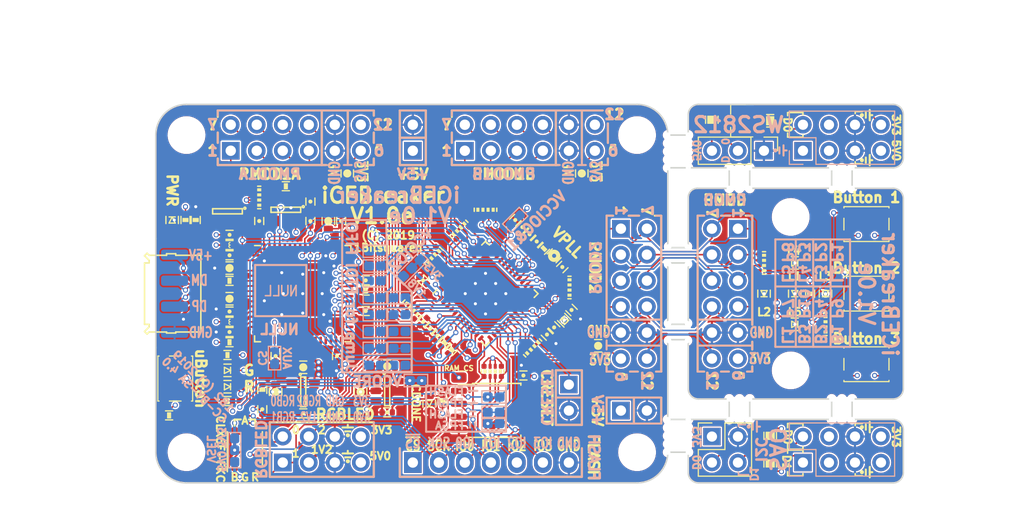
<source format=kicad_pcb>
(kicad_pcb (version 20221018) (generator pcbnew)
  (title_block (title "iCEBreaker") (rev "V1.0d") (company "1BitSquared") (comment 1 "(C) 2019 Piotr Esden-Tempski <piotr@1bitsquared.com>") (comment 2 "(C) 2019 1BitSquared <info@1bitsquared.com>") (comment 3 "License: CC-BY-SA 4.0"))
  (layers (0 "F.Cu" signal) (1 "In1.Cu" signal) (2 "In2.Cu" signal) (31 "B.Cu" signal) (34 "B.Paste" user) (35 "F.Paste" user) (36 "B.SilkS" user "B.Silkscreen") (37 "F.SilkS" user "F.Silkscreen") (38 "B.Mask" user) (39 "F.Mask" user) (44 "Edge.Cuts" user))
  (net 0 "")
  (net 1 "/~{LEDG}")
  (net 2 "/xFIFO_~{WR}")
  (net 3 "+3V3")
  (net 4 "/iCE_SS_B")
  (net 5 "+1V2")
  (net 6 "/xFIFO_WKUP")
  (net 7 "/~{BUTTON}")
  (net 8 "/~{LEDR}")
  (net 9 "/xFIFO_~{RD}")
  (net 10 "/xFIFO_~{RXF}")
  (net 11 "/P2_4")
  (net 12 "/P2_9")
  (net 13 "/xFIFO_D7")
  (net 14 "/xFIFO_D6")
  (net 15 "/P2_3")
  (net 16 "/P2_8")
  (net 17 "/xFIFO_D5")
  (net 18 "/xFIFO_D4")
  (net 19 "/P2_2")
  (net 20 "/P2_7")
  (net 21 "/xFIFO_D3")
  (net 22 "/xFIFO_D2")
  (net 23 "/P2_1")
  (net 24 "/xFIFO_~{TXE}")
  (net 25 "/P2_10")
  (net 26 "GND")
  (net 27 "Net-(R6-Pad1)")
  (net 28 "Net-(R2-Pad1)")
  (net 29 "/FTDI_CLK")
  (net 30 "Net-(C3-Pad1)")
  (net 31 "+5V")
  (net 32 "Net-(C11-Pad1)")
  (net 33 "/iCE_SCK")
  (net 34 "Net-(C12-Pad1)")
  (net 35 "Net-(R8-Pad1)")
  (net 36 "Net-(C13-Pad1)")
  (net 37 "+1V8")
  (net 38 "Net-(R9-Pad1)")
  (net 39 "/iCE_CDONE")
  (net 40 "/iCE_CRESET")
  (net 41 "/P1B9")
  (net 42 "/P1B10")
  (net 43 "/P1B4")
  (net 44 "/P1A1")
  (net 45 "/P1A7")
  (net 46 "/P1A2")
  (net 47 "/P1A8")
  (net 48 "/P1A3")
  (net 49 "/P1A9")
  (net 50 "/P1A4")
  (net 51 "/P1A10")
  (net 52 "/P1B1")
  (net 53 "/P1B7")
  (net 54 "/P1B2")
  (net 55 "/P1B8")
  (net 56 "/P1B3")
  (net 57 "Net-(D6-PadA)")
  (net 58 "Net-(D9-PadA)")
  (net 59 "Net-(D7-PadA)")
  (net 60 "Net-(D10-PadA)")
  (net 61 "/shield")
  (net 62 "Net-(D8-PadA)")
  (net 63 "Net-(D1-PadA)")
  (net 64 "Net-(D4-PadA)")
  (net 65 "Net-(D5-PadA)")
  (net 66 "Net-(R2-Pad5)")
  (net 67 "Net-(R2-Pad3)")
  (net 68 "Net-(C39-Pad1)")
  (net 69 "/P1A1x")
  (net 70 "/P1A7x")
  (net 71 "/P1A2x")
  (net 72 "/P1A8x")
  (net 73 "/P2_4x")
  (net 74 "/P2_3x")
  (net 75 "/P2_2x")
  (net 76 "/P2_1x")
  (net 77 "/P1B7x")
  (net 78 "/P1B8x")
  (net 79 "/P1B9x")
  (net 80 "/P1B10x")
  (net 81 "/P2_10x")
  (net 82 "/P2_9x")
  (net 83 "/P2_8x")
  (net 84 "/P2_7x")
  (net 85 "/P1B1x")
  (net 86 "/P1B2x")
  (net 87 "/P1B3x")
  (net 88 "/P1B4x")
  (net 89 "/P1A10x")
  (net 90 "/P1A4x")
  (net 91 "/P1A9x")
  (net 92 "/P1A3x")
  (net 93 "/USB_DP")
  (net 94 "/USB_DM")
  (net 95 "/Tx_TTL|FIFO_D1")
  (net 96 "/Rx_TTL|FIFO_D0")
  (net 97 "/FLASH_MISO|IO1")
  (net 98 "/FLASH_MOSI|IO0")
  (net 99 "/FLASH_~{WP}|IO2")
  (net 100 "/FLASH_~{HLD}|~{RST}|IO3")
  (net 101 "/FLASH_CS")
  (net 102 "/xFIFO_D1")
  (net 103 "/xFIFO_D0")
  (net 104 "/VCCIO_2")
  (net 105 "/VCCIO_0|1")
  (net 106 "/VCCPLL")
  (net 107 "/VCORE")
  (net 108 "/xiCE_CRESET")
  (net 109 "/iCE_SO")
  (net 110 "/iCE_SI")
  (net 111 "/SPI_CS")
  (net 112 "Net-(D11-Pad4)")
  (net 113 "Net-(R2-Pad8)")
  (net 114 "/ET_3V3")
  (net 115 "/ET_5V")
  (net 116 "/ET_GND")
  (net 117 "/EB_3V3")
  (net 118 "/EB_OD1")
  (net 119 "/EB_GND")
  (net 120 "/~{LED_RGB2}")
  (net 121 "/~{LED_RGB1}")
  (net 122 "/~{LED_RGB0}")
  (net 123 "/VPP_2V5")
  (net 124 "/ET_OD0")
  (net 125 "/EB_OD0")
  (net 126 "/ET_O0")
  (footprint "Pin_Headers:Pin_Header_Straight_2x01" (layer "F.Cu") (at 75.42 58.93)
    (fp_text reference "J27")
    (fp_text value "5V AUX")
  )
  (footprint "pkl_connectors:Connector_USB_Micro_B_SMD" (layer "F.Cu") (at 31.5 47.5 180)
    (fp_text reference "P1")
    (fp_text value "pkl_USB_OTG" hide)
  )
  (footprint "pkl_housings_soic:SOIC-8_5.3x5.3mm_Pitch1.27mm" (layer "F.Cu") (at 63 58.9)
    (fp_text reference "U5")
    (fp_text value "W25Q128JV-DTR")
  )
  (footprint "pkl_dipol:C_0402" (layer "F.Cu") (at 66.5 41.7 45)
    (fp_text reference "C25")
    (fp_text value "100n")
  )
  (footprint "pkl_dipol:C_0402" (layer "F.Cu") (at 40.4 58.8 -90)
    (fp_text reference "C39")
    (fp_text value "1u")
  )
  (footprint "pkl_dipol:C_0402" (layer "F.Cu") (at 56.125001 50.2322 -135)
    (fp_text reference "C38")
    (fp_text value "10n")
  )
  (footprint "Mounting_Holes:MountingHole_3-5mm" (layer "F.Cu") (at 77 32)
    (fp_text reference "REF**" hide)
    (fp_text value "MH3" hide)
  )
  (footprint "Mounting_Holes:MountingHole_3-5mm" (layer "F.Cu") (at 33 63)
    (fp_text reference "REF**" hide)
    (fp_text value "MH3" hide)
  )
  (footprint "Mounting_Holes:MountingHole_3-5mm" (layer "F.Cu") (at 77 63)
    (fp_text reference "REF**" hide)
    (fp_text value "MH3" hide)
  )
  (footprint "pkl_dipol:C_0402" (layer "F.Cu") (at 37.2 49.25 180)
    (fp_text reference "C13")
    (fp_text value "100n")
  )
  (footprint "Pin_Headers:Pin_Header_Straight_2x04" (layer "F.Cu") (at 42.4 64.01 90)
    (fp_text reference "J25")
    (fp_text value "RGB Led")
  )
  (footprint "Mounting_Holes:MountingHole_3-5mm" (layer "F.Cu") (at 33 32)
    (fp_text reference "REF**" hide)
    (fp_text value "MH3" hide)
  )
  (footprint "Socket_Strips:Socket_Strip_Angled_2x06" (layer "F.Cu") (at 72.88 33.53 180)
    (fp_text reference "J22")
    (fp_text value "PMOD")
  )
  (footprint "pkl_dipol:R_0402" (layer "F.Cu") (at 93.9 47.5 90)
    (fp_text reference "R18")
    (fp_text value "330E")
  )
  (footprint "pkl_dipol:R_Array_Convex_4x0402" (layer "F.Cu") (at 89.4 44.5 180)
    (fp_text reference "R17")
    (fp_text value "330E")
  )
  (footprint "Mounting_Holes:MountingHole_3-5mm" (layer "F.Cu") (at 92 55)
    (fp_text reference "REF**" hide)
    (fp_text value "MH3" hide)
  )
  (footprint "pkl_dipol:R_Array_Convex_4x0402" (layer "F.Cu") (at 95.4 50.5)
    (fp_text reference "R16")
    (fp_text value "10k")
  )
  (footprint "Pin_Headers:Pin_Header_Straight_2x06" (layer "F.Cu") (at 86.85 53.85 180)
    (fp_text reference "J24")
    (fp_text value "PMOD")
  )
  (footprint "pkl_dipol:D_0603" (layer "F.Cu") (at 89.4 47.5 90)
    (fp_text reference "D6")
    (fp_text value "GRN")
  )
  (footprint "pkl_dipol:D_0603" (layer "F.Cu") (at 95.4 47.5 90)
    (fp_text reference "D10")
    (fp_text value "GRN")
  )
  (footprint "Mounting_Holes:MountingHole_3-5mm" (layer "F.Cu") (at 92 40)
    (fp_text reference "REF**" hide)
    (fp_text value "MH3" hide)
  )
  (footprint "pkl_dipol:D_0603" (layer "F.Cu") (at 92.4 44.5 180)
    (fp_text reference "D7")
    (fp_text value "GRN")
  )
  (footprint "pkl_dipol:D_0603" (layer "F.Cu") (at 92.4 47.5 90)
    (fp_text reference "D8")
    (fp_text value "RED")
  )
  (footprint "pkl_dipol:D_0603" (layer "F.Cu") (at 92.4 50.5 180)
    (fp_text reference "D9")
    (fp_text value "GRN")
  )
  (footprint "pkl_dipol:C_0402" (layer "F.Cu") (at 40.1 40.4 90)
    (fp_text reference "C17")
    (fp_text value "100n")
  )
  (footprint "pkl_dipol:C_0402" (layer "F.Cu") (at 45.1 40.4 90)
    (fp_text reference "C21")
    (fp_text value "100n")
  )
  (footprint "pkl_dipol:C_0402" (layer "F.Cu") (at 47.7 53.6 -90)
    (fp_text reference "C19")
    (fp_text value "100n")
  )
  (footprint "pkl_dipol:R_Array_Convex_4x0402" (layer "F.Cu") (at 40.1 38.1 180)
    (fp_text reference "R2")
    (fp_text value "10k")
  )
  (footprint "pkl_dipol:C_0402" (layer "F.Cu") (at 37.2 41.75)
    (fp_text reference "C4")
    (fp_text value "100n")
  )
  (footprint "pkl_housings_dfn_qfn:QFN-64-4.45mm1EP_9x9mm_Pitch0.5mm" (layer "F.Cu") (at 44.35 47.5)
    (fp_text reference "U4")
    (fp_text value "FT2232H")
  )
  (footprint "pkl_dipol:C_0402" (layer "F.Cu") (at 48.1 40.4 90)
    (fp_text reference "C10")
    (fp_text value "100n")
  )
  (footprint "pkl_housings_sot:SOT-23-5" (layer "F.Cu") (at 52.6 57 180)
    (fp_text reference "U3")
    (fp_text value "1V2")
  )
  (footprint "pkl_dipol:C_0402" (layer "F.Cu") (at 41.7 53.6 -90)
    (fp_text reference "C18")
    (fp_text value "100n")
  )
  (footprint "pkl_dipol:C_0603" (layer "F.Cu") (at 44.4 54.7 180)
    (fp_text reference "C5")
    (fp_text value "4u7")
  )
  (footprint "pkl_dipol:R_0402" (layer "F.Cu") (at 40.4 56.9 -90)
    (fp_text reference "R3")
    (fp_text value "10k")
  )
  (footprint "pkl_dipol:C_0603" (layer "F.Cu") (at 41.7 57.1 -90)
    (fp_text reference "C2")
    (fp_text value "4u7")
  )
  (footprint "pkl_dipol:R_0402" (layer "F.Cu") (at 37 53.5)
    (fp_text reference "R14")
    (fp_text value "330E")
  )
  (footprint "pkl_dipol:R_0402" (layer "F.Cu") (at 31.3 59.4 180)
    (fp_text reference "R13")
    (fp_text value "10k")
  )
  (footprint "pkl_dipol:R_0402" (layer "F.Cu") (at 37.2 52.25 180)
    (fp_text reference "R9")
    (fp_text value "10k")
  )
  (footprint "pkl_dipol:C_0402" (layer "F.Cu") (at 37.2 51.25 180)
    (fp_text reference "C14")
    (fp_text value "100n")
  )
  (footprint "pkl_dipol:L_0402" (layer "F.Cu") (at 37.2 50.25)
    (fp_text reference "L1")
    (fp_text value "600")
  )
  (footprint "pkl_dipol:L_0402" (layer "F.Cu") (at 37.2 42.75)
    (fp_text reference "L2")
    (fp_text value "600")
  )
  (footprint "pkl_dipol:C_0402" (layer "F.Cu") (at 37.2 43.75 180)
    (fp_text reference "C12")
    (fp_text value "100n")
  )
  (footprint "pkl_dipol:R_0402" (layer "F.Cu") (at 58.2 52.3 45)
    (fp_text reference "R19")
    (fp_text value "10k")
  )
  (footprint "pkl_dipol:C_0402" (layer "F.Cu") (at 57.5 51.6 -135)
    (fp_text reference "C36")
    (fp_text value "1u")
  )
  (footprint "pkl_dipol:C_0402" (layer "F.Cu") (at 56.8 50.9 -135)
    (fp_text reference "C37")
    (fp_text value "100n")
  )
  (footprint "pkl_dipol:C_0402" (layer "F.Cu") (at 56.1 46.2 -45)
    (fp_text reference "C27")
    (fp_text value "100n")
  )
  (footprint "pkl_dipol:C_0402" (layer "F.Cu") (at 68.9 50.8 135)
    (fp_text reference "C29")
    (fp_text value "100n")
  )
  (footprint "pkl_dipol:C_0402" (layer "F.Cu") (at 69.7 44.9 45)
    (fp_text reference "C26")
    (fp_text value "100n")
  )
  (footprint "pkl_dipol:C_0603" (layer "F.Cu") (at 68.9 43.8 45)
    (fp_text reference "C24")
    (fp_text value "10u")
  )
  (footprint "pkl_dipol:C_0402" (layer "F.Cu") (at 67.2 42.4 45)
    (fp_text reference "C28")
    (fp_text value "10n")
  )
  (footprint "pkl_housings_sot:SOT-23-6" (layer "F.Cu") (at 42.7 39.3 90)
    (fp_text reference "U1")
    (fp_text value "93C46B-SOT-23-6")
  )
  (footprint "pkl_housings_sot:SOT-23-5" (layer "F.Cu") (at 44.4 57.1 180)
    (fp_text reference "U2")
    (fp_text value "3.3V")
  )
  (footprint "pkl_housings_dfn_qfn:QFN-48-1EP_7x7mm_Pitch0.5mm" (layer "F.Cu") (at 62.2 47.5 45)
    (fp_text reference "U6")
    (fp_text value "ICE40UP5K-SG48")
  )
  (footprint "pkl_dipol:R_0402" (layer "F.Cu") (at 42.7 37)
    (fp_text reference "R6")
    (fp_text value "2k2")
  )
  (footprint "pkl_dipol:R_0402" (layer "F.Cu") (at 37.2 46.25 180)
    (fp_text reference "R8")
    (fp_text value "12k")
  )
  (footprint "pkl_dipol:R_0402" (layer "F.Cu") (at 67.9 43.1 45)
    (fp_text reference "R10")
    (fp_text value "100E")
  )
  (footprint "pkl_dipol:R_0402" (layer "F.Cu") (at 58 57.95 90)
    (fp_text reference "R12")
    (fp_text value "2k2")
  )
  (footprint "pkl_dipol:R_0402" (layer "F.Cu") (at 37 58)
    (fp_text reference "R15")
    (fp_text value "330E")
  )
  (footprint "pkl_dipol:D_0603" (layer "F.Cu") (at 56.7 58.25 90)
    (fp_text reference "D3")
    (fp_text value "BLU")
  )
  (footprint "pkl_dipol:D_0603" (layer "F.Cu") (at 37 55 180)
    (fp_text reference "D4")
    (fp_text value "GRN")
  )
  (footprint "pkl_dipol:D_0603" (layer "F.Cu") (at 37 56.6 180)
    (fp_text reference "D5")
    (fp_text value "RED")
  )
  (footprint "pkl_dipol:C_0603" (layer "F.Cu") (at 52.6 54.6 180)
    (fp_text reference "C15")
    (fp_text value "4u7")
  )
  (footprint "pkl_dipol:C_0603" (layer "F.Cu") (at 50 57.1 -90)
    (fp_text reference "C8")
    (fp_text value "4u7")
  )
  (footprint "pkl_dipol:C_0402" (layer "F.Cu") (at 65.9 55.5 180)
    (fp_text reference "C22")
    (fp_text value "100n")
  )
  (footprint "pkl_dipol:C_0402" (layer "F.Cu") (at 50.5 46.2)
    (fp_text reference "C20")
    (fp_text value "100n")
  )
  (footprint "pkl_dipol:C_0402" (layer "F.Cu") (at 52.6 59.1 180)
    (fp_text reference "C11")
    (fp_text value "10n")
  )
  (footprint "pkl_dipol:C_0402" (layer "F.Cu") (at 50.5 49.2)
    (fp_text reference "C16")
    (fp_text value "100n")
  )
  (footprint "pkl_dipol:C_0402" (layer "F.Cu") (at 65.1 40.3 45)
    (fp_text reference "C30")
    (fp_text value "100n")
  )
  (footprint "pkl_dipol:C_0402" (layer "F.Cu") (at 68.2 51.5 -45)
    (fp_text reference "C31")
    (fp_text value "100n")
  )
  (footprint "pkl_dipol:C_0402" (layer "F.Cu") (at 45.1 38.5 90)
    (fp_text reference "C1")
    (fp_text value "100n")
  )
  (footprint "pkl_dipol:C_0402" (layer "F.Cu") (at 44.4 59.2 180)
    (fp_text reference "C3")
    (fp_text value "10n")
  )
  (footprint "pkl_dipol:C_0402" (layer "F.Cu") (at 65.8 41 45)
    (fp_text reference "C23")
    (fp_text value "1u")
  )
  (footprint "Socket_Strips:Socket_Strip_Straight_2x06" (layer "F.Cu") (at 75.42 53.85 90)
    (fp_text reference "J23")
    (fp_text value "PMOD")
  )
  (footprint "Pin_Headers:Pin_Header_Straight_2x01" (layer "F.Cu") (at 55.1 33.53 90)
    (fp_text reference "J26")
    (fp_text value "5V AUX")
  )
  (footprint "Pin_Headers:Pin_Header_Straight_1x07" (layer "F.Cu") (at 55.1 64.01 90)
    (fp_text reference "J20")
    (fp_text value "Flash")
  )
  (footprint "pkl_dipol:C_0402" (layer "F.Cu") (at 70.6 49.1 -45)
    (fp_text reference "C35")
    (fp_text value "DNP")
  )
  (footprint "pkl_housings_sot:SOT-23-5" (layer "F.Cu") (at 37 39.45 90)
    (fp_text reference "U7")
    (fp_text value "12MHz")
  )
  (footprint "pkl_dipol:C_0603" (layer "F.Cu") (at 37.2 48 180)
    (fp_text reference "C9")
    (fp_text value "4u7")
  )
  (footprint "pkl_dipol:C_0603" (layer "F.Cu") (at 37.2 45 180)
    (fp_text reference "C6")
    (fp_text value "4u7")
  )
  (footprint "pkl_dipol:R_0402" (layer "F.Cu") (at 33.9 40.3 -90)
    (fp_text reference "R1")
    (fp_text value "1M")
  )
  (footprint "pkl_dipol:R_0402" (layer "F.Cu") (at 32.9 40.3 -90)
    (fp_text reference "R5")
    (fp_text value "330E")
  )
  (footprint "pkl_dipol:C_0603" (layer "F.Cu") (at 46.85 40.4 90)
    (fp_text reference "C7")
    (fp_text value "4u7")
  )
  (footprint "pkl_dipol:R_Array_Convex_4x0402" (layer "F.Cu") (at 70.4 46.9)
    (fp_text reference "R4")
    (fp_text value "33E")
  )
  (footprint "pkl_dipol:R_Array_Convex_4x0402" (layer "F.Cu") (at 62.2 39.3 90)
    (fp_text reference "R24")
    (fp_text value "33E")
  )
  (footprint "pkl_dipol:R_Array_Convex_4x0402" (layer "F.Cu") (at 59.6 41.2 135)
    (fp_text reference "R21")
    (fp_text value "33E")
  )
  (footprint "pkl_dipol:R_Array_Convex_4x0402" (layer "F.Cu") (at 57.105546 43.866206 135)
    (fp_text reference "R23")
    (fp_text value "33E")
  )
  (footprint "pkl_dipol:R_Array_Convex_4x0402" (layer "F.Cu") (at 55 49 -135)
    (fp_text reference "R20")
    (fp_text value "33E")
  )
  (footprint "pkl_dipol:R_0402" (layer "F.Cu") (at 50.5 47.2)
    (fp_text reference "R25")
    (fp_text value "10k")
  )
  (footprint "pkl_dipol:R_0402" (layer "F.Cu") (at 58.9 53 -135)
    (fp_text reference "R26")
    (fp_text value "2k2")
  )
  (footprint "Connector_PinHeader_2.54mm:PinHeader_2x01_P2.54mm_Vertical" (layer "F.Cu") (at 70.34 56.39 -90)
    (fp_text reference "J28")
    (fp_text value "CRESET")
  )
  (footprint "pkl_dipol:R_Array_Convex_4x0402" (layer "F.Cu") (at 62.9 55.1 -90)
    (fp_text reference "R11")
    (fp_text value "10k")
  )
  (footprint "pkl_dipol:C_0603" (layer "F.Cu") (at 71.6 35.75 90)
    (fp_text reference "C33")
    (fp_text value "DNP")
  )
  (footprint "pkl_dipol:C_0603" (layer "F.Cu") (at 48.7 35.75 90)
    (fp_text reference "C32")
    (fp_text value "DNP")
  )
  (footprint "Socket_Strips:Socket_Strip_Angled_2x06" (layer "F.Cu") (at 50.02 33.53 180)
    (fp_text reference "J21")
    (fp_text value "PMOD")
  )
  (footprint "pkl_dipol:C_0603" (layer "F.Cu") (at 73.2 52.6)
    (fp_text reference "C34")
    (fp_text value "DNP")
  )
  (footprint "pkl_buttons_switches:SW_SPST_3x4x2.5" (layer "F.Cu") (at 31.9 55.8 -90)
    (fp_text reference "SW1")
    (fp_text value "TACT")
  )
  (footprint "pkl_buttons_switches:SW_SPST_3x4x2.5" (layer "F.Cu") (at 99.4 54.4)
    (fp_text reference "SW4")
    (fp_text value "TACT")
  )
  (footprint "pkl_buttons_switches:SW_SPST_3x4x2.5" (layer "F.Cu") (at 99.4 47.5)
    (fp_text reference "SW3")
    (fp_text value "TACT")
  )
  (footprint "pkl_buttons_switches:SW_SPST_3x4x2.5" (layer "F.Cu") (at 99.4 40.7)
    (fp_text reference "SW2")
    (fp_text value "TACT")
  )
  (footprint "pkl_pads:PAD_SMD_1x1.5" (layer "F.Cu") (at 59.6 55.7)
    (fp_text reference "P6")
    (fp_text value "RAM_CS")
  )
  (footprint "pkl_mechanical:Drill_0.5mm" (layer "F.Cu") (at 86 57.8)
    (fp_text reference "REF**" hide)
    (fp_text value "D05" hide)
  )
  (footprint "pkl_mechanical:Drill_0.5mm" (layer "F.Cu") (at 87 57.8)
    (fp_text reference "REF**" hide)
    (fp_text value "D05" hide)
  )
  (footprint "pkl_mechanical:Drill_0.5mm" (layer "F.Cu") (at 88 57.8)
    (fp_text reference "REF**" hide)
    (fp_text value "D05" hide)
  )
  (footprint "pkl_mechanical:Drill_0.5mm" (layer "F.Cu") (at 88 59.8)
    (fp_text reference "REF**" hide)
    (fp_text value "D05" hide)
  )
  (footprint "pkl_mechanical:Drill_0.5mm" (layer "F.Cu") (at 87 59.8)
    (fp_text reference "REF**" hide)
    (fp_text value "D05" hide)
  )
  (footprint "pkl_mechanical:Drill_0.5mm" (layer "F.Cu") (at 96 57.8)
    (fp_text reference "REF**" hide)
    (fp_text value "D05" hide)
  )
  (footprint "pkl_mechanical:Drill_0.5mm" (layer "F.Cu") (at 98 57.8)
    (fp_text reference "REF**" hide)
    (fp_text value "D05" hide)
  )
  (footprint "pkl_mechanical:Drill_0.5mm" (layer "F.Cu") (at 97 57.8)
    (fp_text reference "REF**" hide)
    (fp_text value "D05" hide)
  )
  (footprint "pkl_mechanical:Drill_0.5mm" (layer "F.Cu") (at 96 59.8)
    (fp_text reference "REF**" hide)
    (fp_text value "D05" hide)
  )
  (footprint "pkl_mechanical:Drill_0.5mm" (layer "F.Cu") (at 97 59.8)
    (fp_text reference "REF**" hide)
    (fp_text value "D05" hide)
  )
  (footprint "pkl_mechanical:Drill_0.5mm" (layer "F.Cu") (at 98 59.8)
    (fp_text reference "REF**" hide)
    (fp_text value "D05" hide)
  )
  (footprint "pkl_mechanical:Drill_0.5mm" (layer "F.Cu") (at 97 35.2)
    (fp_text reference "REF**" hide)
    (fp_text value "D05" hide)
  )
  (footprint "pkl_mechanical:Drill_0.5mm" (layer "F.Cu") (at 96 35.2)
    (fp_text reference "REF**" hide)
    (fp_text value "D05" hide)
  )
  (footprint "pkl_mechanical:Drill_0.5mm" (layer "F.Cu") (at 98 37.2)
    (fp_text reference "REF**" hide)
    (fp_text value "D05" hide)
  )
  (footprint "pkl_mechanical:Drill_0.5mm" (layer "F.Cu") (at 97 37.2)
    (fp_text reference "REF**" hide)
    (fp_text value "D05" hide)
  )
  (footprint "pkl_mechanical:Drill_0.5mm" (layer "F.Cu") (at 98 35.2)
    (fp_text reference "REF**" hide)
    (fp_text value "D05" hide)
  )
  (footprint "pkl_mechanical:Drill_0.5mm" (layer "F.Cu") (at 96 37.2)
    (fp_text reference "REF**" hide)
    (fp_text value "D05" hide)
  )
  (footprint "pkl_mechanical:Drill_0.5mm" (layer "F.Cu") (at 87 37.2)
    (fp_text reference "REF**" hide)
    (fp_text value "D05" hide)
  )
  (footprint "pkl_mechanical:Drill_0.5mm" (layer "F.Cu") (at 88 37.2)
    (fp_text reference "REF**" hide)
    (fp_text value "D05" hide)
  )
  (footprint "pkl_mechanical:Drill_0.5mm" (layer "F.Cu") (at 86 35.2)
    (fp_text reference "REF**" hide)
    (fp_text value "D05" hide)
  )
  (footprint "pkl_mechanical:Drill_0.5mm" (layer "F.Cu") (at 88 35.2)
    (fp_text reference "REF**" hide)
    (fp_text value "D05" hide)
  )
  (footprint "pkl_mechanical:Drill_0.5mm" (layer "F.Cu") (at 86 37.2)
    (fp_text reference "REF**" hide)
    (fp_text value "D05" hide)
  )
  (footprint "pkl_mechanical:Drill_0.5mm" (layer "F.Cu") (at 87 35.2)
    (fp_text reference "REF**" hide)
    (fp_text value "D05" hide)
  )
  (footprint "pkl_mechanical:Drill_0.5mm" (layer "F.Cu") (at 82 35.2)
    (fp_text reference "REF**" hide)
    (fp_text value "D05" hide)
  )
  (footprint "pkl_mechanical:Drill_0.5mm" (layer "F.Cu") (at 82 32)
    (fp_text reference "REF**" hide)
    (fp_text value "D05" hide)
  )
  (footprint "pkl_mechanical:Drill_0.5mm" (layer "F.Cu") (at 82 33.6)
    (fp_text reference "REF**" hide)
    (fp_text value "D05" hide)
  )
  (footprint "pkl_mechanical:Drill_0.5mm" (layer "F.Cu") (at 80 33.6)
    (fp_text reference "REF**" hide)
    (fp_text value "D05" hide)
  )
  (footprint "pkl_mechanical:Drill_0.5mm" (layer "F.Cu") (at 80 32)
    (fp_text reference "REF**" hide)
    (fp_text value "D05" hide)
  )
  (footprint "pkl_mechanical:Drill_0.5mm" (layer "F.Cu") (at 80 35.2)
    (fp_text reference "REF**" hide)
    (fp_text value "D05" hide)
  )
  (footprint "pkl_mechanical:Drill_0.5mm" (layer "F.Cu") (at 80 34.4)
    (fp_text reference "REF**" hide)
    (fp_text value "D05" hide)
  )
  (footprint "pkl_mechanical:Drill_0.5mm" (layer "F.Cu") (at 80 32.8)
    (fp_text reference "REF**" hide)
    (fp_text value "D05" hide)
  )
  (footprint "pkl_mechanical:Drill_0.5mm" (layer "F.Cu") (at 82 32.8)
    (fp_text reference "REF**" hide)
    (fp_text value "D05" hide)
  )
  (footprint "pkl_mechanical:Drill_0.5mm" (layer "F.Cu") (at 82 34.4)
    (fp_text reference "REF**" hide)
    (fp_text value "D05" hide)
  )
  (footprint "pkl_mechanical:Drill_0.5mm" (layer "F.Cu") (at 82 63)
    (fp_text reference "REF**" hide)
    (fp_text value "D05" hide)
  )
  (footprint "pkl_mechanical:Drill_0.5mm" (layer "F.Cu") (at 82 62.2)
    (fp_text reference "REF**" hide)
    (fp_text value "D05" hide)
  )
  (footprint "pkl_mechanical:Drill_0.5mm" (layer "F.Cu") (at 80 61.4)
    (fp_text reference "REF**" hide)
    (fp_text value "D05" hide)
  )
  (footprint "pkl_mechanical:Drill_0.5mm" (layer "F.Cu") (at 80 59.8)
    (fp_text reference "REF**" hide)
    (fp_text value "D05" hide)
  )
  (footprint "pkl_mechanical:Drill_0.5mm" (layer "F.Cu") (at 80 60.6)
    (fp_text reference "REF**" hide)
    (fp_text value "D05" hide)
  )
  (footprint "pkl_mechanical:Drill_0.5mm" (layer "F.Cu") (at 80 63)
    (fp_text reference "REF**" hide)
    (fp_text value "D05" hide)
  )
  (footprint "pkl_mechanical:Drill_0.5mm" (layer "F.Cu") (at 82 61.4)
    (fp_text reference "REF**" hide)
    (fp_text value "D05" hide)
  )
  (footprint "pkl_mechanical:Drill_0.5mm" (layer "F.Cu") (at 82 59.8)
    (fp_text reference "REF**" hide)
    (fp_text value "D05" hide)
  )
  (footprint "pkl_mechanical:Drill_0.5mm" (layer "F.Cu") (at 82 60.6)
    (fp_text reference "REF**" hide)
    (fp_text value "D05" hide)
  )
  (footprint "pkl_mechanical:Drill_0.5mm" (layer "F.Cu") (at 80 62.2)
    (fp_text reference "REF**" hide)
    (fp_text value "D05" hide)
  )
  (footprint "pkl_mechanical:Drill_0.5mm" (layer "F.Cu") (at 81.9 52.1)
    (fp_text reference "REF**" hide)
    (fp_text value "D05" hide)
  )
  (footprint "pkl_mechanical:Drill_0.5mm" (layer "F.Cu") (at 80.1 52.1)
    (fp_text reference "REF**" hide)
    (fp_text value "D05" hide)
  )
  (footprint "pkl_mechanical:Drill_0.5mm" (layer "F.Cu") (at 80.1 50.4)
    (fp_text reference "REF**" hide)
    (fp_text value "D05" hide)
  )
  (footprint "pkl_mechanical:Drill_0.5mm" (layer "F.Cu") (at 81.9 50.4)
    (fp_text reference "REF**" hide)
    (fp_text value "D05" hide)
  )
  (footprint "pkl_mechanical:Drill_0.5mm" (layer "F.Cu") (at 81.9 44.6)
    (fp_text reference "REF**" hide)
    (fp_text value "D05" hide)
  )
  (footprint "pkl_mechanical:Drill_0.5mm" (layer "F.Cu") (at 80.1 44.6)
    (fp_text reference "REF**" hide)
    (fp_text value "D05" hide)
  )
  (footprint "pkl_mechanical:Drill_0.5mm" (layer "F.Cu") (at 80.1 42.9)
    (fp_text reference "REF**" hide)
    (fp_text value "D05" hide)
  )
  (footprint "pkl_mechanical:Drill_0.5mm" (layer "F.Cu") (at 81.9 42.9)
    (fp_text reference "REF**" hide)
    (fp_text value "D05" hide)
  )
  (footprint "pkl_led:LED_Cree_PLCC6_3.4x3.4mm" (layer "F.Cu") (at 38.7 62.7 90)
    (fp_text reference "D11")
    (fp_text value "LED_RGB")
  )
  (footprint "pkl_dipol:R_0603" (layer "F.Cu") (at 84.3 30.5 90)
    (fp_text reference "R27")
    (fp_text value "10k")
  )
  (footprint "Package_TO_SOT_SMD:SOT-23" (layer "F.Cu") (at 86.9 30.6 180)
    (fp_text reference "Q1")
    (fp_text value "BSS138")
  )
  (footprint "Connector_PinHeader_2.54mm:PinHeader_1x03_P2.54mm_Vertical" (layer "F.Cu") (at 89.39 33.53 -90)
    (fp_text reference "J32")
    (fp_text value "WS2812")
  )
  (footprint "pkl_dipol:R_0603" (layer "F.Cu") (at 90 64.1 -90)
    (fp_text reference "R29")
    (fp_text value "10k")
  )
  (footprint "pkl_dipol:R_0603" (layer "F.Cu") (at 90 61.4 90)
    (fp_text reference "R28")
    (fp_text value "10k")
  )
  (footprint "Connector_PinSocket_2.54mm:PinSocket_2x02_P2.54mm_Vertical" (layer "F.Cu") (at 84.31 61.47 90)
    (fp_text reference "J34")
    (fp_text value "SADD")
  )
  (footprint "pkl_dipol:R_0603" (layer "F.Cu") (at 90 30.6 180)
    (fp_text reference "R7")
    (fp_text value "10k")
  )
  (footprint "pkl_mechanical:Drill_0.5mm" (layer "F.Cu") (at 86 59.8)
    (fp_text reference "REF**" hide)
    (fp_text value "D05" hide)
  )
  (footprint "pkl_dipol:D_0603" (layer "F.Cu") (at 31.6 40.3 -90)
    (fp_text reference "D1")
    (fp_text value "GRN")
  )
  (footprint "pkl_dipol:R_Array_Convex_4x0402" (layer "F.Cu") (at 66.8 52.8 -45)
    (fp_text reference "R22")
    (fp_text value "33E")
  )
  (footprint "pkl_dipol:D_SOD-523" (layer "F.Cu") (at 69.9 50.1 -45)
    (fp_text reference "D2")
    (fp_text value "~800mVf")
  )
  (footprint "pkl_jumpers:J_0603" (layer "B.Cu") (at 53.8 47.9)
    (fp_text reference "J7")
    (fp_text value "Jumper" hide)
  )
  (footprint "pkl_jumpers:J_0603" (layer "B.Cu") (at 51.4 49.55)
    (fp_text reference "J6")
    (fp_text value "Jumper" hide)
  )
  (footprint "pkl_jumpers:J_0603" (layer "B.Cu") (at 51.4 43.35)
    (fp_text reference "J12")
    (fp_text value "Jumper" hide)
  )
  (footprint "pkl_jumpers:J_0603" (layer "B.Cu") (at 51.4 54.5)
    (fp_text reference "J11")
    (fp_text value "Jumper" hide)
  )
  (footprint "pkl_jumpers:J_0603" (layer "B.Cu") (at 53.8 49.55)
    (fp_text reference "J5")
    (fp_text value "Jumper" hide)
  )
  (footprint "pkl_jumpers:J_0603" (layer "B.Cu") (at 51.4 44.8)
    (fp_text reference "J10")
    (fp_text value "Jumper" hide)
  )
  (footprint "pkl_jumpers:J_0603" (layer "B.Cu") (at 51.4 47.9)
    (fp_text reference "J8")
    (fp_text value "Jumper" hide)
  )
  (footprint "pkl_jumpers:J_0603" (layer "B.Cu") (at 53.8 54.5)
    (fp_text reference "J13")
    (fp_text value "Jumper" hide)
  )
  (footprint "pkl_jumpers:J_0603" (layer "B.Cu") (at 51.4 46.25)
    (fp_text reference "J9")
    (fp_text value "Jumper" hide)
  )
  (footprint "pkl_logos:null_Logo_SilkS_5mm" (layer "B.Cu") (at 42.2 47.2 180)
    (fp_text reference "REF**" hide)
    (fp_text value "null_Logo_SilkS_5mm" hide)
  )
  (footprint "pkl_jumpers:J_0603" (layer "B.Cu") (at 53.8 51.2)
    (fp_text reference "J3")
    (fp_text value "Jumper" hide)
  )
  (footprint "pkl_jumpers:J_0603" (layer "B.Cu") (at 51.4 51.2)
    (fp_text reference "J4")
    (fp_text value "Jumper" hide)
  )
  (footprint "pkl_pads:PAD_SMD_1x2.65" (layer "B.Cu") (at 31.84 48.77)
    (fp_text reference "P4" hide)
    (fp_text value "UP" hide)
  )
  (footprint "pkl_pads:PAD_SMD_1x2.65" (layer "B.Cu") (at 31.84 46.23)
    (fp_text reference "P3" hide)
    (fp_text value "UP" hide)
  )
  (footprint "pkl_pads:PAD_SMD_1x2.65" (layer "B.Cu") (at 31.84 51.31)
    (fp_text reference "P5" hide)
    (fp_text value "UP" hide)
  )
  (footprint "pkl_pads:PAD_SMD_1x2.65" (layer "B.Cu") (at 31.84 43.69)
    (fp_text reference "P2" hide)
    (fp_text value "UP" hide)
  )
  (footprint "pkl_jumpers:J_NC_0603_30" (layer "B.Cu") (at 55.4 56 180)
    (fp_text reference "J14")
    (fp_text value "Jumper")
  )
  (footprint "pkl_jumpers:J_NC_0603_30" (layer "B.Cu") (at 65.1 40.3 45)
    (fp_text reference "J19")
    (fp_text value "Jumper")
  )
  (footprint "pkl_jumpers:J_NC_0603_15" (layer "B.Cu") (at 63 60.2 180)
    (fp_text reference "J15")
    (fp_text value "Jumper")
  )
  (footprint "pkl_jumpers:J_NC_0603_15" (layer "B.Cu") (at 63 57.6)
    (fp_text reference "J18")
    (fp_text value "Jumper")
  )
  (footprint "pkl_jumpers:J_NC_0603_15" (layer "B.Cu") (at 63 59.1 180)
    (fp_text reference "J16")
    (fp_text value "Jumper")
  )
  (footprint "pkl_jumpers:J_NC_0603_15" (layer "B.Cu") (at 51.4 52.85)
    (fp_text reference "J2")
    (fp_text value "Jumper")
  )
  (footprint "pkl_jumpers:J_NC_0603_15" (layer "B.Cu") (at 53.8 52.85)
    (fp_text reference "J1")
    (fp_text value "Jumper")
  )
  (footprint "pkl_jumpers:J_NCNO_0903_30" (layer "B.Cu") (at 55 45 -135)
    (fp_text reference "J17")
    (fp_text value "Jumper")
  )
  (footprint "pkl_jumpers:J_NC_0603_15" (layer "B.Cu") (at 41.6 53.8 -90)
    (fp_text reference "J29")
    (fp_text value "Jumper")
  )
  (footprint "pkl_jumpers:J_NCNO_0903_30" (layer "B.Cu") (at 37.7 62.8 -90)
    (fp_text reference "J30")
    (fp_text value "Jumper")
  )
  (footprint "Connector_PinSocket_2.54mm:PinSocket_2x04_P2.54mm_Vertical" (layer "B.Cu") (at 93.2 33.53 -90)
    (fp_text reference "J31")
    (fp_text value "RGB Led")
  )
  (footprint "Connector_PinSocket_2.54mm:PinSocket_2x04_P2.54mm_Vertical" (layer "B.Cu") (at 93.2 64.01 -90)
    (fp_text reference "J33")
    (fp_text value "RGB Led")
  )
  (gr_line (start 60.5 58.2) (end 61.4 58.2) (stroke (width 0.2)) (layer "B.SilkS"))
  (gr_line (start 36.05 31.752) (end 36.05 32.768) (stroke (width 0.2)) (layer "B.SilkS"))
  (gr_line (start 58.91 31.752) (end 58.91 32.768) (stroke (width 0.2)) (layer "B.SilkS"))
  (gr_line (start 69.07 29.593) (end 58.91 29.593) (stroke (width 0.2)) (layer "B.SilkS"))
  (gr_line (start 58.91 34.292) (end 58.91 34.927) (stroke (width 0.2)) (layer "B.SilkS"))
  (gr_line (start 69.07 29.593) (end 71.61 29.593) (stroke (width 0.2)) (layer "B.SilkS"))
  (gr_line (start 69.07 29.593) (end 69.07 34.927) (stroke (width 0.2)) (layer "B.SilkS"))
  (gr_line (start 71.61 29.593) (end 73.642 29.593) (stroke (width 0.2)) (layer "B.SilkS"))
  (gr_line (start 58.91 34.927) (end 69.451 34.927) (stroke (width 0.2)) (layer "B.SilkS"))
  (gr_line (start 74.15 30.863) (end 74.15 32.768) (stroke (width 0.2)) (layer "B.SilkS"))
  (gr_line (start 71.61 29.593) (end 71.61 34.927) (stroke (width 0.2)) (layer "B.SilkS"))
  (gr_line (start 73.642 34.927) (end 74.15 34.927) (stroke (width 0.2)) (layer "B.SilkS"))
  (gr_line (start 58.91 29.593) (end 58.91 30.101) (stroke (width 0.2)) (layer "B.SilkS"))
  (gr_line (start 53.83 34.927) (end 56.37 34.927) (stroke (width 0.2)) (layer "B.SilkS"))
  (gr_line (start 53.829999 29.593) (end 53.83 34.927) (stroke (width 0.2)) (layer "B.SilkS"))
  (gr_line (start 56.37 29.593) (end 56.37 34.927) (stroke (width 0.2)) (layer "B.SilkS"))
  (gr_line (start 53.829999 29.593) (end 56.37 29.593) (stroke (width 0.2)) (layer "B.SilkS"))
  (gr_line (start 74.023 57.66) (end 79.357 57.66) (stroke (width 0.2)) (layer "B.SilkS"))
  (gr_line (start 74.023 60.200001) (end 79.357 60.2) (stroke (width 0.2)) (layer "B.SilkS"))
  (gr_line (start 74.023 60.200001) (end 74.023 57.66) (stroke (width 0.2)) (layer "B.SilkS"))
  (gr_line (start 79.357 60.2) (end 79.357 57.66) (stroke (width 0.2)) (layer "B.SilkS"))
  (gr_line (start 79.357 50.04) (end 79.357 39.88) (stroke (width 0.2)) (layer "B.SilkS"))
  (gr_line (start 79.357 39.88) (end 78.849 39.88) (stroke (width 0.2)) (layer "B.SilkS"))
  (gr_line (start 74.658 39.88) (end 74.023 39.88) (stroke (width 0.2)) (layer "B.SilkS"))
  (gr_line (start 79.357 50.04) (end 74.023 50.04) (stroke (width 0.2)) (layer "B.SilkS"))
  (gr_line (start 77.198 39.88) (end 76.182 39.88) (stroke (width 0.2)) (layer "B.SilkS"))
  (gr_line (start 79.357 50.04) (end 79.357 52.58) (stroke (width 0.2)) (layer "B.SilkS"))
  (gr_line (start 74.023 39.88) (end 74.023 50.421) (stroke (width 0.2)) (layer "B.SilkS"))
  (gr_line (start 79.357 52.58) (end 74.023 52.58) (stroke (width 0.2)) (layer "B.SilkS"))
  (gr_line (start 79.357 52.58) (end 79.357 55.12) (stroke (width 0.2)) (layer "B.SilkS"))
  (gr_line (start 74.023 54.612) (end 74.023 55.12) (stroke (width 0.2)) (layer "B.SilkS"))
  (gr_line (start 71.610001 60.327) (end 69.07 60.327) (stroke (width 0.2)) (layer "B.SilkS"))
  (gr_line (start 71.610001 60.327) (end 71.61 54.993) (stroke (width 0.2)) (layer "B.SilkS"))
  (gr_line (start 69.07 57.66) (end 71.61 57.66) (stroke (width 0.2)) (layer "B.SilkS"))
  (gr_line (start 69.07 60.327) (end 69.069999 54.993) (stroke (width 0.2)) (layer "B.SilkS"))
  (gr_line (start 71.61 54.993) (end 69.069999 54.993) (stroke (width 0.2)) (layer "B.SilkS"))
  (gr_line (start 51.29 60.073) (end 51.29 65.407) (stroke (width 0.2)) (layer "B.SilkS"))
  (gr_line (start 41.13 65.407) (end 51.29 65.407) (stroke (width 0.2)) (layer "B.SilkS"))
  (gr_line (start 71.61 65.407) (end 71.61 62.613) (stroke (width 0.2)) (layer "B.SilkS"))
  (gr_line (start 53.83 65.407001) (end 53.83 62.613) (stroke (width 0.2)) (layer "B.SilkS"))
  (gr_line (start 71.61 65.407) (end 53.83 65.407001) (stroke (width 0.2)) (layer "B.SilkS"))
  (gr_line (start 88.247 39.88) (end 87.739 39.88) (stroke (width 0.2)) (layer "B.SilkS"))
  (gr_line (start 88.247 52.58) (end 82.913 52.58) (stroke (width 0.2)) (layer "B.SilkS"))
  (gr_line (start 88.247 50.04) (end 82.913 50.04) (stroke (width 0.2)) (layer "B.SilkS"))
  (gr_line (start 88.247 52.199) (end 88.247 52.961) (stroke (width 0.2)) (layer "B.SilkS"))
  (gr_line (start 82.913 55.12) (end 83.548 55.12) (stroke (width 0.2)) (layer "B.SilkS"))
  (gr_line (start 82.913 50.04) (end 82.913 39.88) (stroke (width 0.2)) (layer "B.SilkS"))
  (gr_line (start 88.247 54.612) (end 88.247 55.12) (stroke (width 0.2)) (layer "B.SilkS"))
  (gr_line (start 86.088 39.88) (end 85.199 39.88) (stroke (width 0.2)) (layer "B.SilkS"))
  (gr_line (start 83.548 39.88) (end 82.913 39.88) (stroke (width 0.2)) (layer "B.SilkS"))
  (gr_line (start 85.199 55.12) (end 85.961 55.12) (stroke (width 0.2)) (layer "B.SilkS"))
  (gr_line (start 82.913 50.04) (end 82.913 52.58) (stroke (width 0.2)) (layer "B.SilkS"))
  (gr_line (start 88.247 55.12) (end 87.739 55.12) (stroke (width 0.2)) (layer "B.SilkS"))
  (gr_line (start 82.913 52.58) (end 82.913 55.12) (stroke (width 0.2)) (layer "B.SilkS"))
  (gr_line (start 88.247 39.88) (end 88.247 50.548) (stroke (width 0.2)) (layer "B.SilkS"))
  (gr_line (start 88.7 60.999999) (end 88.7 60.000001) (stroke (width 0.2)) (layer "B.SilkS"))
  (gr_circle (center 87.900001 60.5) (end 87.900001 60.5) (stroke (width 0.2)) (fill none) (layer "B.SilkS"))
  (gr_line (start 88.3 60.8) (end 88.3 60.2) (stroke (width 0.2)) (layer "B.SilkS"))
  (gr_line (start 88.7 60.500001) (end 89 60.5) (stroke (width 0.2)) (layer "B.SilkS"))
  (gr_line (start 91.3 33.500001) (end 91.6 33.5) (stroke (width 0.2)) (layer "B.SilkS"))
  (gr_line (start 90.9 33.8) (end 90.9 33.2) (stroke (width 0.2)) (layer "B.SilkS"))
  (gr_circle (center 90.500001 33.5) (end 90.500001 33.5) (stroke (width 0.2)) (fill none) (layer "B.SilkS"))
  (gr_line (start 91.3 33.999999) (end 91.3 33.000001) (stroke (width 0.2)) (layer "B.SilkS"))
  (gr_line (start 87.9 65.2) (end 86.9 65.2) (stroke (width 0.15)) (layer "B.SilkS"))
  (gr_line (start 92.5 42.2) (end 92.5 52.7) (stroke (width 0.2)) (layer "B.SilkS"))
  (gr_line (start 71.229 34.927) (end 71.991 34.927) (stroke (width 0.2)) (layer "B.SilkS"))
  (gr_line (start 90.5 52.7) (end 90.5 42.2) (stroke (width 0.2)) (layer "B.SilkS"))
  (gr_line (start 90.5 42.2) (end 97.8 42.2) (stroke (width 0.2)) (layer "B.SilkS"))
  (gr_line (start 46.21 29.593) (end 36.05 29.593) (stroke (width 0.2)) (layer "B.SilkS"))
  (gr_line (start 94.2 52.7) (end 94.2 42.2) (stroke (width 0.2)) (layer "B.SilkS"))
  (gr_line (start 51.29 31.752) (end 51.29 32.768) (stroke (width 0.2)) (layer "B.SilkS"))
  (gr_line (start 86.9 60.3) (end 86.9 60.5) (stroke (width 0.15)) (layer "B.SilkS"))
  (gr_line (start 79.357 55.12) (end 78.849 55.12) (stroke (width 0.2)) (layer "B.SilkS"))
  (gr_line (start 55 55.2) (end 55 47.3) (stroke (width 0.2)) (layer "B.SilkS"))
  (gr_line (start 90.6 46.8) (end 97.8 46.8) (stroke (width 0.2)) (layer "B.SilkS"))
  (gr_line (start 48.75 29.593) (end 51.29 29.593) (stroke (width 0.2)) (layer "B.SilkS"))
  (gr_line (start 36.05 34.292) (end 36.05 34.927) (stroke (width 0.2)) (layer "B.SilkS"))
  (gr_line (start 36.05 34.927) (end 46.718 34.927) (stroke (width 0.2)) (layer "B.SilkS"))
  (gr_line (start 48.75 29.593) (end 48.75 34.927) (stroke (width 0.2)) (layer "B.SilkS"))
  (gr_line (start 61.2 60.1) (end 61.2 60.6) (stroke (width 0.2)) (layer "B.SilkS"))
  (gr_line (start 50.782 34.927) (end 51.29 34.927) (stroke (width 0.2)) (layer "B.SilkS"))
  (gr_line (start 76.309 55.12) (end 77.071 55.12) (stroke (width 0.2)) (layer "B.SilkS"))
  (gr_line (start 95.9 42.2) (end 95.9 52.7) (stroke (width 0.2)) (layer "B.SilkS"))
  (gr_line (start 53.83 32.26) (end 56.37 32.26) (stroke (width 0.2)) (layer "B.SilkS"))
  (gr_line (start 52.6 45) (end 52.5 40.3) (stroke (width 0.2)) (layer "B.SilkS"))
  (gr_line (start 74.023 55.12) (end 74.658 55.12) (stroke (width 0.2)) (layer "B.SilkS"))
  (gr_line (start 46.21 29.593) (end 46.21 34.927) (stroke (width 0.2)) (layer "B.SilkS"))
  (gr_line (start 60.8 58.4) (end 61.1 58) (stroke (width 0.2)) (layer "B.SilkS"))
  (gr_line (start 64.2 61) (end 56.4 61) (stroke (width 0.2)) (layer "B.SilkS"))
  (gr_line (start 60.7 59) (end 61.2 59) (stroke (width 0.2)) (layer "B.SilkS"))
  (gr_line (start 60.7 59.5) (end 61.2 59.5) (stroke (width 0.2)) (layer "B.SilkS"))
  (gr_line (start 52.5 40.3) (end 48.2 40.3) (stroke (width 0.2)) (layer "B.SilkS"))
  (gr_line (start 41.13 65.407) (end 41.13 60.073) (stroke (width 0.2)) (layer "B.SilkS"))
  (gr_line (start 60.7 60.1) (end 60.7 60.6) (stroke (width 0.2)) (layer "B.SilkS"))
  (gr_line (start 74.023 52.072) (end 74.023 52.961) (stroke (width 0.2)) (layer "B.SilkS"))
  (gr_line (start 36.05 29.593) (end 36.05 30.101) (stroke (width 0.2)) (layer "B.SilkS"))
  (gr_line (start 48.2 55.2) (end 55 55.2) (stroke (width 0.2)) (layer "B.SilkS"))
  (gr_line (start 51.29 34.927) (end 51.29 34.292) (stroke (width 0.2)) (layer "B.SilkS"))
  (gr_line (start 48.2 40.3) (end 48.2 55.2) (stroke (width 0.2)) (layer "B.SilkS"))
  (gr_line (start 59.8 62.3) (end 59.45 61.8) (stroke (width 0.2)) (layer "B.SilkS"))
  (gr_line (start 87.6 60.3) (end 86.9 60.3) (stroke (width 0.15)) (layer "B.SilkS"))
  (gr_line (start 56.4 61) (end 56.4 56.5) (stroke (width 0.2)) (layer "B.SilkS"))
  (gr_line (start 64.2 56.5) (end 64.2 61) (stroke (width 0.2)) (layer "B.SilkS"))
  (gr_line (start 74.15 34.927) (end 74.15 34.292) (stroke (width 0.2)) (layer "B.SilkS"))
  (gr_line (start 86.9 65.2) (end 86.9 65) (stroke (width 0.15)) (layer "B.SilkS"))
  (gr_line (start 46.21 29.593) (end 48.75 29.593) (stroke (width 0.2)) (layer "B.SilkS"))
  (gr_line (start 97.8 52.7) (end 90.5 52.7) (stroke (width 0.2)) (layer "B.SilkS"))
  (gr_line (start 55 47.3) (end 52.6 45) (stroke (width 0.2)) (layer "B.SilkS"))
  (gr_line (start 97.8 42.2) (end 97.8 52.7) (stroke (width 0.2)) (layer "B.SilkS"))
  (gr_line (start 56.4 56.5) (end 64.2 56.5) (stroke (width 0.2)) (layer "B.SilkS"))
  (gr_line (start 51.29 29.593) (end 51.29 30.101) (stroke (width 0.2)) (layer "B.SilkS"))
  (gr_line (start 60.5 57) (end 61.4 57) (stroke (width 0.2)) (layer "B.SilkS"))
  (gr_line (start 76.69 57.66) (end 76.69 60.2) (stroke (width 0.2)) (layer "B.SilkS"))
  (gr_line (start 48.369 34.927) (end 49.131 34.927) (stroke (width 0.2)) (layer "B.SilkS"))
  (gr_line (start 36.05 32.768) (end 36.05 31.752001) (stroke (width 0.2)) (layer "F.SilkS"))
  (gr_line (start 46.209999 34.927) (end 36.05 34.927001) (stroke (width 0.2)) (layer "F.SilkS"))
  (gr_line (start 36.05 30.228) (end 36.05 29.593) (stroke (width 0.2)) (layer "F.SilkS"))
  (gr_line (start 46.209999 34.927) (end 46.591 34.927) (stroke (width 0.2)) (layer "F.SilkS"))
  (gr_line (start 46.209999 34.927) (end 46.21 29.593) (stroke (width 0.2)) (layer "F.SilkS"))
  (gr_line (start 50.909 34.927) (end 51.29 34.927) (stroke (width 0.2)) (layer "F.SilkS"))
  (gr_line (start 51.29 30.101) (end 51.29 29.593) (stroke (width 0.2)) (layer "F.SilkS"))
  (gr_line (start 36.05 29.593) (end 48.75 29.593) (stroke (width 0.2)) (layer "F.SilkS"))
  (gr_line (start 51.29 32.768) (end 51.29 31.752) (stroke (width 0.2)) (layer "F.SilkS"))
  (gr_line (start 48.75 34.292) (end 48.75 29.593) (stroke (width 0.2)) (layer "F.SilkS"))
  (gr_line (start 48.75 29.593) (end 51.29 29.593) (stroke (width 0.2)) (layer "F.SilkS"))
  (gr_line (start 36.05 34.927001) (end 36.05 34.292) (stroke (width 0.2)) (layer "F.SilkS"))
  (gr_line (start 69.069999 34.927) (end 69.324 34.927) (stroke (width 0.2)) (layer "F.SilkS"))
  (gr_line (start 58.91 32.768) (end 58.91 31.752001) (stroke (width 0.2)) (layer "F.SilkS"))
  (gr_line (start 74.15 34.927) (end 74.15 34.292) (stroke (width 0.2)) (layer "F.SilkS"))
  (gr_line (start 73.769 34.927) (end 74.15 34.927) (stroke (width 0.2)) (layer "F.SilkS"))
  (gr_line (start 71.61 34.292) (end 71.61 29.593) (stroke (width 0.2)) (layer "F.SilkS"))
  (gr_line (start 69.069999 34.927) (end 69.07 29.593) (stroke (width 0.2)) (layer "F.SilkS"))
  (gr_line (start 74.15 32.768) (end 74.15 30.863) (stroke (width 0.2)) (layer "F.SilkS"))
  (gr_line (start 71.61 29.593) (end 73.642 29.593) (stroke (width 0.2)) (layer "F.SilkS"))
  (gr_line (start 58.91 30.228) (end 58.91 29.593) (stroke (width 0.2)) (layer "F.SilkS"))
  (gr_line (start 58.91 29.593) (end 71.61 29.593) (stroke (width 0.2)) (layer "F.SilkS"))
  (gr_line (start 69.069999 34.927) (end 58.91 34.927001) (stroke (width 0.2)) (layer "F.SilkS"))
  (gr_line (start 58.91 34.927001) (end 58.91 34.292) (stroke (width 0.2)) (layer "F.SilkS"))
  (gr_line (start 53.829999 34.927) (end 56.37 34.927) (stroke (width 0.2)) (layer "F.SilkS"))
  (gr_line (start 56.37 34.927) (end 56.37 29.593) (stroke (width 0.2)) (layer "F.SilkS"))
  (gr_line (start 53.829999 34.927) (end 53.83 29.593) (stroke (width 0.2)) (layer "F.SilkS"))
  (gr_line (start 53.83 29.593) (end 56.37 29.593) (stroke (width 0.2)) (layer "F.SilkS"))
  (gr_line (start 74.023 60.199999) (end 74.023 57.66) (stroke (width 0.2)) (layer "F.SilkS"))
  (gr_line (start 79.357 60.200002) (end 74.023 60.199999) (stroke (width 0.2)) (layer "F.SilkS"))
  (gr_line (start 79.357 57.66) (end 74.023 57.66) (stroke (width 0.2)) (layer "F.SilkS"))
  (gr_line (start 79.357 60.200002) (end 79.357 57.66) (stroke (width 0.2)) (layer "F.SilkS"))
  (gr_line (start 74.023 50.039999) (end 74.023 50.294) (stroke (width 0.2)) (layer "F.SilkS"))
  (gr_line (start 76.182 39.88) (end 77.197999 39.88) (stroke (width 0.2)) (layer "F.SilkS"))
  (gr_line (start 78.722 39.88) (end 79.357 39.88) (stroke (width 0.2)) (layer "F.SilkS"))
  (gr_line (start 74.022999 39.88) (end 74.658 39.88) (stroke (width 0.2)) (layer "F.SilkS"))
  (gr_line (start 74.023 54.739) (end 74.023 55.12) (stroke (width 0.2)) (layer "F.SilkS"))
  (gr_line (start 74.023 50.039999) (end 79.357 50.04) (stroke (width 0.2)) (layer "F.SilkS"))
  (gr_line (start 74.658 52.58) (end 79.357 52.58) (stroke (width 0.2)) (layer "F.SilkS"))
  (gr_line (start 79.357 52.58) (end 79.357 55.12) (stroke (width 0.2)) (layer "F.SilkS"))
  (gr_line (start 79.357 39.88) (end 79.357 52.58) (stroke (width 0.2)) (layer "F.SilkS"))
  (gr_line (start 74.023 50.039999) (end 74.022999 39.88) (stroke (width 0.2)) (layer "F.SilkS"))
  (gr_line (start 69.069999 54.993) (end 69.07 60.327) (stroke (width 0.2)) (layer "F.SilkS"))
  (gr_line (start 71.610002 54.993) (end 71.609999 60.327001) (stroke (width 0.2)) (layer "F.SilkS"))
  (gr_line (start 69.07 57.66) (end 71.61 57.66) (stroke (width 0.2)) (layer "F.SilkS"))
  (gr_line (start 71.609999 60.327001) (end 69.07 60.327) (stroke (width 0.2)) (layer "F.SilkS"))
  (gr_line (start 71.610002 54.993) (end 69.069999 54.993) (stroke (width 0.2)) (layer "F.SilkS"))
  (gr_line (start 51.29 65.407) (end 51.29 64.01) (stroke (width 0.2)) (layer "F.SilkS"))
  (gr_line (start 51.29 65.407) (end 41.13 65.407) (stroke (width 0.2)) (layer "F.SilkS"))
  (gr_line (start 88.247 54.612) (end 88.247 55.12) (stroke (width 0.2)) (layer "F.SilkS"))
  (gr_line (start 82.912999 39.88) (end 83.548 39.88) (stroke (width 0.2)) (layer "F.SilkS"))
  (gr_line (start 82.913 52.58) (end 88.247 52.58) (stroke (width 0.2)) (layer "F.SilkS"))
  (gr_line (start 82.913 52.58) (end 82.913 55.12) (stroke (width 0.2)) (layer "F.SilkS"))
  (gr_line (start 85.199 39.88) (end 86.087999 39.88) (stroke (width 0.2)) (layer "F.SilkS"))
  (gr_line (start 88.247 50.039999) (end 88.246999 39.88) (stroke (width 0.2)) (layer "F.SilkS"))
  (gr_line (start 85.199 55.12) (end 85.961 55.12) (stroke (width 0.2)) (layer "F.SilkS"))
  (gr_line (start 82.913 55.12) (end 83.548 55.12) (stroke (width 0.2)) (layer "F.SilkS"))
  (gr_line (start 87.612 39.88) (end 88.247 39.88) (stroke (width 0.2)) (layer "F.SilkS"))
  (gr_line (start 87.739 55.12) (end 88.247 55.12) (stroke (width 0.2)) (layer "F.SilkS"))
  (gr_line (start 82.913 50.039999) (end 88.247 50.04) (stroke (width 0.2)) (layer "F.SilkS"))
  (gr_line (start 88.247 50.04) (end 88.247 50.548001) (stroke (width 0.2)) (layer "F.SilkS"))
  (gr_line (start 82.913 39.88) (end 82.913 52.58) (stroke (width 0.2)) (layer "F.SilkS"))
  (gr_line (start 48.496 60.962) (end 49.004 60.962) (stroke (width 0.2)) (layer "F.SilkS"))
  (gr_line (start 48.75 60.581) (end 48.75 60.327) (stroke (width 0.2)) (layer "F.SilkS"))
  (gr_circle (center 48.75 61.343) (end 48.75 61.343) (stroke (width 0.2)) (fill none) (layer "F.SilkS"))
  (gr_line (start 48.242 60.581) (end 49.258 60.581) (stroke (width 0.2)) (layer "F.SilkS"))
  (gr_line (start 99.719 60.042) (end 99.719 61.058) (stroke (width 0.2)) (layer "F.SilkS"))
  (gr_circle (center 98.957 60.55) (end 98.957 60.55) (stroke (width 0.2)) (fill none) (layer "F.SilkS"))
  (gr_line (start 99.719 60.55) (end 99.973 60.55) (stroke (width 0.2)) (layer "F.SilkS"))
  (gr_line (start 99.338 60.296) (end 99.338 60.803999) (stroke (width 0.2)) (layer "F.SilkS"))
  (gr_circle (center 98.957 34.45) (end 98.957 34.45) (stroke (width 0.2)) (fill none) (layer "F.SilkS"))
  (gr_line (start 99.719 33.942) (end 99.719 34.958) (stroke (width 0.2)) (layer "F.SilkS"))
  (gr_line (start 99.338 34.196) (end 99.338 34.703999) (stroke (width 0.2)) (layer "F.SilkS"))
  (gr_line (start 99.719 34.45) (end 99.973 34.45) (stroke (width 0.2)) (layer "F.SilkS"))
  (gr_line (start 99.719 29.542) (end 99.719 30.558) (stroke (width 0.2)) (layer "F.SilkS"))
  (gr_line (start 99.719 30.05) (end 99.973 30.05) (stroke (width 0.2)) (layer "F.SilkS"))
  (gr_line (start 99.338 29.796) (end 99.338 30.303999) (stroke (width 0.2)) (layer "F.SilkS"))
  (gr_circle (center 98.957 30.05) (end 98.957 30.05) (stroke (width 0.2)) (fill none) (layer "F.SilkS"))
  (gr_line (start 98.3 65.3) (end 98.3 65.1) (stroke (width 0.15)) (layer "F.SilkS"))
  (gr_line (start 99 65.3) (end 98.3 65.3) (stroke (width 0.15)) (layer "F.SilkS"))
  (gr_circle (center 98.957 64.95) (end 98.957 64.95) (stroke (width 0.2)) (fill none) (layer "F.SilkS"))
  (gr_line (start 99.338 64.696) (end 99.338 65.203999) (stroke (width 0.2)) (layer "F.SilkS"))
  (gr_line (start 99.719 64.442) (end 99.719 65.458) (stroke (width 0.2)) (layer "F.SilkS"))
  (gr_line (start 99.719 64.95) (end 99.973 64.95) (stroke (width 0.2)) (layer "F.SilkS"))
  (gr_line (start 98.3 60.2) (end 98.3 60.4) (stroke (width 0.15)) (layer "F.SilkS"))
  (gr_line (start 99 60.2) (end 98.3 60.2) (stroke (width 0.15)) (layer "F.SilkS"))
  (gr_line (start 98.3 29.7) (end 98.3 29.9) (stroke (width 0.15)) (layer "F.SilkS"))
  (gr_line (start 98.3 34.8) (end 98.3 34.6) (stroke (width 0.15)) (layer "F.SilkS"))
  (gr_line (start 99 29.7) (end 98.3 29.7) (stroke (width 0.15)) (layer "F.SilkS"))
  (gr_line (start 99 34.8) (end 98.3 34.8) (stroke (width 0.15)) (layer "F.SilkS"))
  (gr_line (start 51.29 61.47) (end 51.29 62.613) (stroke (width 0.2)) (layer "F.SilkS"))
  (gr_line (start 93.2 29.8) (end 91.7 29.8) (stroke (width 0.15)) (layer "F.SilkS"))
  (gr_line (start 53.83 65.407) (end 53.83 62.613) (stroke (width 0.2)) (layer "F.SilkS"))
  (gr_line (start 93.2 60.4) (end 93.2 60.2) (stroke (width 0.15)) (layer "F.SilkS"))
  (gr_line (start 48.242 63.121) (end 49.258 63.121) (stroke (width 0.2)) (layer "F.SilkS"))
  (gr_line (start 76.309 55.12) (end 77.071 55.12) (stroke (width 0.2)) (layer "F.SilkS"))
  (gr_line (start 93.2 32) (end 93.2 32.2) (stroke (width 0.15)) (layer "F.SilkS"))
  (gr_line (start 53.83 65.407) (end 71.61 65.407) (stroke (width 0.2)) (layer "F.SilkS"))
  (gr_line (start 53.83 32.26) (end 56.37 32.26) (stroke (width 0.2)) (layer "F.SilkS"))
  (gr_line (start 91.7 65.3) (end 91.7 64.9) (stroke (width 0.15)) (layer "F.SilkS"))
  (gr_line (start 93.2 63) (end 93.2 62.8) (stroke (width 0.15)) (layer "F.SilkS"))
  (gr_line (start 93.2 65.1) (end 93.2 65.3) (stroke (width 0.15)) (layer "F.SilkS"))
  (gr_line (start 93.2 30) (end 93.2 29.8) (stroke (width 0.15)) (layer "F.SilkS"))
  (gr_line (start 39.7 59.8) (end 39.7 60.4) (stroke (width 0.2)) (layer "F.SilkS"))
  (gr_line (start 88.247 52.199) (end 88.247 52.961) (stroke (width 0.2)) (layer "F.SilkS"))
  (gr_line (start 41.13 60.073) (end 51.29 60.073) (stroke (width 0.2)) (layer "F.SilkS"))
  (gr_line (start 51.29 34.927) (end 51.29 34.292) (stroke (width 0.2)) (layer "F.SilkS"))
  (gr_line (start 71.61 65.407) (end 71.61 62.613) (stroke (width 0.2)) (layer "F.SilkS"))
  (gr_line (start 93.2 65.3) (end 91.7 65.3) (stroke (width 0.15)) (layer "F.SilkS"))
  (gr_line (start 93.2 62.8) (end 91.7 62.8) (stroke (width 0.15)) (layer "F.SilkS"))
  (gr_line (start 41.13 60.073) (end 41.13 65.407) (stroke (width 0.2)) (layer "F.SilkS"))
  (gr_line (start 48.75 63.121) (end 48.75 62.867) (stroke (width 0.2)) (layer "F.SilkS"))
  (gr_line (start 91.7 29.8) (end 91.7 30.1) (stroke (width 0.15)) (layer "F.SilkS"))
  (gr_line (start 37.7 59.8) (end 37.7 60.4) (stroke (width 0.2)) (layer "F.SilkS"))
  (gr_line (start 91.7 32.2) (end 91.7 31.8) (stroke (width 0.15)) (layer "F.SilkS"))
  (gr_line (start 39.1 59.8) (end 39.7 59.8) (stroke (width 0.2)) (layer "F.SilkS"))
  (gr_line (start 91.7 60.2) (end 91.7 60.6) (stroke (width 0.15)) (layer "F.SilkS"))
  (gr_circle (center 48.75 63.883) (end 48.75 63.883) (stroke (width 0.2)) (fill none) (layer "F.SilkS"))
  (gr_line (start 76.69 57.66) (end 76.69 60.2) (stroke (width 0.2)) (layer "F.SilkS"))
  (gr_line (start 93.2 62.5) (end 93.2 62.7) (stroke (width 0.15)) (layer "F.SilkS"))
  (gr_line (start 48.496 63.502) (end 49.004 63.502) (stroke (width 0.2)) (layer "F.SilkS"))
  (gr_line (start 93.2 62.7) (end 91.7 62.7) (stroke (width 0.15)) (layer "F.SilkS"))
  (gr_line (start 93.2 60.2) (end 91.7 60.2) (stroke (width 0.15)) (layer "F.SilkS"))
  (gr_line (start 78.849 55.12) (end 79.357 55.12) (stroke (width 0.2)) (layer "F.SilkS"))
  (gr_line (start 74.023 55.12) (end 74.658 55.12) (stroke (width 0.2)) (layer "F.SilkS"))
  (gr_line (start 91.7 62.8) (end 91.7 63.1) (stroke (width 0.15)) (layer "F.SilkS"))
  (gr_line (start 91.7 62.7) (end 91.7 62.2) (stroke (width 0.15)) (layer "F.SilkS"))
  (gr_line (start 93.2 32.2) (end 91.7 32.2) (stroke (width 0.15)) (layer "F.SilkS"))
  (gr_line (start 38.3 59.8) (end 37.7 59.8) (stroke (width 0.2)) (layer "F.SilkS"))
  (gr_line (start 60.6 62.65) (end 60.9 62) (stroke (width 0.2)) (layer "F.SilkS"))
  (gr_line (start 30 63) (end 30 32) (stroke (width 0.15)) (layer "Edge.Cuts"))
  (gr_line (start 33 29) (end 77 29) (stroke (width 0.15)) (layer "Edge.Cuts"))
  (gr_arc (start 102 37.2) (mid 102.707107 37.492893) (end 103 38.2) (stroke (width 0.15)) (layer "Edge.Cuts"))
  (gr_arc (start 83 57.8) (mid 82.292893 57.507107) (end 82 56.8) (stroke (width 0.15)) (layer "Edge.Cuts"))
  (gr_arc (start 80 63) (mid 79.12132 65.12132) (end 77 66) (stroke (width 0.15)) (layer "Edge.Cuts"))
  (gr_arc (start 77 29) (mid 79.12132 29.87868) (end 80 32) (stroke (width 0.15)) (layer "Edge.Cuts"))
  (gr_line (start 80 59.8) (end 80 52) (stroke (width 0.15)) (layer "Edge.Cuts"))
  (gr_line (start 80 43) (end 80 35.2) (stroke (width 0.15)) (layer "Edge.Cuts"))
  (gr_line (start 82 56.8) (end 82 52) (stroke (width 0.15)) (layer "Edge.Cuts"))
  (gr_line (start 82 44.5) (end 82 50.5) (stroke (width 0.15)) (layer "Edge.Cuts"))
  (gr_line (start 83 57.8) (end 86 57.8) (stroke (width 0.15)) (layer "Edge.Cuts"))
  (gr_line (start 82 38.1) (end 82 43) (stroke (width 0.15)) (layer "Edge.Cuts"))
  (gr_line (start 80 44.5) (end 80 50.5) (stroke (width 0.15)) (layer "Edge.Cuts"))
  (gr_line (start 103 38.2) (end 103 56.8) (stroke (width 0.15)) (layer "Edge.Cuts"))
  (gr_line (start 86 37.2) (end 82.9 37.2) (stroke (width 0.15)) (layer "Edge.Cuts"))
  (gr_line (start 86 35.2) (end 82 35.2) (stroke (width 0.15)) (layer "Edge.Cuts"))
  (gr_line (start 83 29) (end 102 29) (stroke (width 0.15)) (layer "Edge.Cuts"))
  (gr_line (start 82 32) (end 82 30) (stroke (width 0.15)) (layer "Edge.Cuts"))
  (gr_line (start 103 30) (end 103 34.2) (stroke (width 0.15)) (layer "Edge.Cuts"))
  (gr_line (start 80 63) (end 82 63) (stroke (width 0.15)) (layer "Edge.Cuts"))
  (gr_line (start 80 59.8) (end 82 59.8) (stroke (width 0.15)) (layer "Edge.Cuts"))
  (gr_line (start 88 59.8) (end 88 57.8) (stroke (width 0.15)) (layer "Edge.Cuts"))
  (gr_line (start 86 59.8) (end 86 57.8) (stroke (width 0.15)) (layer "Edge.Cuts"))
  (gr_line (start 96 59.8) (end 96 57.8) (stroke (width 0.15)) (layer "Edge.Cuts"))
  (gr_line (start 98 59.8) (end 98 57.8) (stroke (width 0.15)) (layer "Edge.Cuts"))
  (gr_line (start 96 37.2) (end 96 35.2) (stroke (width 0.15)) (layer "Edge.Cuts"))
  (gr_line (start 86 37.2) (end 86 35.2) (stroke (width 0.15)) (layer "Edge.Cuts"))
  (gr_line (start 88 37.2) (end 88 35.2) (stroke (width 0.15)) (layer "Edge.Cuts"))
  (gr_line (start 88 35.2) (end 96 35.2) (stroke (width 0.15)) (layer "Edge.Cuts"))
  (gr_line (start 98 37.2) (end 98 35.2) (stroke (width 0.15)) (layer "Edge.Cuts"))
  (gr_line (start 88 37.2) (end 96 37.2) (stroke (width 0.15)) (layer "Edge.Cuts"))
  (gr_line (start 80 35.2) (end 82 35.2) (stroke (width 0.15)) (layer "Edge.Cuts"))
  (gr_line (start 80 32) (end 82 32) (stroke (width 0.15)) (layer "Edge.Cuts"))
  (gr_arc (start 82 30) (mid 82.292893 29.292893) (end 83 29) (stroke (width 0.15)) (layer "Edge.Cuts"))
  (gr_arc (start 83 66) (mid 82.292893 65.707107) (end 82 65) (stroke (width 0.15)) (layer "Edge.Cuts"))
  (gr_arc (start 103 65) (mid 102.707107 65.707107) (end 102 66) (stroke (width 0.15)) (layer "Edge.Cuts"))
  (gr_arc (start 102 29) (mid 102.707107 29.292893) (end 103 30) (stroke (width 0.15)) (layer "Edge.Cuts"))
  (gr_arc (start 102 59.8) (mid 102.707107 60.092893) (end 103 60.8) (stroke (width 0.15)) (layer "Edge.Cuts"))
  (gr_arc (start 103 34.2) (mid 102.707107 34.907107) (end 102 35.2) (stroke (width 0.15)) (layer "Edge.Cuts"))
  (gr_arc (start 103 56.8) (mid 102.707107 57.507107) (end 102 57.8) (stroke (width 0.15)) (layer "Edge.Cuts"))
  (gr_arc (start 82 38.1) (mid 82.263604 37.463604) (end 82.9 37.2) (stroke (width 0.15)) (layer "Edge.Cuts"))
  (gr_line (start 80 43) (end 82 43) (stroke (width 0.15)) (layer "Edge.Cuts"))
  (gr_line (start 88 57.8) (end 96 57.8) (stroke (width 0.15)) (layer "Edge.Cuts"))
  (gr_line (start 82 65) (end 82 63) (stroke (width 0.15)) (layer "Edge.Cuts"))
  (gr_line (start 80 44.5) (end 82 44.5) (stroke (width 0.15)) (layer "Edge.Cuts"))
  (gr_arc (start 33 66) (mid 30.87868 65.12132) (end 30 63) (stroke (width 0.15)) (layer "Edge.Cuts"))
  (gr_arc (start 30 32) (mid 30.87868 29.87868) (end 33 29) (stroke (width 0.15)) (layer "Edge.Cuts"))
  (gr_line (start 77 66) (end 33 66) (stroke (width 0.15)) (layer "Edge.Cuts"))
  (gr_line (start 98 57.8) (end 102 57.8) (stroke (width 0.15)) (layer "Edge.Cuts"))
  (gr_line (start 102 66) (end 83 66) (stroke (width 0.15)) (layer "Edge.Cuts"))
  (gr_line (start 98 35.2) (end 102 35.2) (stroke (width 0.15)) (layer "Edge.Cuts"))
  (gr_line (start 80 52) (end 82 52) (stroke (width 0.15)) (layer "Edge.Cuts"))
  (gr_line (start 98 59.8) (end 102 59.8) (stroke (width 0.15)) (layer "Edge.Cuts"))
  (gr_line (start 82 59.8) (end 86 59.8) (stroke (width 0.15)) (layer "Edge.Cuts"))
  (gr_line (start 88 59.8) (end 96 59.8) (stroke (width 0.15)) (layer "Edge.Cuts"))
  (gr_line (start 103 60.8) (end 103 65) (stroke (width 0.15)) (layer "Edge.Cuts"))
  (gr_line (start 80 50.5) (end 82 50.5) (stroke (width 0.15)) (layer "Edge.Cuts"))
  (gr_line (start 98 37.2) (end 102 37.2) (stroke (width 0.15)) (layer "Edge.Cuts"))
  (gr_text "VCORE" (at 51.6 56.1) (layer "B.SilkS") (effects (font (size 1 1) (thickness 0.25)) (justify mirror)))
  (gr_text "PMOD1A" (at 41.13 35.816) (layer "B.SilkS") (effects (font (size 1 1) (thickness 0.25)) (justify mirror)))
  (gr_text "PMOD1B" (at 63.99 35.816) (layer "B.SilkS") (effects (font (size 1 1) (thickness 0.25)) (justify mirror)))
  (gr_text "PMOD2" (at 72.88 44.96 270) (layer "B.SilkS") (effects (font (size 1 1) (thickness 0.25)) (justify mirror)))
  (gr_text "RGBLED" (at 40.241 62.74 270) (layer "B.SilkS") (effects (font (size 1 1) (thickness 0.25)) (justify mirror)))
  (gr_text "FLASH" (at 72.8 63.5 270) (layer "B.SilkS") (effects (font (size 1 1) (thickness 0.25)) (justify mirror)))
  (gr_text "FPGA" (at 60.2 60.4) (layer "B.SilkS") (effects (font (size 0.75 0.75) (thickness 0.1875)) (justify left mirror)))
  (gr_text "FPGA" (at 60.2 58.2) (layer "B.SilkS") (effects (font (size 0.75 0.75) (thickness 0.1875)) (justify left mirror)))
  (gr_text "FLASH" (at 60.2 57.1) (layer "B.SilkS") (effects (font (size 0.75 0.75) (thickness 0.1875)) (justify left mirror)))
  (gr_text "+5V" (at 73.134 58.93 270) (layer "B.SilkS") (effects (font (size 1 1) (thickness 0.25)) (justify mirror)))
  (gr_text "+5V" (at 55.1 35.816) (layer "B.SilkS") (effects (font (size 1 1) (thickness 0.25)) (justify mirror)))
  (gr_text "iCEBreaker" (at 53.7 37.9) (layer "B.SilkS") (effects (font (size 1.5 1.5) (thickness 0.3)) (justify mirror)))
  (gr_text "V1.0e" (at 55.8 39.9) (layer "B.SilkS") (effects (font (size 1.5 1.5) (thickness 0.3)) (justify mirror)))
  (gr_text "PMOD" (at 85.58 38.356) (layer "B.SilkS") (effects (font (size 1 1) (thickness 0.25)) (justify mirror)))
  (gr_text "iCEBreaker" (at 101.7 47.6 270) (layer "B.SilkS") (effects (font (size 1.5 1.5) (thickness 0.3)) (justify mirror)))
  (gr_text "V1.0e" (at 99.4 47.5 270) (layer "B.SilkS") (effects (font (size 1.5 1.5) (thickness 0.3)) (justify mirror)))
  (gr_text "VCCIO2" (at 54.9 43.2 45) (layer "B.SilkS") (effects (font (size 1 1) (thickness 0.25)) (justify mirror)))
  (gr_text "NULL" (at 42.1 51) (layer "B.SilkS") (effects (font (size 1 1) (thickness 0.25)) (justify mirror)))
  (gr_text "GND" (at 70.34 62.105) (layer "B.SilkS") (effects (font (size 1 0.75) (thickness 0.1875)) (justify mirror)))
  (gr_text "IO3" (at 67.8 62.105) (layer "B.SilkS") (effects (font (size 1 0.75) (thickness 0.1875)) (justify mirror)))
  (gr_text "IO2" (at 65.26 62.105) (layer "B.SilkS") (effects (font (size 1 0.75) (thickness 0.1875)) (justify mirror)))
  (gr_text "IO1" (at 62.72 62.105) (layer "B.SilkS") (effects (font (size 1 0.75) (thickness 0.1875)) (justify mirror)))
  (gr_text "IO0" (at 60.18 62.105) (layer "B.SilkS") (effects (font (size 1 0.75) (thickness 0.1875)) (justify mirror)))
  (gr_text "SCK" (at 57.64 62.105) (layer "B.SilkS") (effects (font (size 1 0.75) (thickness 0.1875)) (justify mirror)))
  (gr_text "~{CS}" (at 55.1 62.105) (layer "B.SilkS") (effects (font (size 1 0.75) (thickness 0.1875)) (justify mirror)))
  (gr_text "3V3\n5V0" (at 50.1 58.8) (layer "B.SilkS") (effects (font (size 1 0.6)) (justify mirror)))
  (gr_text "GND\nGND" (at 47.5 58.8) (layer "B.SilkS") (effects (font (size 1 0.6)) (justify mirror)))
  (gr_text "RGB2\n1V2" (at 44.95 58.8) (layer "B.SilkS") (effects (font (size 1 0.6)) (justify mirror)))
  (gr_text "+5V" (at 34.4 43.75) (layer "B.SilkS") (effects (font (size 1 0.75) (thickness 0.1875)) (justify mirror)))
  (gr_text "DM" (at 34.25 46.2) (layer "B.SilkS") (effects (font (size 1 0.75) (thickness 0.1875)) (justify mirror)))
  (gr_text "DP" (at 34.25 48.75) (layer "B.SilkS") (effects (font (size 1 0.75) (thickness 0.1875)) (justify mirror)))
  (gr_text "GND" (at 34.4 51.3) (layer "B.SilkS") (effects (font (size 1 0.75) (thickness 0.1875)) (justify mirror)))
  (gr_text "1" (at 35.55 33.55) (layer "B.SilkS") (effects (font (size 1 1) (thickness 0.25)) (justify mirror)))
  (gr_text "6" (at 51.798 33.53) (layer "B.SilkS") (effects (font (size 1 1) (thickness 0.25)) (justify mirror)))
  (gr_text "7" (at 35.55 31) (layer "B.SilkS") (effects (font (size 1 1) (thickness 0.25)) (justify mirror)))
  (gr_text "6" (at 74.658 33.53) (layer "B.SilkS") (effects (font (size 1 1) (thickness 0.25)) (justify mirror)))
  (gr_text "7" (at 58.402 30.99) (layer "B.SilkS") (effects (font (size 1 1) (thickness 0.25)) (justify mirror)))
  (gr_text "1" (at 58.402 33.53) (layer "B.SilkS") (effects (font (size 1 1) (thickness 0.25)) (justify mirror)))
  (gr_text "12" (at 74.785 29.974) (layer "B.SilkS") (effects (font (size 1 1) (thickness 0.25)) (justify mirror)))
  (gr_text "3V3" (at 72.88 35.562 270) (layer "B.SilkS") (effects (font (size 1 0.75) (thickness 0.1875)) (justify mirror)))
  (gr_text "1" (at 75.42 39.372 270) (layer "B.SilkS") (effects (font (size 1 1) (thickness 0.25)) (justify mirror)))
  (gr_text "7" (at 77.96 39.372 270) (layer "B.SilkS") (effects (font (size 1 1) (thickness 0.25)) (justify mirror)))
  (gr_text "GND" (at 73.261 51.31) (layer "B.SilkS") (effects (font (size 1 0.75) (thickness 0.1875)) (justify mirror)))
  (gr_text "3V3" (at 73.388 53.85) (layer "B.SilkS") (effects (font (size 1 0.75) (thickness 0.1875)) (justify mirror)))
  (gr_text "1" (at 86.85 39.626 270) (layer "B.SilkS") (effects (font (size 1 1) (thickness 0.25)) (justify mirror)))
  (gr_text "7" (at 84.31 39.626 270) (layer "B.SilkS") (effects (font (size 1 1) (thickness 0.25)) (justify mirror)))
  (gr_text "6" (at 86.85 55.5 270) (layer "B.SilkS") (effects (font (size 1 1) (thickness 0.25)) (justify mirror)))
  (gr_text "12" (at 84.31 56.009 270) (layer "B.SilkS") (effects (font (size 1 1) (thickness 0.25)) (justify mirror)))
  (gr_text "GND" (at 47.48 35.689 90) (layer "B.SilkS") (effects (font (size 1 0.75) (thickness 0.1875)) (justify mirror)))
  (gr_text "12" (at 52.179 30.99) (layer "B.SilkS") (effects (font (size 1 1) (thickness 0.25)) (justify mirror)))
  (gr_text "12" (at 77.96 56.009 270) (layer "B.SilkS") (effects (font (size 1 1) (thickness 0.25)) (justify mirror)))
  (gr_text "6" (at 75.42 55.628 270) (layer "B.SilkS") (effects (font (size 1 1) (thickness 0.25)) (justify mirror)))
  (gr_text "RGB0\nRGB1" (at 42.4 58.8) (layer "B.SilkS") (effects (font (size 1 0.6)) (justify mirror)))
  (gr_text "3V3" (at 89.009 53.85) (layer "B.SilkS") (effects (font (size 1 0.75) (thickness 0.1875)) (justify mirror)))
  (gr_text "GND" (at 89.136 51.31) (layer "B.SilkS") (effects (font (size 1 0.75) (thickness 0.1875)) (justify mirror)))
  (gr_text "GND" (at 70.3 35.689 90) (layer "B.SilkS") (effects (font (size 1 0.75) (thickness 0.1875)) (justify mirror)))
  (gr_text "CRESET" (at 68.181 57.66 270) (layer "B.SilkS") (effects (font (size 1 1) (thickness 0.25)) (justify mirror)))
  (gr_text "3V3" (at 57.1 45.4 315) (layer "B.SilkS") (effects (font (size 0.75 0.75) (thickness 0.1875)) (justify mirror)))
  (gr_text "1V8" (at 55.5 47 315) (layer "B.SilkS") (effects (font (size 0.75 0.75) (thickness 0.1875)) (justify mirror)))
  (gr_text "L2\nL3\nL4\nL5" (at 94.1 46.6 270) (layer "B.SilkS") (effects (font (size 1 1) (thickness 0.25)) (justify left mirror)))
  (gr_text "P9\nP4\nP10\nP7" (at 94.1 50.1 270) (layer "B.SilkS") (effects (font (size 1 1) (thickness 0.25)) (justify left mirror)))
  (gr_text "P1\nP2\nP3\nP8" (at 94.1 44.6 270) (layer "B.SilkS") (effects (font (size 1 1) (thickness 0.25)) (justify left mirror)))
  (gr_text "B1\nB2\nB3\nL1" (at 94.1 52.6 270) (layer "B.SilkS") (effects (font (size 1 1) (thickness 0.25)) (justify left mirror)))
  (gr_text "5V0" (at 36.4 63.9 270) (layer "B.SilkS") (effects (font (size 0.75 0.75) (thickness 0.1875)) (justify mirror)))
  (gr_text "3V3" (at 36.4 61.6 270) (layer "B.SilkS") (effects (font (size 0.75 0.75) (thickness 0.1875)) (justify mirror)))
  (gr_text "1B2 (C) 2019\nCC-BY-SA 4.0\n" (at 34.2 56.5 315) (layer "B.SilkS") (effects (font (size 0.75 0.75) (thickness 0.1875)) (justify mirror)))
  (gr_text "VSEL" (at 35.4 62.7 270) (layer "B.SilkS") (effects (font (size 0.75 0.75) (thickness 0.1875)) (justify mirror)))
  (gr_text "SAO" (at 90.7 62.74 270) (layer "B.SilkS") (effects (font (size 1.5 1.5) (thickness 0.3)) (justify mirror)))
  (gr_text "I2C" (at 89.1 62.74 270) (layer "B.SilkS") (effects (font (size 1 1) (thickness 0.25)) (justify mirror)))
  (gr_text "3V3" (at 82.8 61.5 270) (layer "B.SilkS") (effects (font (size 0.75 0.75) (thickness 0.1875)) (justify mirror)))
  (gr_text "D0" (at 82.8 64 270) (layer "B.SilkS") (effects (font (size 0.75 0.75) (thickness 0.1875)) (justify mirror)))
  (gr_text "D1" (at 88.4 65.1 270) (layer "B.SilkS") (effects (font (size 0.75 0.75) (thickness 0.1875)) (justify mirror)))
  (gr_text "5V0" (at 82.8 33.5 270) (layer "B.SilkS") (effects (font (size 0.75 0.75) (thickness 0.1875)) (justify mirror)))
  (gr_text "D  0" (at 85.6 33.5 270) (layer "B.SilkS") (effects (font (size 0.7 0.7) (thickness 0.175)) (justify mirror)))
  (gr_text "3V3" (at 49.9 35.562 270) (layer "B.SilkS") (effects (font (size 1 0.75) (thickness 0.1875)) (justify mirror)))
  (gr_text "AUX\n\nCS" (at 41.6 53.8 270) (layer "B.SilkS") (effects (font (size 0.75 0.75) (thickness 0.1875)) (justify mirror)))
  (gr_text "VCCIO0&1" (at 67.165 40.388 45) (layer "B.SilkS") (effects (font (size 1 1) (thickness 0.25)) (justify mirror)))
  (gr_text "WS2812" (at 86.9 31) (layer "B.SilkS") (effects (font (size 1.5 1.5) (thickness 0.3)) (justify mirror)))
  (gr_text "Jump for FTDI FIFO" (at 49.1 47.8 270) (layer "B.SilkS") (effects (font (size 1 1) (thickness 0.25)) (justify mirror)))
  (gr_text "FLASH" (at 60.2 59.3) (layer "B.SilkS") (effects (font (size 0.75 0.75) (thickness 0.1875)) (justify left mirror)))
  (gr_text "VPLL" (at 70.2 42.5 315) (layer "F.SilkS") (effects (font (size 1 1) (thickness 0.25))))
  (gr_text "PMOD1A" (at 41.13 35.816) (layer "F.SilkS") (effects (font (size 1 1) (thickness 0.25))))
  (gr_text "+5V" (at 55.1 35.816) (layer "F.SilkS") (effects (font (size 1 1) (thickness 0.25))))
  (gr_text "PMOD1B" (at 63.99 35.816) (layer "F.SilkS") (effects (font (size 1 1) (thickness 0.25))))
  (gr_text "PMOD2" (at 72.88 44.96 270) (layer "F.SilkS") (effects (font (size 1 1) (thickness 0.25))))
  (gr_text "FLASH" (at 72.753 63.502 270) (layer "F.SilkS") (effects (font (size 1 1) (thickness 0.25))))
  (gr_text "RGBLED" (at 48.5 59.3) (layer "F.SilkS") (effects (font (size 1 1) (thickness 0.25))))
  (gr_text "+5V" (at 73.134 58.93 270) (layer "F.SilkS") (effects (font (size 1 1) (thickness 0.25))))
  (gr_text "PMOD" (at 85.58 38.356) (layer "F.SilkS") (effects (font (size 1 1) (thickness 0.25))))
  (gr_text "Button 2" (at 99.4 45) (layer "F.SilkS") (effects (font (size 1 1) (thickness 0.25))))
  (gr_text "Button 3" (at 99.4 51.9) (layer "F.SilkS") (effects (font (size 1 1) (thickness 0.25))))
  (gr_text "L1" (at 92.4 45.8) (layer "F.SilkS") (effects (font (size 0.75 0.75) (thickness 0.1875))))
  (gr_text "L2" (at 89.4 49.3) (layer "F.SilkS") (effects (font (size 0.75 0.75) (thickness 0.1875))))
  (gr_text "L3" (at 95.4 45.8) (layer "F.SilkS") (effects (font (size 0.75 0.75) (thickness 0.1875))))
  (gr_text "L4" (at 92.3 43.3) (layer "F.SilkS") (effects (font (size 0.75 0.75) (thickness 0.1875))))
  (gr_text "L5" (at 92.4 49.3) (layer "F.SilkS") (effects (font (size 0.75 0.75) (thickness 0.1875))))
  (gr_text "G" (at 39.1 55) (layer "F.SilkS") (effects (font (size 1 1) (thickness 0.25))))
  (gr_text "R" (at 39.1 56.6) (layer "F.SilkS") (effects (font (size 1 1) (thickness 0.25))))
  (gr_text "CDONE" (at 55.4 58.2 270) (layer "F.SilkS") (effects (font (size 0.75 0.75) (thickness 0.1875))))
  (gr_text "uButton" (at 34.4 55.8 270) (layer "F.SilkS") (effects (font (size 1 1) (thickness 0.25))))
  (gr_text "(C) 2019\n1Bitsquared" (at 52.7 42.4) (layer "F.SilkS") (effects (font (size 0.75 0.75) (thickness 0.1875))))
  (gr_text "V1.0e" (at 52.1 39.9) (layer "F.SilkS") (effects (font (size 1.5 1.5) (thickness 0.3))))
  (gr_text "PWR" (at 31.6 37.4 270) (layer "F.SilkS") (effects (font (size 1 1) (thickness 0.25))))
  (gr_text "1" (at 35.542 33.53) (layer "F.SilkS") (effects (font (size 1 1) (thickness 0.25))))
  (gr_text "7" (at 35.542 30.99) (layer "F.SilkS") (effects (font (size 1 1) (thickness 0.25))))
  (gr_text "7" (at 58.402 30.99) (layer "F.SilkS") (effects (font (size 1 1) (thickness 0.25))))
  (gr_text "1" (at 58.402 33.53) (layer "F.SilkS") (effects (font (size 1 1) (thickness 0.25))))
  (gr_text "6" (at 51.798 33.53) (layer "F.SilkS") (effects (font (size 1 1) (thickness 0.25))))
  (gr_text "6" (at 74.658 33.53) (layer "F.SilkS") (effects (font (size 1 1) (thickness 0.25))))
  (gr_text "12" (at 74.785 29.974) (layer "F.SilkS") (effects (font (size 1 1) (thickness 0.25))))
  (gr_text "7" (at 77.96 39.372 270) (layer "F.SilkS") (effects (font (size 1 1) (thickness 0.25))))
  (gr_text "1" (at 75.42 39.372 270) (layer "F.SilkS") (effects (font (size 1 1) (thickness 0.25))))
  (gr_text "3V3" (at 73.388 53.977) (layer "F.SilkS") (effects (font (size 1 0.75) (thickness 0.1875))))
  (gr_text "3V3" (at 73.007 35.55 270) (layer "F.SilkS") (effects (font (size 1 0.75) (thickness 0.1875))))
  (gr_text "GND" (at 70.213 35.689 270) (layer "F.SilkS") (effects (font (size 1 0.75) (thickness 0.1875))))
  (gr_text "3V3" (at 50.147 35.55 270) (layer "F.SilkS") (effects (font (size 1 0.75) (thickness 0.1875))))
  (gr_text "GND" (at 47.353 35.689 270) (layer "F.SilkS") (effects (font (size 1 0.75) (thickness 0.1875))))
  (gr_text "12" (at 52.179 30.99) (layer "F.SilkS") (effects (font (size 1 1) (thickness 0.25))))
  (gr_text "GND" (at 73.261 51.183) (layer "F.SilkS") (effects (font (size 1 0.75) (thickness 0.1875))))
  (gr_text "12" (at 77.96 56.009 270) (layer "F.SilkS") (effects (font (size 1 1) (thickness 0.25))))
  (gr_text "6" (at 75.42 55.628 270) (layer "F.SilkS") (effects (font (size 1 1) (thickness 0.25))))
  (gr_text "12" (at 84.31 56.009 270) (layer "F.SilkS") (effects (font (size 1 1) (thickness 0.25))))
  (gr_text "6" (at 86.85 55.5 270) (layer "F.SilkS") (effects (font (size 1 1) (thickness 0.25))))
  (gr_text "1" (at 86.85 39.626 270) (layer "F.SilkS") (effects (font (size 1 1) (thickness 0.25))))
  (gr_text "GND" (at 89.136 51.31) (layer "F.SilkS") (effects (font (size 1 0.75) (thickness 0.1875))))
  (gr_text "3V3" (at 89.009 53.85) (layer "F.SilkS") (effects (font (size 1 0.75) (thickness 0.1875))))
  (gr_text "7" (at 84.31 39.626 270) (layer "F.SilkS") (effects (font (size 1 1) (thickness 0.25))))
  (gr_text "GND" (at 70.34 62.359) (layer "F.SilkS") (effects (font (size 1 0.75) (thickness 0.1875))))
  (gr_text "IO3" (at 67.8 62.359) (layer "F.SilkS") (effects (font (size 1 0.75) (thickness 0.1875))))
  (gr_text "IO2" (at 65.26 62.359) (layer "F.SilkS") (effects (font (size 1 0.75) (thickness 0.1875))))
  (gr_text "IO1" (at 62.72 62.359) (layer "F.SilkS") (effects (font (size 1 0.75) (thickness 0.1875))))
  (gr_text "IO0" (at 60.18 62.359) (layer "F.SilkS") (effects (font (size 1 0.75) (thickness 0.1875))))
  (gr_text "SCK" (at 57.64 62.359) (layer "F.SilkS") (effects (font (size 1 0.75) (thickness 0.1875))))
  (gr_text "~{CS}" (at 55.1 62.359) (layer "F.SilkS") (effects (font (size 1 0.75) (thickness 0.1875))))
  (gr_text "5V0" (at 51.925 63.375) (layer "F.SilkS") (effects (font (size 0.75 0.75) (thickness 0.1875))))
  (gr_text "0" (at 43.67 60.835) (layer "F.SilkS") (effects (font (size 0.75 0.75) (thickness 0.1875))))
  (gr_text "1" (at 43.67 63.121) (layer "F.SilkS") (effects (font (size 0.75 0.75) (thickness 0.1875))))
  (gr_text "2" (at 46.21 60.835) (layer "F.SilkS") (effects (font (size 0.75 0.75) (thickness 0.1875))))
  (gr_text "1V2" (at 46.21 62.74) (layer "F.SilkS") (effects (font (size 0.75 0.75) (thickness 0.1875))))
  (gr_text "RAM_CS" (at 59.6 54.8) (layer "F.SilkS") (effects (font (size 0.5 0.5) (thickness 0.125))))
  (gr_text "G" (at 38.7 65.45) (layer "F.SilkS") (effects (font (size 0.75 0.75) (thickness 0.1875))))
  (gr_text "R" (at 39.7 65.45) (layer "F.SilkS") (effects (font (size 0.75 0.75) (thickness 0.1875))))
  (gr_text "A" (at 38.7 59.9) (layer "F.SilkS") (effects (font (size 0.75 0.75) (thickness 0.1875))))
  (gr_text "CLX6F-FKC" (at 36.3 62.7 270) (layer "F.SilkS") (effects (font (size 0.75 0.75) (thickness 0.1875))))
  (gr_text "B" (at 37.7 65.45) (layer "F.SilkS") (effects (font (size 0.75 0.75) (thickness 0.1875))))
  (gr_text "3V3" (at 102.3 61.5 270) (layer "F.SilkS") (effects (font (size 0.75 0.75) (thickness 0.1875))))
  (gr_text "D0" (at 91.7 61.5 270) (layer "F.SilkS") (effects (font (size 0.75 0.75) (thickness 0.1875))))
  (gr_text "D1" (at 91.6 64 270) (layer "F.SilkS") (effects (font (size 0.75 0.75) (thickness 0.1875))))
  (gr_text "5V0" (at 102.3 33.5 270) (layer "F.SilkS") (effects (font (size 0.75 0.75) (thickness 0.1875))))
  (gr_text "3V3" (at 102.3 31 270) (layer "F.SilkS") (effects (font (size 0.75 0.75) (thickness 0.1875))))
  (gr_text "D0" (at 91.7 31 270) (layer "F.SilkS") (effects (font (size 0.75 0.75) (thickness 0.1875))))
  (gr_text "iCEBreaker" (at 52.2 37.9) (layer "F.SilkS") (effects (font (size 1.5 1.5) (thickness 0.3))))
  (gr_text "3V3" (at 52.052 60.835) (layer "F.SilkS") (effects (font (size 0.75 0.75) (thickness 0.1875))))
  (gr_text "Button 1" (at 99.4 38.1) (layer "F.SilkS") (effects (font (size 1 1) (thickness 0.25))))
  (gr_text "CRESET" (at 68.181 57.66 270) (layer "F.SilkS") (effects (font (size 1 1) (thickness 0.25))))
  (via (at 95.4 47.5) (size 0.5) (drill 0.3) (layers "F.Cu" "B.Cu") (net 0))
  (segment (start 38.2 58.551444) (end 38.2 58.6) (width 0.15) (layer "F.Cu") (net 1))
  (segment (start 37.75 55) (end 38.6 55) (width 0.15) (layer "F.Cu") (net 1))
  (segment (start 61.008934 42.419846) (end 61.008934 42.394982) (width 0.15) (layer "F.Cu") (net 1))
  (segment (start 61.740381 43.151293) (end 61.008934 42.419846) (width 0.15) (layer "F.Cu") (net 1))
  (segment (start 38.899979 57.851465) (end 38.2 58.551444) (width 0.15) (layer "F.Cu") (net 1))
  (segment (start 38.6 55) (end 38.899979 55.299979) (width 0.15) (layer "F.Cu") (net 1))
  (segment (start 38.899979 55.299979) (end 38.899979 57.851465) (width 0.15) (layer "F.Cu") (net 1))
  (via (at 61.008934 42.394982) (size 0.5) (drill 0.3) (layers "F.Cu" "B.Cu") (net 1))
  (via (at 38.6 55) (size 0.5) (drill 0.3) (layers "F.Cu" "B.Cu") (net 1))
  (via (at 38.2 58.6) (size 0.5) (drill 0.3) (layers "F.Cu" "B.Cu") (net 1))
  (via (at 59.6 55.7) (size 0.5) (drill 0.3) (layers "F.Cu" "B.Cu") (net 1))
  (segment (start 40.924257 42.6) (end 44.9 42.6) (width 0.15) (layer "B.Cu") (net 1))
  (segment (start 40.327259 56.500022) (end 41.848536 56.500022) (width 0.15) (layer "B.Cu") (net 1))
  (segment (start 38.2 58.6) (end 38.227281 58.6) (width 0.15) (layer "B.Cu") (net 1))
  (segment (start 52.8 56.5) (end 54.1 55.2) (width 0.15) (layer "B.Cu") (net 1))
  (segment (start 50.7 42.075) (end 50.7 40.6) (width 0.15) (layer "B.Cu") (net 1))
  (segment (start 39.2 54.4) (end 39.2 44.324257) (width 0.15) (layer "B.Cu") (net 1))
  (segment (start 38.6 55) (end 39.2 54.4) (width 0.15) (layer "B.Cu") (net 1))
  (segment (start 41.848536 56.500022) (end 41.848558 56.5) (width 0.15) (layer "B.Cu") (net 1))
  (segment (start 60.994982 42.394982) (end 61.008934 42.394982) (width 0.15) (layer "B.Cu") (net 1))
  (segment (start 54.1 55.2) (end 59.1 55.2) (width 0.15) (layer "B.Cu") (net 1))
  (segment (start 59.2 40.6) (end 60.994982 42.394982) (width 0.15) (layer "B.Cu") (net 1))
  (segment (start 39.2 44.324257) (end 40.924257 42.6) (width 0.15) (layer "B.Cu") (net 1))
  (segment (start 59.1 55.2) (end 59.6 55.7) (width 0.15) (layer "B.Cu") (net 1))
  (segment (start 50.7 40.6) (end 59.2 40.6) (width 0.15) (layer "B.Cu") (net 1))
  (segment (start 41.848558 56.5) (end 52.8 56.5) (width 0.15) (layer "B.Cu") (net 1))
  (segment (start 45.6 41.9) (end 45.6 41.6) (width 0.15) (layer "B.Cu") (net 1))
  (segment (start 38.227281 58.6) (end 40.327259 56.500022) (width 0.15) (layer "B.Cu") (net 1))
  (segment (start 46.6 40.6) (end 50.7 40.6) (width 0.15) (layer "B.Cu") (net 1))
  (segment (start 51.975 43.35) (end 50.7 42.075) (width 0.15) (layer "B.Cu") (net 1))
  (segment (start 44.9 42.6) (end 45.6 41.9) (width 0.15) (layer "B.Cu") (net 1))
  (segment (start 45.6 41.6) (end 46.6 40.6) (width 0.15) (layer "B.Cu") (net 1))
  (segment (start 45.6 42.925) (end 45.6 42.330505) (width 0.15) (layer "F.Cu") (net 2))
  (segment (start 45.6 42.330505) (end 45.825011 42.105494) (width 0.15) (layer "F.Cu") (net 2))
  (segment (start 45.825011 42.105494) (end 46.07501 41.855495) (width 0.15) (layer "F.Cu") (net 2))
  (via (at 46.07501 41.855495) (size 0.5) (drill 0.3) (layers "F.Cu" "B.Cu") (net 2))
  (segment (start 46.455506 41.474999) (end 46.325009 41.605496) (width 0.15) (layer "B.Cu") (net 2))
  (segment (start 50.825 43.35) (end 50.2 43.35) (width 0.15) (layer "B.Cu") (net 2))
  (segment (start 46.325009 41.605496) (end 46.07501 41.855495) (width 0.15) (layer "B.Cu") (net 2))
  (segment (start 50.2 43.35) (end 48.324999 41.474999) (width 0.15) (layer "B.Cu") (net 2))
  (segment (start 48.324999 41.474999) (end 46.455506 41.474999) (width 0.15) (layer "B.Cu") (net 2))
  (segment (start 32.9 39.8) (end 32.9 39) (width 0.15) (layer "F.Cu") (net 3))
  (segment (start 32.9 39.8) (end 32.8 39.8) (width 0.15) (layer "F.Cu") (net 3))
  (segment (start 36.525 40.55) (end 36.7 40.725) (width 0.15) (layer "F.Cu") (net 3))
  (segment (start 36.05 40.55) (end 36.525 40.55) (width 0.15) (layer "F.Cu") (net 3))
  (segment (start 63.3 53.8) (end 62.9 53.8) (width 0.15) (layer "F.Cu") (net 3))
  (segment (start 63.75 54.600001) (end 63.75 54.25) (width 0.15) (layer "F.Cu") (net 3))
  (segment (start 63.75 54.25) (end 63.3 53.8) (width 0.15) (layer "F.Cu") (net 3))
  (segment (start 62.5 53.8) (end 62.9 53.8) (width 0.15) (layer "F.Cu") (net 3))
  (segment (start 62.05 54.25) (end 62.5 53.8) (width 0.15) (layer "F.Cu") (net 3))
  (segment (start 62.05 54.6) (end 62.05 54.25) (width 0.15) (layer "F.Cu") (net 3))
  (segment (start 63.15 54.600001) (end 63.15 54.05) (width 0.15) (layer "F.Cu") (net 3))
  (segment (start 63.15 54.05) (end 62.9 53.8) (width 0.15) (layer "F.Cu") (net 3))
  (segment (start 62.65 54.6) (end 62.650001 54.05) (width 0.15) (layer "F.Cu") (net 3))
  (segment (start 62.650001 54.05) (end 62.9 53.8) (width 0.15) (layer "F.Cu") (net 3))
  (segment (start 42.1 52.075) (end 42.1 51.1) (width 0.15) (layer "F.Cu") (net 3))
  (segment (start 47.549999 43.550001) (end 47.3 43.8) (width 0.15) (layer "F.Cu") (net 3))
  (segment (start 100.225 55.525) (end 100.2 55.5) (width 0.15) (layer "F.Cu") (net 3))
  (segment (start 39.6 37.85) (end 39.75 37.85) (width 0.15) (layer "F.Cu") (net 3))
  (segment (start 36.7 40.725) (end 36.7 41.75) (width 0.15) (layer "F.Cu") (net 3))
  (segment (start 72.88 33.72) (end 72.88 33.53) (width 0.15) (layer "F.Cu") (net 3))
  (segment (start 43.65 40.4) (end 43.65 41.45) (width 0.15) (layer "F.Cu") (net 3))
  (segment (start 98.475 55.525) (end 98.5 55.5) (width 0.15) (layer "F.Cu") (net 3))
  (segment (start 69.50104 51.40104) (end 69.65962 51.40104) (width 0.15) (layer "F.Cu") (net 3))
  (segment (start 101.7 55.525) (end 100.225 55.525) (width 0.15) (layer "F.Cu") (net 3))
  (segment (start 97.1 41.825) (end 98.575 41.825) (width 0.15) (layer "F.Cu") (net 3))
  (segment (start 48.873915 46.801085) (end 47.998917 46.801085) (width 0.15) (layer "F.Cu") (net 3))
  (segment (start 70.041422 51.019238) (end 70.43033 50.63033) (width 0.15) (layer "F.Cu") (net 3))
  (segment (start 36.7 52.25) (end 35.9 52.25) (width 0.15) (layer "F.Cu") (net 3))
  (segment (start 36.7 50.25) (end 35.9 50.25) (width 0.15) (layer "F.Cu") (net 3))
  (segment (start 47.6 52.075) (end 47.6 51.7) (width 0.15) (layer "F.Cu") (net 3))
  (segment (start 47.639623 47.160379) (end 47.4 47.160379) (width 0.15) (layer "F.Cu") (net 3))
  (segment (start 58 58.45) (end 58 59.2) (width 0.15) (layer "F.Cu") (net 3))
  (segment (start 44.55 42.925) (end 44.55 42.15) (width 0.15) (layer "F.Cu") (net 3))
  (segment (start 44.549999 43.550001) (end 44.3 43.8) (width 0.15) (layer "F.Cu") (net 3))
  (segment (start 47.6 52.075) (end 47.6 51.825) (width 0.15) (layer "F.Cu") (net 3))
  (segment (start 98.575 41.825) (end 98.6 41.8) (width 0.15) (layer "F.Cu") (net 3))
  (segment (start 44.6 43.5) (end 44.549999 43.550001) (width 0.15) (layer "F.Cu") (net 3))
  (segment (start 44.55 42.15) (end 45.1 41.6) (width 0.15) (layer "F.Cu") (net 3))
  (segment (start 47.6 51.7) (end 47 51.1) (width 0.15) (layer "F.Cu") (net 3))
  (segment (start 97.1 48.625) (end 98.575 48.625) (width 0.15) (layer "F.Cu") (net 3))
  (segment (start 30.8 59.4) (end 31.8 58.4) (width 0.15) (layer "F.Cu") (net 3))
  (segment (start 39.6 38.95) (end 39.45 38.95) (width 0.15) (layer "F.Cu") (net 3))
  (segment (start 43.65 41.45) (end 43.7 41.5) (width 0.15) (layer "F.Cu") (net 3))
  (segment (start 101.7 48.625) (end 100.225 48.625) (width 0.15) (layer "F.Cu") (net 3))
  (segment (start 47.6 42.925) (end 47.6 43.5) (width 0.15) (layer "F.Cu") (net 3))
  (segment (start 47.6 52.075) (end 47.6 53) (width 0.15) (layer "F.Cu") (net 3))
  (segment (start 70.43033 50.63033) (end 69.9 50.1) (width 0.15) (layer "F.Cu") (net 3))
  (segment (start 75.2 53.85) (end 75.42 53.85) (width 0.15) (layer "F.Cu") (net 3))
  (segment (start 35.9 41.75) (end 36.7 41.75) (width 0.15) (layer "F.Cu") (net 3))
  (segment (start 37.5 53.5) (end 38.3 53.5) (width 0.15) (layer "F.Cu") (net 3))
  (segment (start 73.95 52.6) (end 75.2 53.85) (width 0.15) (layer "F.Cu") (net 3))
  (segment (start 48.7 35) (end 50.02 33.68) (width 0.15) (layer "F.Cu") (net 3))
  (segment (start 69.253553 51.153553) (end 69.50104 51.40104) (width 0.15) (layer "F.Cu") (net 3))
  (segment (start 100.225 48.625) (end 100.2 48.6) (width 0.15) (layer "F.Cu") (net 3))
  (segment (start 50.02 33.68) (end 50.02 33.53) (width 0.15) (layer "F.Cu") (net 3))
  (segment (start 97.1 55.525) (end 98.475 55.525) (width 0.15) (layer "F.Cu") (net 3))
  (segment (start 39.75 37.85) (end 40.35 37.25) (width 0.15) (layer "F.Cu") (net 3))
  (segment (start 36.7 41.6) (end 36.7 42) (width 0.15) (layer "F.Cu") (net 3))
  (segment (start 39.35 37.85) (end 38.85 38.35) (width 0.15) (layer "F.Cu") (net 3))
  (segment (start 66.4 55.5) (end 66.862594 55.5) (width 0.15) (layer "F.Cu") (net 3))
  (segment (start 66.862594 55.5) (end 66.959812 55.597218) (width 0.15) (layer "F.Cu") (net 3))
  (segment (start 40.35 37.25) (end 40.6 37.25) (width 0.15) (layer "F.Cu") (net 3))
  (segment (start 71.6 35) (end 72.88 33.72) (width 0.15) (layer "F.Cu") (net 3))
  (segment (start 43.65 40.4) (end 43.65 39.72) (width 0.15) (layer "F.Cu") (net 3))
  (segment (start 31.8 58.4) (end 31.9 58.4) (width 0.15) (layer "F.Cu") (net 3))
  (segment (start 47.998917 46.801085) (end 47.639623 47.160379) (width 0.15) (layer "F.Cu") (net 3))
  (segment (start 39.45 38.95) (end 38.85 38.35) (width 0.15) (layer "F.Cu") (net 3))
  (segment (start 37.5 58) (end 37.5 58.85) (width 0.15) (layer "F.Cu") (net 3))
  (segment (start 66.4 55.5) (end 66.4 56.995) (width 0.15) (layer "F.Cu") (net 3))
  (segment (start 44.37 39) (end 44.65 39) (width 0.15) (layer "F.Cu") (net 3))
  (segment (start 47.6 43.5) (end 47.549999 43.550001) (width 0.15) (layer "F.Cu") (net 3))
  (segment (start 101.7 41.825) (end 100.225 41.825) (width 0.15) (layer "F.Cu") (net 3))
  (segment (start 42.1 52.7) (end 42.1 52.075) (width 0.15) (layer "F.Cu") (net 3))
  (segment (start 39.6 37.85) (end 39.35 37.85) (width 0.15) (layer "F.Cu") (net 3))
  (segment (start 39.6 38.35) (end 38.85 38.35) (width 0.15) (layer "F.Cu") (net 3))
  (segment (start 48.925 46.75) (end 48.873915 46.801085) (width 0.15) (layer "F.Cu") (net 3))
  (segment (start 49.45 46.75) (end 50 46.2) (width 0.15) (layer "F.Cu") (net 3))
  (segment (start 48.925 46.75) (end 49.45 46.75) (width 0.15) (layer "F.Cu") (net 3))
  (segment (start 45.1 40.9) (end 45.1 41.6) (width 0.15) (layer "F.Cu") (net 3))
  (segment (start 69.65962 51.40104) (end 70.041422 51.019238) (width 0.15) (layer "F.Cu") (net 3))
  (segment (start 44.65 39) (end 45.1 39) (width 0.15) (layer "F.Cu") (net 3))
  (segment (start 35.9 42.75) (end 36.7 42.75) (width 0.15) (layer "F.Cu") (net 3))
  (segment (start 57.846447 52.653553) (end 57.846447 53.453553) (width 0.15) (layer "F.Cu") (net 3))
  (segment (start 98.575 48.625) (end 98.6 48.6) (width 0.15) (layer "F.Cu") (net 3))
  (segment (start 47.6 53) (end 47.7 53.1) (width 0.15) (layer "F.Cu") (net 3))
  (segment (start 41.7 53.1) (end 42.1 52.7) (width 0.15) (layer "F.Cu") (net 3))
  (segment (start 57.846447 53.453553) (end 57.7 53.6) (width 0.15) (layer "F.Cu") (net 3))
  (segment (start 100.225 41.825) (end 100.2 41.8) (width 0.15) (layer "F.Cu") (net 3))
  (segment (start 43.65 39.72) (end 44.37 39) (width 0.15) (layer "F.Cu") (net 3))
  (segment (start 44.6 42.925) (end 44.6 43.5) (width 0.15) (layer "F.Cu") (net 3))
  (via (at 100.2 55.5) (size 0.5) (drill 0.3) (layers "F.Cu" "B.Cu") (net 3))
  (via (at 98.6 48.6) (size 0.5) (drill 0.3) (layers "F.Cu" "B.Cu") (net 3))
  (via (at 100.2 48.6) (size 0.5) (drill 0.3) (layers "F.Cu" "B.Cu") (net 3))
  (via (at 98.6 41.8) (size 0.5) (drill 0.3) (layers "F.Cu" "B.Cu") (net 3))
  (via (at 100.2 41.8) (size 0.5) (drill 0.3) (layers "F.Cu" "B.Cu") (net 3))
  (via (at 98.5 55.5) (size 0.5) (drill 0.3) (layers "F.Cu" "B.Cu") (net 3))
  (via (at 32.9 39) (size 0.5) (drill 0.3) (layers "F.Cu" "B.Cu") (net 3))
  (via (at 62.9 53.8) (size 0.5) (drill 0.3) (layers "F.Cu" "B.Cu") (net 3))
  (via (at 31.9 58.4) (size 0.5) (drill 0.3) (layers "F.Cu" "B.Cu") (net 3))
  (via (at 57 45.9) (size 0.5) (drill 0.3) (layers "F.Cu" "B.Cu") (net 3))
  (via (at 38.5 53.5) (size 0.5) (drill 0.3) (layers "F.Cu" "B.Cu") (net 3))
  (via (at 66.959812 55.597218) (size 0.5) (drill 0.3) (layers "F.Cu" "B.Cu") (net 3))
  (via (at 35.9 52.25) (size 0.5) (drill 0.3) (layers "F.Cu" "B.Cu") (net 3))
  (via (at 57.7 53.6) (size 0.5) (drill 0.3) (layers "F.Cu" "B.Cu") (net 3))
  (via (at 35.9 41.75) (size 0.5) (drill 0.3) (layers "F.Cu" "B.Cu") (net 3))
  (via (at 45.1 41.6) (size 0.5) (drill 0.3) (layers "F.Cu" "B.Cu") (net 3))
  (via (at 47.4 47.160379) (size 0.5) (drill 0.3) (layers "F.Cu" "B.Cu") (net 3))
  (via (at 69.9 50.1) (size 0.5) (drill 0.3) (layers "F.Cu" "B.Cu") (net 3))
  (via (at 45.9 54.2) (size 0.5) (drill 0.3) (layers "F.Cu" "B.Cu") (net 3))
  (via (at 45.9 55.4) (size 0.5) (drill 0.3) (layers "F.Cu" "B.Cu") (net 3))
  (via (at 37.508829 58.985726) (size 0.5) (drill 0.3) (layers "F.Cu" "B.Cu") (net 3))
  (via (at 37.7 60.15) (size 0.5) (drill 0.3) (layers "F.Cu" "B.Cu") (net 3))
  (via (at 66.25 39.15) (size 0.5) (drill 0.3) (layers "F.Cu" "B.Cu") (net 3))
  (via (at 35.9 50.25) (size 0.5) (drill 0.3) (layers "F.Cu" "B.Cu") (net 3))
  (via (at 47.3 43.8) (size 0.5) (drill 0.3) (layers "F.Cu" "B.Cu") (net 3))
  (via (at 47 51.1) (size 0.5) (drill 0.3) (layers "F.Cu" "B.Cu") (net 3))
  (via (at 42.1 51.1) (size 0.5) (drill 0.3) (layers "F.Cu" "B.Cu") (net 3))
  (via (at 43.7 41.5) (size 0.5) (drill 0.3) (layers "F.Cu" "B.Cu") (net 3))
  (via (at 45.9 54.8) (size 0.5) (drill 0.3) (layers "F.Cu" "B.Cu") (net 3))
  (via (at 35.9 42.75) (size 0.5) (drill 0.3) (layers "F.Cu" "B.Cu") (net 3))
  (via (at 38.85 38.35) (size 0.5) (drill 0.3) (layers "F.Cu" "B.Cu") (net 3))
  (via (at 58 59.2) (size 0.5) (drill 0.3) (layers "F.Cu" "B.Cu") (net 3))
  (via (at 44.3 43.8) (size 0.5) (drill 0.3) (layers "F.Cu" "B.Cu") (net 3))
  (segment (start 79.6 51.5) (end 82.7 51.5) (width 0.2) (layer "B.Cu") (net 3))
  (segment (start 84.31 53.11) (end 84.31 53.85) (width 0.2) (layer "B.Cu") (net 3))
  (segment (start 82.7 51.5) (end 84.31 53.11) (width 0.2) (layer "B.Cu") (net 3))
  (segment (start 77.96 53.85) (end 77.96 53.14) (width 0.2) (layer "B.Cu") (net 3))
  (segment (start 77.96 53.14) (end 79.6 51.5) (width 0.2) (layer "B.Cu") (net 3))
  (segment (start 37.7 60.15) (end 37.7 61.57499) (width 0.3) (layer "B.Cu") (net 3))
  (segment (start 66.25 39.15) (end 65.559626 39.840374) (width 0.3) (layer "B.Cu") (net 3))
  (segment (start 55.813173 44.713173) (end 57 45.9) (width 0.3) (layer "B.Cu") (net 3))
  (segment (start 46.5 54.112139) (end 46.5 56.7) (width 0.15) (layer "F.Cu") (net 4))
  (segment (start 42.6 52.7) (end 43.600013 53.700013) (width 0.15) (layer "F.Cu") (net 4))
  (segment (start 43.600013 53.700013) (end 46.087874 53.700013) (width 0.15) (layer "F.Cu") (net 4))
  (segment (start 42.6 52.075) (end 42.6 52.7) (width 0.15) (layer "F.Cu") (net 4))
  (segment (start 64.4 51.946445) (end 64.4 52.299998) (width 0.15) (layer "F.Cu") (net 4))
  (segment (start 46.087874 53.700013) (end 46.5 54.112139) (width 0.15) (layer "F.Cu") (net 4))
  (segment (start 46.349999 56.850001) (end 46.1 57.1) (width 0.15) (layer "F.Cu") (net 4))
  (segment (start 46.5 56.7) (end 46.349999 56.850001) (width 0.15) (layer "F.Cu") (net 4))
  (segment (start 63.72028 50.788047) (end 64.4 51.467767) (width 0.15) (layer "F.Cu") (net 4))
  (segment (start 64.4 51.467767) (end 64.4 51.946445) (width 0.15) (layer "F.Cu") (net 4))
  (via (at 46.1 57.1) (size 0.5) (drill 0.3) (layers "F.Cu" "B.Cu") (net 4))
  (via (at 64.4 52.299998) (size 0.5) (drill 0.3) (layers "F.Cu" "B.Cu") (net 4))
  (segment (start 64.4 56.775) (end 63.575 57.6) (width 0.15) (layer "B.Cu") (net 4))
  (segment (start 63.425 58.3) (end 63.575 58.15) (width 0.15) (layer "B.Cu") (net 4))
  (segment (start 63.575 58.15) (end 63.575 57.6) (width 0.15) (layer "B.Cu") (net 4))
  (segment (start 46.1 57.1) (end 47.3 58.3) (width 0.15) (layer "B.Cu") (net 4))
  (segment (start 47.3 58.3) (end 63.425 58.3) (width 0.15) (layer "B.Cu") (net 4))
  (segment (start 64.4 52.299998) (end 64.4 56.775) (width 0.15) (layer "B.Cu") (net 4))
  (segment (start 53.35 55.7) (end 53.7 56.05) (width 0.2) (layer "F.Cu") (net 5))
  (segment (start 54.8 56) (end 53.75 56) (width 0.3) (layer "F.Cu") (net 5))
  (segment (start 52.4 62.7) (end 54.8 60.3) (width 0.3) (layer "F.Cu") (net 5))
  (segment (start 54.8 60.3) (end 54.8 56) (width 0.3) (layer "F.Cu") (net 5))
  (segment (start 53.35 54.6) (end 53.35 55.7) (width 0.2) (layer "F.Cu") (net 5))
  (segment (start 46.25 62.7) (end 52.4 62.7) (width 0.3) (layer "F.Cu") (net 5))
  (segment (start 53.75 56) (end 53.7 56.05) (width 0.3) (layer "F.Cu") (net 5))
  (segment (start 44.94 64.01) (end 46.25 62.7) (width 0.3) (layer "F.Cu") (net 5))
  (via (at 54.8 56) (size 0.5) (drill 0.3) (layers "F.Cu" "B.Cu") (net 5))
  (segment (start 45.1 42.925) (end 45.1 43.8) (width 0.15) (layer "F.Cu") (net 6))
  (via (at 45.1 43.8) (size 0.5) (drill 0.3) (layers "F.Cu" "B.Cu") (net 6))
  (segment (start 53.225 54.5) (end 52.049998 55.675002) (width 0.15) (layer "B.Cu") (net 6))
  (segment (start 49.071998 55.675002) (end 48.024998 54.628002) (width 0.15) (layer "B.Cu") (net 6))
  (segment (start 45.1 44.153553) (end 45.1 43.8) (width 0.15) (layer "B.Cu") (net 6))
  (segment (start 48.024999 53.97344) (end 45.1 51.048441) (width 0.15) (layer "B.Cu") (net 6))
  (segment (start 45.1 51.048441) (end 45.1 44.153553) (width 0.15) (layer "B.Cu") (net 6))
  (segment (start 52.049998 55.675002) (end 49.071998 55.675002) (width 0.15) (layer "B.Cu") (net 6))
  (segment (start 48.024998 54.628002) (end 48.024999 53.97344) (width 0.15) (layer "B.Cu") (net 6))
  (segment (start 31.8 59.4) (end 33.025 58.175) (width 0.15) (layer "F.Cu") (net 7))
  (segment (start 61.033274 51.1416) (end 60.825023 51.349851) (width 0.15) (layer "F.Cu") (net 7))
  (segment (start 33.025 55.8) (end 33.025 53.5) (width 0.15) (layer "F.Cu") (net 7))
  (segment (start 60.825023 52.02142) (end 60.7 52.146443) (width 0.15) (layer "F.Cu") (net 7))
  (segment (start 60.7 52.146443) (end 60.7 52.499996) (width 0.15) (layer "F.Cu") (net 7))
  (segment (start 60.825023 51.349851) (end 60.825023 52.02142) (width 0.15) (layer "F.Cu") (net 7))
  (segment (start 33.025 58.175) (end 33.025 58.1) (width 0.15) (layer "F.Cu") (net 7))
  (segment (start 33.025 58.1) (end 33.025 55.8) (width 0.15) (layer "F.Cu") (net 7))
  (via (at 60.7 52.499996) (size 0.5) (drill 0.3) (layers "F.Cu" "B.Cu") (net 7))
  (via (at 33.025 55.8) (size 0.5) (drill 0.3) (layers "F.Cu" "B.Cu") (net 7))
  (segment (start 35.225 58) (end 33.025 55.8) (width 0.15) (layer "B.Cu") (net 7))
  (segment (start 41.724268 56.200011) (end 40.099989 56.200011) (width 0.15) (layer "B.Cu") (net 7))
  (segment (start 41.72429 56.199989) (end 41.724268 56.200011) (width 0.15) (layer "B.Cu") (net 7))
  (segment (start 52.675011 56.199989) (end 41.72429 56.199989) (width 0.15) (layer "B.Cu") (net 7))
  (segment (start 60.450001 52.749995) (end 60.7 52.499996) (width 0.15) (layer "B.Cu") (net 7))
  (segment (start 40.099989 56.200011) (end 38.3 58) (width 0.15) (layer "B.Cu") (net 7))
  (segment (start 58.699996 54.5) (end 60.450001 52.749995) (width 0.15) (layer "B.Cu") (net 7))
  (segment (start 38.3 58) (end 35.225 58) (width 0.15) (layer "B.Cu") (net 7))
  (segment (start 54.375 54.5) (end 58.699996 54.5) (width 0.15) (layer "B.Cu") (net 7))
  (segment (start 54.375 54.5) (end 52.675011 56.199989) (width 0.15) (layer "B.Cu") (net 7))
  (segment (start 48.5 54.4) (end 48.250001 54.649999) (width 0.15) (layer "F.Cu") (net 8))
  (segment (start 61.2 52.646447) (end 61.2 53) (width 0.15) (layer "F.Cu") (net 8))
  (segment (start 48.250001 54.649999) (end 48.250001 55.349983) (width 0.15) (layer "F.Cu") (net 8))
  (segment (start 37.75 56.6) (end 38.3 57.15) (width 0.15) (layer "F.Cu") (net 8))
  (segment (start 61.386827 51.495153) (end 61.2 51.68198) (width 0.15) (layer "F.Cu") (net 8))
  (segment (start 48.250001 55.349983) (end 48.1 55.499984) (width 0.15) (layer "F.Cu") (net 8))
  (segment (start 61.2 51.68198) (end 61.2 52.646447) (width 0.15) (layer "F.Cu") (net 8))
  (segment (start 38.3 57.15) (end 38.3 57.3) (width 0.15) (layer "F.Cu") (net 8))
  (via (at 48.5 54.4) (size 0.5) (drill 0.3) (layers "F.Cu" "B.Cu") (net 8))
  (via (at 48.1 55.499984) (size 0.5) (drill 0.3) (layers "F.Cu" "B.Cu") (net 8))
  (via (at 61.2 53) (size 0.5) (drill 0.3) (layers "F.Cu" "B.Cu") (net 8))
  (via (at 38.3 57.3) (size 0.5) (drill 0.3) (layers "F.Cu" "B.Cu") (net 8))
  (segment (start 39.7 55.9) (end 38.3 57.3) (width 0.15) (layer "B.Cu") (net 8))
  (segment (start 41.6 55.9) (end 39.7 55.9) (width 0.15) (layer "B.Cu") (net 8))
  (segment (start 55.4 54.1) (end 57.975722 54.1) (width 0.15) (layer "B.Cu") (net 8))
  (segment (start 60.055416 52.020306) (end 60.920306 52.020306) (width 0.15) (layer "B.Cu") (net 8))
  (segment (start 51.119295 55.355705) (end 49.455705 55.355705) (width 0.15) (layer "B.Cu") (net 8))
  (segment (start 47.700006 55.899978) (end 48.1 55.499984) (width 0.15) (layer "B.Cu") (net 8))
  (segment (start 52.64 53.82) (end 55.12 53.82) (width 0.15) (layer "B.Cu") (net 8))
  (segment (start 41.6 54.375) (end 41.6 55.9) (width 0.15) (layer "B.Cu") (net 8))
  (segment (start 61.2 52.3) (end 61.2 53) (width 0.15) (layer "B.Cu") (net 8))
  (segment (start 49.455705 55.355705) (end 48.749999 54.649999) (width 0.15) (layer "B.Cu") (net 8))
  (segment (start 51.975 54.485) (end 52.64 53.82) (width 0.15) (layer "B.Cu") (net 8))
  (segment (start 41.600022 55.899978) (end 47.700006 55.899978) (width 0.15) (layer "B.Cu") (net 8))
  (segment (start 60.920306 52.020306) (end 61.2 52.3) (width 0.15) (layer "B.Cu") (net 8))
  (segment (start 48.749999 54.649999) (end 48.5 54.4) (width 0.15) (layer "B.Cu") (net 8))
  (segment (start 55.12 53.82) (end 55.4 54.1) (width 0.15) (layer "B.Cu") (net 8))
  (segment (start 52.64 53.82) (end 52.645 53.825) (width 0.15) (layer "B.Cu") (net 8))
  (segment (start 57.975722 54.1) (end 60.055416 52.020306) (width 0.15) (layer "B.Cu") (net 8))
  (segment (start 51.975 54.5) (end 51.119295 55.355705) (width 0.15) (layer "B.Cu") (net 8))
  (segment (start 41.6 55.9) (end 41.600022 55.899978) (width 0.15) (layer "B.Cu") (net 8))
  (segment (start 51.975 54.5) (end 51.975 54.485) (width 0.15) (layer "B.Cu") (net 8))
  (segment (start 46.1 42.925) (end 46.1 43.5) (width 0.15) (layer "F.Cu") (net 9))
  (segment (start 46.049999 43.550001) (end 45.8 43.8) (width 0.15) (layer "F.Cu") (net 9))
  (segment (start 46.1 43.5) (end 46.049999 43.550001) (width 0.15) (layer "F.Cu") (net 9))
  (via (at 45.8 43.8) (size 0.5) (drill 0.3) (layers "F.Cu" "B.Cu") (net 9))
  (segment (start 50.2 53.9) (end 48.650721 53.9) (width 0.15) (layer "B.Cu") (net 9))
  (segment (start 48.650721 53.9) (end 45.550001 50.79928) (width 0.15) (layer "B.Cu") (net 9))
  (segment (start 50.8 54.5) (end 50.2 53.9) (width 0.15) (layer "B.Cu") (net 9))
  (segment (start 45.550001 50.79928) (end 45.550001 44.049999) (width 0.15) (layer "B.Cu") (net 9))
  (segment (start 50.825 54.5) (end 50.8 54.5) (width 0.15) (layer "B.Cu") (net 9))
  (segment (start 45.550001 44.049999) (end 45.8 43.8) (width 0.15) (layer "B.Cu") (net 9))
  (segment (start 49.8 44.1) (end 49.8 44.400024) (width 0.15) (layer "F.Cu") (net 10))
  (segment (start 48.925 43.75) (end 49.45 43.75) (width 0.15) (layer "F.Cu") (net 10))
  (segment (start 49.45 43.75) (end 49.8 44.1) (width 0.15) (layer "F.Cu") (net 10))
  (via (at 49.8 44.400024) (size 0.5) (drill 0.3) (layers "F.Cu" "B.Cu") (net 10))
  (segment (start 50.825 46.25) (end 50.8 46.25) (width 0.15) (layer "B.Cu") (net 10))
  (segment (start 49.800024 44.400024) (end 49.8 44.400024) (width 0.15) (layer "B.Cu") (net 10))
  (segment (start 50.8 46.25) (end 49.8 45.25) (width 0.15) (layer "B.Cu") (net 10))
  (segment (start 49.8 44.400048) (end 49.800024 44.400024) (width 0.15) (layer "B.Cu") (net 10))
  (segment (start 49.8 45.25) (end 49.8 44.400048) (width 0.15) (layer "B.Cu") (net 10))
  (segment (start 66.099996 52.453549) (end 66.26967 52.623223) (width 0.15) (layer "F.Cu") (net 11))
  (segment (start 66.099996 51.1) (end 66.099996 52.453549) (width 0.15) (layer "F.Cu") (net 11))
  (segment (start 64.78094 49.727386) (end 66.1 51.046446) (width 0.15) (layer "F.Cu") (net 11))
  (segment (start 66.1 51.046446) (end 66.099996 51.04645) (width 0.15) (layer "F.Cu") (net 11))
  (segment (start 66.099996 51.04645) (end 66.099996 51.1) (width 0.15) (layer "F.Cu") (net 11))
  (via (at 66.099996 51.1) (size 0.5) (drill 0.3) (layers "F.Cu" "B.Cu") (net 11))
  (segment (start 65.849997 50.850001) (end 66.099996 51.1) (width 0.15) (layer "B.Cu") (net 11))
  (segment (start 63.991743 51.067033) (end 64.567082 50.491694) (width 0.15) (layer "B.Cu") (net 11))
  (segment (start 58.287574 49.789097) (end 59.721098 49.789097) (width 0.15) (layer "B.Cu") (net 11))
  (segment (start 59.721098 49.789097) (end 60.999034 51.067033) (width 0.15) (layer "B.Cu") (net 11))
  (segment (start 64.567082 50.491694) (end 65.49169 50.491694) (width 0.15) (layer "B.Cu") (net 11))
  (segment (start 65.49169 50.491694) (end 65.849997 50.850001) (width 0.15) (layer "B.Cu") (net 11))
  (segment (start 51.975 51.2) (end 52.650001 50.524999) (width 0.15) (layer "B.Cu") (net 11))
  (segment (start 52.650001 50.524999) (end 57.551672 50.524999) (width 0.15) (layer "B.Cu") (net 11))
  (segment (start 60.999034 51.067033) (end 63.991743 51.067033) (width 0.15) (layer "B.Cu") (net 11))
  (segment (start 57.551672 50.524999) (end 58.287574 49.789097) (width 0.15) (layer "B.Cu") (net 11))
  (segment (start 66.1 50.33934) (end 66.6 50.83934) (width 0.15) (layer "F.Cu") (net 12))
  (segment (start 66.6 51.4) (end 66.4 51.6) (width 0.15) (layer "F.Cu") (net 12))
  (segment (start 66.4 51.6) (end 66.4 52.046447) (width 0.15) (layer "F.Cu") (net 12))
  (segment (start 66.6 50.83934) (end 66.6 51.4) (width 0.15) (layer "F.Cu") (net 12))
  (segment (start 65.134493 49.373833) (end 66.1 50.33934) (width 0.15) (layer "F.Cu") (net 12))
  (segment (start 66.4 52.046447) (end 66.623223 52.26967) (width 0.15) (layer "F.Cu") (net 12))
  (via (at 66.1 50.33934) (size 0.5) (drill 0.3) (layers "F.Cu" "B.Cu") (net 12))
  (segment (start 61.123302 50.767022) (end 63.867475 50.767022) (width 0.15) (layer "B.Cu") (net 12))
  (segment (start 55.286053 49.213947) (end 59.570227 49.213947) (width 0.15) (layer "B.Cu") (net 12))
  (segment (start 59.570227 49.213947) (end 61.123302 50.767022) (width 0.15) (layer "B.Cu") (net 12))
  (segment (start 63.867475 50.767022) (end 64.534475 50.100022) (width 0.15) (layer "B.Cu") (net 12))
  (segment (start 54.95 49.55) (end 55.286053 49.213947) (width 0.15) (layer "B.Cu") (net 12))
  (segment (start 64.534475 50.100022) (end 65.860682 50.100022) (width 0.15) (layer "B.Cu") (net 12))
  (segment (start 54.375 49.55) (end 54.95 49.55) (width 0.15) (layer "B.Cu") (net 12))
  (segment (start 65.860682 50.100022) (end 66.1 50.33934) (width 0.15) (layer "B.Cu") (net 12))
  (segment (start 48.35 44.75) (end 48.1 45) (width 0.15) (layer "F.Cu") (net 13))
  (segment (start 48.925 44.75) (end 48.35 44.75) (width 0.15) (layer "F.Cu") (net 13))
  (via (at 48.1 45) (size 0.5) (drill 0.3) (layers "F.Cu" "B.Cu") (net 13))
  (segment (start 50.1 47.2) (end 50.8 47.9) (width 0.15) (layer "B.Cu") (net 13))
  (segment (start 48.453553 45) (end 50.1 46.646447) (width 0.15) (layer "B.Cu") (net 13))
  (segment (start 50.1 46.646447) (end 50.1 47.2) (width 0.15) (layer "B.Cu") (net 13))
  (segment (start 50.8 47.9) (end 50.825 47.9) (width 0.15) (layer "B.Cu") (net 13))
  (segment (start 48.1 45) (end 48.453553 45) (width 0.15) (layer "B.Cu") (net 13))
  (segment (start 48.553004 45.25) (end 48.328002 45.475002) (width 0.15) (layer "F.Cu") (net 14))
  (segment (start 48.328002 45.475002) (end 47.978551 45.475002) (width 0.15) (layer "F.Cu") (net 14))
  (segment (start 47.978551 45.475002) (end 47.953553 45.5) (width 0.15) (layer "F.Cu") (net 14))
  (segment (start 47.953553 45.5) (end 47.6 45.5) (width 0.15) (layer "F.Cu") (net 14))
  (segment (start 48.925 45.25) (end 48.553004 45.25) (width 0.15) (layer "F.Cu") (net 14))
  (via (at 47.6 45.5) (size 0.5) (drill 0.3) (layers "F.Cu" "B.Cu") (net 14))
  (segment (start 48.21962 45.5) (end 49.8 47.08038) (width 0.15) (layer "B.Cu") (net 14))
  (segment (start 53.2 47.9) (end 53.225 47.9) (width 0.15) (layer "B.Cu") (net 14))
  (segment (start 53.225 47.925) (end 53.225 47.9) (width 0.15) (layer "B.Cu") (net 14))
  (segment (start 49.8 48.3) (end 50.075001 48.575001) (width 0.15) (layer "B.Cu") (net 14))
  (segment (start 49.8 47.08038) (end 49.8 48.3) (width 0.15) (layer "B.Cu") (net 14))
  (segment (start 47.6 45.5) (end 48.21962 45.5) (width 0.15) (layer "B.Cu") (net 14))
  (segment (start 52.574999 48.575001) (end 53.225 47.925) (width 0.15) (layer "B.Cu") (net 14))
  (segment (start 50.075001 48.575001) (end 52.574999 48.575001) (width 0.15) (layer "B.Cu") (net 14))
  (segment (start 65.488047 49.02028) (end 66.796498 50.328731) (width 0.15) (layer "F.Cu") (net 15))
  (segment (start 66.803502 50.328731) (end 67 50.525229) (width 0.15) (layer "F.Cu") (net 15))
  (segment (start 66.796498 50.328731) (end 66.803502 50.328731) (width 0.15) (layer "F.Cu") (net 15))
  (segment (start 67 51.797919) (end 67.047487 51.845406) (width 0.15) (layer "F.Cu") (net 15))
  (segment (start 67 50.525229) (end 67 51.797919) (width 0.15) (layer "F.Cu") (net 15))
  (via (at 66.803502 50.328731) (size 0.5) (drill 0.3) (layers "F.Cu" "B.Cu") (net 15))
  (segment (start 64.410207 49.800011) (end 66.274782 49.800011) (width 0.15) (layer "B.Cu") (net 15))
  (segment (start 51.975 49.55) (end 52.65001 48.87499) (width 0.15) (layer "B.Cu") (net 15))
  (segment (start 59.694495 48.913936) (end 61.24757 50.467011) (width 0.15) (layer "B.Cu") (net 15))
  (segment (start 63.743207 50.467011) (end 64.410207 49.800011) (width 0.15) (layer "B.Cu") (net 15))
  (segment (start 66.553503 50.078732) (end 66.803502 50.328731) (width 0.15) (layer "B.Cu") (net 15))
  (segment (start 54.811402 48.87499) (end 54.850348 48.913936) (width 0.15) (layer "B.Cu") (net 15))
  (segment (start 52.65001 48.87499) (end 54.811402 48.87499) (width 0.15) (layer "B.Cu") (net 15))
  (segment (start 61.24757 50.467011) (end 63.743207 50.467011) (width 0.15) (layer "B.Cu") (net 15))
  (segment (start 66.274782 49.800011) (end 66.553503 50.078732) (width 0.15) (layer "B.Cu") (net 15))
  (segment (start 54.850348 48.913936) (end 59.694495 48.913936) (width 0.15) (layer "B.Cu") (net 15))
  (segment (start 66.477995 48.596015) (end 67.196015 48.596015) (width 0.15) (layer "F.Cu") (net 16))
  (segment (start 67.196015 48.596015) (end 67.8 49.2) (width 0.15) (layer "F.Cu") (net 16))
  (segment (start 69.25 47.75) (end 69.9 47.75) (width 0.15) (layer "F.Cu") (net 16))
  (segment (start 69 48) (end 69.25 47.75) (width 0.15) (layer "F.Cu") (net 16))
  (segment (start 66.195153 48.313173) (end 66.477995 48.596015) (width 0.15) (layer "F.Cu") (net 16))
  (via (at 69 48) (size 0.5) (drill 0.3) (layers "F.Cu" "B.Cu") (net 16))
  (via (at 67.8 49.2) (size 0.5) (drill 0.3) (layers "F.Cu" "B.Cu") (net 16))
  (segment (start 66.4 49.5) (end 66.6 49.7) (width 0.15) (layer "B.Cu") (net 16))
  (segment (start 64.285939 49.5) (end 66.4 49.5) (width 0.15) (layer "B.Cu") (net 16))
  (segment (start 63.618939 50.167) (end 64.285939 49.5) (width 0.15) (layer "B.Cu") (net 16))
  (segment (start 55.088925 48.613925) (end 59.818763 48.613925) (width 0.15) (layer "B.Cu") (net 16))
  (segment (start 67.3 49.7) (end 67.550001 49.449999) (width 0.15) (layer "B.Cu") (net 16))
  (segment (start 59.818763 48.613925) (end 61.371838 50.167) (width 0.15) (layer "B.Cu") (net 16))
  (segment (start 61.371838 50.167) (end 63.618939 50.167) (width 0.15) (layer "B.Cu") (net 16))
  (segment (start 66.6 49.7) (end 67.3 49.7) (width 0.15) (layer "B.Cu") (net 16))
  (segment (start 67.8 49.2) (end 69 48) (width 0.15) (layer "B.Cu") (net 16))
  (segment (start 67.550001 49.449999) (end 67.8 49.2) (width 0.15) (layer "B.Cu") (net 16))
  (segment (start 54.375 47.9) (end 55.088925 48.613925) (width 0.15) (layer "B.Cu") (net 16))
  (segment (start 48.323926 45.776074) (end 48.073927 46.026073) (width 0.15) (layer "F.Cu") (net 17))
  (segment (start 48.898926 45.776074) (end 48.323926 45.776074) (width 0.15) (layer "F.Cu") (net 17))
  (segment (start 48.925 45.75) (end 48.898926 45.776074) (width 0.15) (layer "F.Cu") (net 17))
  (via (at 48.073927 46.026073) (size 0.5) (drill 0.3) (layers "F.Cu" "B.Cu") (net 17))
  (segment (start 48.323926 46.276072) (end 48.073927 46.026073) (width 0.15) (layer "B.Cu") (net 17))
  (segment (start 50.2 49.55) (end 49.499989 48.849989) (width 0.15) (layer "B.Cu") (net 17))
  (segment (start 50.825 49.55) (end 50.2 49.55) (width 0.15) (layer "B.Cu") (net 17))
  (segment (start 49.499989 47.452135) (end 48.323926 46.276072) (width 0.15) (layer "B.Cu") (net 17))
  (segment (start 49.499989 48.849989) (end 49.499989 47.452135) (width 0.15) (layer "B.Cu") (net 17))
  (segment (start 48.553004 46.25) (end 48.301928 46.501074) (width 0.15) (layer "F.Cu") (net 18))
  (segment (start 48.301928 46.501074) (end 47.623282 46.501074) (width 0.15) (layer "F.Cu") (net 18))
  (segment (start 47.623282 46.501074) (end 47.605552 46.483344) (width 0.15) (layer "F.Cu") (net 18))
  (segment (start 48.925 46.25) (end 48.553004 46.25) (width 0.15) (layer "F.Cu") (net 18))
  (via (at 47.605552 46.483344) (size 0.5) (drill 0.3) (layers "F.Cu" "B.Cu") (net 18))
  (segment (start 52.574999 50.225001) (end 49.825001 50.225001) (width 0.15) (layer "B.Cu") (net 18))
  (segment (start 53.225 49.575) (end 52.574999 50.225001) (width 0.15) (layer "B.Cu") (net 18))
  (segment (start 53.225 49.55) (end 53.225 49.575) (width 0.15) (layer "B.Cu") (net 18))
  (segment (start 49.199978 49.599978) (end 49.199978 48.07777) (width 0.15) (layer "B.Cu") (net 18))
  (segment (start 49.199978 48.07777) (end 47.605552 46.483344) (width 0.15) (layer "B.Cu") (net 18))
  (segment (start 49.825001 50.225001) (end 49.199978 49.599978) (width 0.15) (layer "B.Cu") (net 18))
  (segment (start 66.889088 46.7) (end 67.7 46.7) (width 0.15) (layer "F.Cu") (net 19))
  (segment (start 68.15 47.15) (end 69.9 47.15) (width 0.15) (layer "F.Cu") (net 19))
  (segment (start 66.548707 47.040381) (end 66.889088 46.7) (width 0.15) (layer "F.Cu") (net 19))
  (segment (start 67.7 46.7) (end 68.15 47.15) (width 0.15) (layer "F.Cu") (net 19))
  (via (at 67.7 46.7) (size 0.5) (drill 0.3) (layers "F.Cu" "B.Cu") (net 19))
  (segment (start 53.1 44.40356) (end 54.10356 43.4) (width 0.15) (layer "B.Cu") (net 19))
  (segment (start 63.2 44.7) (end 65.2 46.7) (width 0.15) (layer "B.Cu") (net 19))
  (segment (start 58.8 44.7) (end 63.2 44.7) (width 0.15) (layer "B.Cu") (net 19))
  (segment (start 57.5 43.4) (end 58.8 44.7) (width 0.15) (layer "B.Cu") (net 19))
  (segment (start 67.346447 46.7) (end 67.7 46.7) (width 0.15) (layer "B.Cu") (net 19))
  (segment (start 51.975 47.9) (end 53.1 46.775) (width 0.15) (layer "B.Cu") (net 19))
  (segment (start 53.1 46.775) (end 53.1 44.40356) (width 0.15) (layer "B.Cu") (net 19))
  (segment (start 65.2 46.7) (end 67.346447 46.7) (width 0.15) (layer "B.Cu") (net 19))
  (segment (start 54.10356 43.4) (end 57.5 43.4) (width 0.15) (layer "B.Cu") (net 19))
  (segment (start 68.35 46.65) (end 69.9 46.65) (width 0.15) (layer "F.Cu") (net 20))
  (segment (start 67.2 46.2) (end 67.9 46.2) (width 0.15) (layer "F.Cu") (net 20))
  (segment (start 67.9 46.2) (end 68.35 46.65) (width 0.15) (layer "F.Cu") (net 20))
  (segment (start 66.68198 46.2) (end 67.2 46.2) (width 0.15) (layer "F.Cu") (net 20))
  (segment (start 66.195153 46.686827) (end 66.68198 46.2) (width 0.15) (layer "F.Cu") (net 20))
  (via (at 67.2 46.2) (size 0.5) (drill 0.3) (layers "F.Cu" "B.Cu") (net 20))
  (segment (start 57.7 43.1) (end 59 44.4) (width 0.15) (layer "B.Cu") (net 20))
  (segment (start 52 46.25) (end 52.799989 45.450011) (width 0.15) (layer "B.Cu") (net 20))
  (segment (start 51.975 46.25) (end 52 46.25) (width 0.15) (layer "B.Cu") (net 20))
  (segment (start 52.799989 45.450011) (end 52.799989 44.275732) (width 0.15) (layer "B.Cu") (net 20))
  (segment (start 53.975721 43.1) (end 57.7 43.1) (width 0.15) (layer "B.Cu") (net 20))
  (segment (start 66.846447 46.2) (end 67.2 46.2) (width 0.15) (layer "B.Cu") (net 20))
  (segment (start 63.4 44.4) (end 65.2 46.2) (width 0.15) (layer "B.Cu") (net 20))
  (segment (start 59 44.4) (end 63.4 44.4) (width 0.15) (layer "B.Cu") (net 20))
  (segment (start 65.2 46.2) (end 66.846447 46.2) (width 0.15) (layer "B.Cu") (net 20))
  (segment (start 52.799989 44.275732) (end 53.975721 43.1) (width 0.15) (layer "B.Cu") (net 20))
  (segment (start 48.925 47.25) (end 49.95 47.25) (width 0.15) (layer "F.Cu") (net 21))
  (segment (start 47.936811 47.663189) (end 47.920229 47.663189) (width 0.15) (layer "F.Cu") (net 21))
  (segment (start 49.95 47.25) (end 50 47.2) (width 0.15) (layer "F.Cu") (net 21))
  (segment (start 48.925 47.25) (end 48.35 47.25) (width 0.15) (layer "F.Cu") (net 21))
  (segment (start 48.35 47.25) (end 47.936811 47.663189) (width 0.15) (layer "F.Cu") (net 21))
  (via (at 47.920229 47.663189) (size 0.5) (drill 0.3) (layers "F.Cu" "B.Cu") (net 21))
  (segment (start 50.2 51.2) (end 48.899967 49.899967) (width 0.15) (layer "B.Cu") (net 21))
  (segment (start 50.825 51.2) (end 50.2 51.2) (width 0.15) (layer "B.Cu") (net 21))
  (segment (start 48.899967 49.899967) (end 48.899967 48.224245) (width 0.15) (layer "B.Cu") (net 21))
  (segment (start 48.338911 47.663189) (end 47.920229 47.663189) (width 0.15) (layer "B.Cu") (net 21))
  (segment (start 48.899967 48.224245) (end 48.338911 47.663189) (width 0.15) (layer "B.Cu") (net 21))
  (segment (start 48.925 47.75) (end 48.525722 47.75) (width 0.15) (layer "F.Cu") (net 22))
  (segment (start 48.137532 48.13819) (end 47.557342 48.13819) (width 0.15) (layer "F.Cu") (net 22))
  (segment (start 47.557342 48.13819) (end 47.497546 48.197986) (width 0.15) (layer "F.Cu") (net 22))
  (segment (start 48.525722 47.75) (end 48.137532 48.13819) (width 0.15) (layer "F.Cu") (net 22))
  (via (at 47.497546 48.197986) (size 0.5) (drill 0.3) (layers "F.Cu" "B.Cu") (net 22))
  (segment (start 48.314082 48.138191) (end 47.557341 48.138191) (width 0.15) (layer "B.Cu") (net 22))
  (segment (start 52.475722 51.9) (end 49.95 51.9) (width 0.15) (layer "B.Cu") (net 22))
  (segment (start 53.225 51.2) (end 52.550011 51.874989) (width 0.15) (layer "B.Cu") (net 22))
  (segment (start 52.500733 51.874989) (end 52.475722 51.9) (width 0.15) (layer "B.Cu") (net 22))
  (segment (start 47.557341 48.138191) (end 47.497546 48.197986) (width 0.15) (layer "B.Cu") (net 22))
  (segment (start 48.599956 48.424065) (end 48.314082 48.138191) (width 0.15) (layer "B.Cu") (net 22))
  (segment (start 49.95 51.9) (end 48.599956 50.549956) (width 0.15) (layer "B.Cu") (net 22))
  (segment (start 48.599956 50.549956) (end 48.599956 48.424065) (width 0.15) (layer "B.Cu") (net 22))
  (segment (start 52.550011 51.874989) (end 52.500733 51.874989) (width 0.15) (layer "B.Cu") (net 22))
  (segment (start 66.474874 45.7) (end 66.7 45.7) (width 0.15) (layer "F.Cu") (net 23))
  (segment (start 68.25 46.05) (end 69.9 46.05) (width 0.15) (layer "F.Cu") (net 23))
  (segment (start 67.9 45.7) (end 68.25 46.05) (width 0.15) (layer "F.Cu") (net 23))
  (segment (start 66.7 45.7) (end 67.9 45.7) (width 0.15) (layer "F.Cu") (net 23))
  (segment (start 65.8416 46.333274) (end 66.474874 45.7) (width 0.15) (layer "F.Cu") (net 23))
  (via (at 66.7 45.7) (size 0.5) (drill 0.3) (layers "F.Cu" "B.Cu") (net 23))
  (segment (start 51.975 44.676442) (end 53.851453 42.799989) (width 0.15) (layer "B.Cu") (net 23))
  (segment (start 57.824268 42.799989) (end 59.124268 44.099989) (width 0.15) (layer "B.Cu") (net 23))
  (segment (start 65.224279 45.7) (end 66.346447 45.7) (width 0.15) (layer "B.Cu") (net 23))
  (segment (start 53.851453 42.799989) (end 57.824268 42.799989) (width 0.15) (layer "B.Cu") (net 23))
  (segment (start 51.975 44.8) (end 51.975 44.676442) (width 0.15) (layer "B.Cu") (net 23))
  (segment (start 59.124268 44.099989) (end 63.624268 44.099989) (width 0.15) (layer "B.Cu") (net 23))
  (segment (start 66.346447 45.7) (end 66.7 45.7) (width 0.15) (layer "B.Cu") (net 23))
  (segment (start 63.624268 44.099989) (end 65.224279 45.7) (width 0.15) (layer "B.Cu") (net 23))
  (segment (start 46.6 42.094152) (end 46.712694 41.981458) (width 0.15) (layer "F.Cu") (net 24))
  (segment (start 46.6 42.925) (end 46.6 42.094152) (width 0.15) (layer "F.Cu") (net 24))
  (via (at 46.712694 41.981458) (size 0.5) (drill 0.3) (layers "F.Cu" "B.Cu") (net 24))
  (segment (start 50.825 44.8) (end 50.825 44.621998) (width 0.15) (layer "B.Cu") (net 24))
  (segment (start 47.066247 41.981458) (end 46.712694 41.981458) (width 0.15) (layer "B.Cu") (net 24))
  (segment (start 50.825 44.621998) (end 48.18446 41.981458) (width 0.15) (layer "B.Cu") (net 24))
  (segment (start 48.18446 41.981458) (end 47.066247 41.981458) (width 0.15) (layer "B.Cu") (net 24))
  (segment (start 65.400002 51.1) (end 65.6 51.299998) (width 0.15) (layer "F.Cu") (net 25))
  (segment (start 65.400002 51.053556) (end 65.400002 51.1) (width 0.15) (layer "F.Cu") (net 25))
  (segment (start 65.6 51.299998) (end 65.6 52.802081) (width 0.15) (layer "F.Cu") (net 25))
  (segment (start 64.427386 50.08094) (end 65.400002 51.053556) (width 0.15) (layer "F.Cu") (net 25))
  (segment (start 65.6 52.802081) (end 65.845406 53.047487) (width 0.15) (layer "F.Cu") (net 25))
  (via (at 65.400002 51.1) (size 0.5) (drill 0.3) (layers "F.Cu" "B.Cu") (net 25))
  (segment (start 60.874766 51.367044) (end 65.132958 51.367044) (width 0.15) (layer "B.Cu") (net 25))
  (segment (start 58.411842 50.089108) (end 59.59683 50.089108) (width 0.15) (layer "B.Cu") (net 25))
  (segment (start 57.30095 51.2) (end 58.411842 50.089108) (width 0.15) (layer "B.Cu") (net 25))
  (segment (start 54.375 51.2) (end 57.30095 51.2) (width 0.15) (layer "B.Cu") (net 25))
  (segment (start 59.59683 50.089108) (end 60.874766 51.367044) (width 0.15) (layer "B.Cu") (net 25))
  (segment (start 65.132958 51.367044) (end 65.150003 51.349999) (width 0.15) (layer "B.Cu") (net 25))
  (segment (start 65.150003 51.349999) (end 65.400002 51.1) (width 0.15) (layer "B.Cu") (net 25))
  (segment (start 42.7 38.611987) (end 43.196973 39.10896) (width 0.15) (layer "F.Cu") (net 26))
  (segment (start 77.96 51.31) (end 78.15 51.5) (width 0.2) (layer "F.Cu") (net 26))
  (segment (start 32.7 49.5) (end 32.7 50) (width 0.3) (layer "F.Cu") (net 26))
  (segment (start 34.175 48.8) (end 33.4 48.8) (width 0.3) (layer "F.Cu") (net 26))
  (segment (start 47.1 43.3) (end 46.6 43.8) (width 0.15) (layer "F.Cu") (net 26))
  (segment (start 95.9 49.65) (end 96.45 49.65) (width 0.15) (layer "F.Cu") (net 26))
  (segment (start 33.4 48.8) (end 32.7 49.5) (width 0.3) (layer "F.Cu") (net 26))
  (segment (start 95.9 50.25) (end 96.45 50.25) (width 0.15) (layer "F.Cu") (net 26))
  (segment (start 34.175 48.8) (end 35.7 48.8) (width 0.15) (layer "F.Cu") (net 26))
  (segment (start 35.7 48.8) (end 35.9 49) (width 0.15) (layer "F.Cu") (net 26))
  (segment (start 47.1 42.925) (end 47.1 43.3) (width 0.15) (layer "F.Cu") (net 26))
  (segment (start 78.15 51.5) (end 84.12 51.5) (width 0.2) (layer "F.Cu") (net 26))
  (segment (start 84.12 51.5) (end 84.31 51.31) (width 0.2) (layer "F.Cu") (net 26))
  (segment (start 95.9 50.75) (end 96.45 50.75) (width 0.15) (layer "F.Cu") (net 26))
  (segment (start 42.7 38.2) (end 42.7 38.611987) (width 0.15) (layer "F.Cu") (net 26))
  (via (at 31.8 40.3) (size 0.5) (drill 0.3) (layers "F.Cu" "B.Cu") (net 26))
  (via (at 33.9 39) (size 0.5) (drill 0.3) (layers "F.Cu" "B.Cu") (net 26))
  (via (at 40.6 44.3) (size 0.5) (drill 0.3) (layers "F.Cu" "B.Cu") (net 26))
  (via (at 43.196973 39.10896) (size 0.5) (drill 0.3) (layers "F.Cu" "B.Cu") (net 26))
  (via (at 69.077699 52.377699) (size 0.5) (drill 0.3) (layers "F.Cu" "B.Cu") (net 26))
  (via (at 35.75 45) (size 0.5) (drill 0.3) (layers "F.Cu" "B.Cu") (net 26))
  (via (at 71.477698 49.977698) (size 0.5) (drill 0.3) (layers "F.Cu" "B.Cu") (net 26))
  (via (at 92.4 47.5) (size 0.5) (drill 0.3) (layers "F.Cu" "B.Cu") (net 26))
  (via (at 35.9 51.25) (size 0.5) (drill 0.3) (layers "F.Cu" "B.Cu") (net 26))
  (via (at 42.1 57.1) (size 0.5) (drill 0.3) (layers "F.Cu" "B.Cu") (net 26))
  (via (at 47.4 44.8) (size 0.5) (drill 0.3) (layers "F.Cu" "B.Cu") (net 26))
  (via (at 89.4 47.5) (size 0.5) (drill 0.3) (layers "F.Cu" "B.Cu") (net 26))
  (via (at 46.6 43.8) (size 0.5) (drill 0.3) (layers "F.Cu" "B.Cu") (net 26))
  (via (at 32.7 50) (size 0.5) (drill 0.3) (layers "F.Cu" "B.Cu") (net 26))
  (via (at 40.6 48.2) (size 0.5) (drill 0.3) (layers "F.Cu" "B.Cu") (net 26))
  (via (at 65.7 54.5) (size 0.5) (drill 0.3) (layers "F.Cu" "B.Cu") (net 26))
  (via (at 47.010896 50.2) (size 0.5) (drill 0.3) (layers "F.Cu" "B.Cu") (net 26))
  (via (at 92.4 44.5) (size 0.5) (drill 0.3) (layers "F.Cu" "B.Cu") (net 26))
  (via (at 47.640372 55.040372) (size 0.5) (drill 0.3) (layers "F.Cu" "B.Cu") (net 26))
  (via (at 35.9 49) (size 0.5) (drill 0.3) (layers "F.Cu" "B.Cu") (net 26))
  (via (at 92.4 50.5) (size 0.5) (drill 0.3) (layers "F.Cu" "B.Cu") (net 26))
  (segment (start 41.75 38.88) (end 41.97 39.1) (width 0.15) (layer "F.Cu") (net 27))
  (segment (start 41.75 38.2) (end 41.75 38.88) (width 0.15) (layer "F.Cu") (net 27))
  (segment (start 41.75 37.45) (end 41.75 38.2) (width 0.15) (layer "F.Cu") (net 27))
  (segment (start 41.97 39.1) (end 42.2 39.1) (width 0.15) (layer "F.Cu") (net 27))
  (segment (start 42.2 37) (end 41.75 37.45) (width 0.15) (layer "F.Cu") (net 27))
  (segment (start 42.1 42.925) (end 42.1 41.4) (width 0.15) (layer "F.Cu") (net 27))
  (via (at 42.1 41.4) (size 0.5) (drill 0.3) (layers "F.Cu" "B.Cu") (net 27))
  (via (at 42.2 39.1) (size 0.5) (drill 0.3) (layers "F.Cu" "B.Cu") (net 27))
  (segment (start 42.1 41.4) (end 42.1 39.2) (width 0.15) (layer "B.Cu") (net 27))
  (segment (start 42.1 39.2) (end 42.2 39.1) (width 0.15) (layer "B.Cu") (net 27))
  (segment (start 41.275 40.4) (end 41.75 40.4) (width 0.15) (layer "F.Cu") (net 28))
  (segment (start 41.6 42.925) (end 41.6 40.55) (width 0.15) (layer "F.Cu") (net 28))
  (segment (start 41.1 40.225) (end 41.275 40.4) (width 0.15) (layer "F.Cu") (net 28))
  (segment (start 41.1 39.45) (end 40.6 38.95) (width 0.15) (layer "F.Cu") (net 28))
  (segment (start 41.6 40.55) (end 41.75 40.4) (width 0.15) (layer "F.Cu") (net 28))
  (segment (start 41.1 40.225) (end 41.1 39.45) (width 0.15) (layer "F.Cu") (net 28))
  (segment (start 62.685883 42.335883) (end 62.564117 42.335883) (width 0.15) (layer "F.Cu") (net 29))
  (segment (start 38.45 43.7) (end 39 44.25) (width 0.15) (layer "F.Cu") (net 29))
  (segment (start 39 44.25) (end 39.775 44.25) (width 0.15) (layer "F.Cu") (net 29))
  (segment (start 63.013173 43.504847) (end 63.2 43.31802) (width 0.15) (layer "F.Cu") (net 29))
  (segment (start 38.45 41.05) (end 38.45 42.300006) (width 0.15) (layer "F.Cu") (net 29))
  (segment (start 63.2 43.31802) (end 63.2 42.85) (width 0.15) (layer "F.Cu") (net 29))
  (segment (start 63.2 42.85) (end 62.685883 42.335883) (width 0.15) (layer "F.Cu") (net 29))
  (segment (start 37.95 40.55) (end 38.45 41.05) (width 0.15) (layer "F.Cu") (net 29))
  (segment (start 38.45 42.300006) (end 38.45 43.7) (width 0.15) (layer "F.Cu") (net 29))
  (via (at 62.564117 42.335883) (size 0.5) (drill 0.3) (layers "F.Cu" "B.Cu") (net 29))
  (via (at 38.45 42.300006) (size 0.5) (drill 0.3) (layers "F.Cu" "B.Cu") (net 29))
  (segment (start 60.824267 41.799989) (end 62.028223 41.799989) (width 0.15) (layer "B.Cu") (net 29))
  (segment (start 43.600011 42.299989) (end 45.600011 40.299989) (width 0.15) (layer "B.Cu") (net 29))
  (segment (start 38.450017 42.299989) (end 43.600011 42.299989) (width 0.15) (layer "B.Cu") (net 29))
  (segment (start 59.324268 40.299989) (end 60.824267 41.799989) (width 0.15) (layer "B.Cu") (net 29))
  (segment (start 45.600011 40.299989) (end 59.324268 40.299989) (width 0.15) (layer "B.Cu") (net 29))
  (segment (start 62.028223 41.799989) (end 62.564117 42.335883) (width 0.15) (layer "B.Cu") (net 29))
  (segment (start 44.9 59.2) (end 44.9 58.65) (width 0.2) (layer "F.Cu") (net 30))
  (segment (start 44.9 58.65) (end 45.5 58.05) (width 0.2) (layer "F.Cu") (net 30))
  (segment (start 51.2 56.35) (end 50.75 56.35) (width 0.3) (layer "F.Cu") (net 31))
  (segment (start 33.4 46.2) (end 32.7 45.5) (width 0.3) (layer "F.Cu") (net 31))
  (segment (start 50.6 58.8) (end 51.45 57.95) (width 0.15) (layer "F.Cu") (net 31))
  (segment (start 41.65 56.4) (end 41.7 56.35) (width 0.15) (layer "F.Cu") (net 31))
  (segment (start 43.1 56.35) (end 43.3 56.15) (width 0.2) (layer "F.Cu") (net 31))
  (segment (start 41.4 57.1) (end 41.7 56.35) (width 0.3) (layer "F.Cu") (net 31))
  (segment (start 40.4 56.4) (end 41.65 56.4) (width 0.15) (layer "F.Cu") (net 31))
  (segment (start 50 57.1) (end 50 56.35) (width 0.3) (layer "F.Cu") (net 31))
  (segment (start 32.7 45.5) (end 32.7 45) (width 0.3) (layer "F.Cu") (net 31))
  (segment (start 43.3 56.15) (end 41.9 56.15) (width 0.3) (layer "F.Cu") (net 31))
  (segment (start 41.9 56.15) (end 41.7 56.35) (width 0.3) (layer "F.Cu") (net 31))
  (segment (start 51.5 56.05) (end 51.2 56.35) (width 0.3) (layer "F.Cu") (net 31))
  (segment (start 34.175 46.2) (end 33.4 46.2) (width 0.3) (layer "F.Cu") (net 31))
  (segment (start 51.45 57.95) (end 51.5 57.95) (width 0.15) (layer "F.Cu") (net 31))
  (segment (start 50.75 56.35) (end 50 56.35) (width 0.3) (layer "F.Cu") (net 31))
  (via (at 41.4 57.1) (size 0.5) (drill 0.3) (layers "F.Cu" "B.Cu") (net 31))
  (via (at 38.2 65.4) (size 0.5) (drill 0.3) (layers "F.Cu" "B.Cu") (net 31))
  (via (at 32.7 45) (size 0.5) (drill 0.3) (layers "F.Cu" "B.Cu") (net 31))
  (via (at 50.6 58.8) (size 0.5) (drill 0.3) (layers "F.Cu" "B.Cu") (net 31))
  (via (at 50 57.1) (size 0.5) (drill 0.3) (layers "F.Cu" "B.Cu") (net 31))
  (segment (start 32.7 45) (end 32.7 44.55) (width 0.3) (layer "B.Cu") (net 31))
  (segment (start 38.2 65.4) (end 37.7 64.9) (width 0.3) (layer "B.Cu") (net 31))
  (segment (start 32.7 44.55) (end 31.84 43.69) (width 0.3) (layer "B.Cu") (net 31))
  (segment (start 37.7 64.9) (end 37.7 63.95) (width 0.3) (layer "B.Cu") (net 31))
  (segment (start 53.1 58.55) (end 53.7 57.95) (width 0.2) (layer "F.Cu") (net 32))
  (segment (start 53.1 59.1) (end 53.1 58.55) (width 0.2) (layer "F.Cu") (net 32))
  (segment (start 61.450012 60.028002) (end 61.45 60.028014) (width 0.15) (layer "F.Cu") (net 33))
  (segment (start 38.724842 59.728385) (end 39.146457 60.15) (width 0.15) (layer "F.Cu") (net 33))
  (segment (start 39.146457 60.15) (end 39.50001 60.15) (width 0.15) (layer "F.Cu") (net 33))
  (segment (start 63.15 55.6) (end 63.15 57.578002) (width 0.15) (layer "F.Cu") (net 33))
  (segment (start 63.649568 51.424442) (end 63.649568 52.620568) (width 0.15) (layer "F.Cu") (net 33))
  (segment (start 39.775 54.528004) (end 39.19999 55.103015) (width 0.15) (layer "F.Cu") (net 33))
  (segment (start 63.15 57.578002) (end 61.450012 59.27799) (width 0.15) (layer "F.Cu") (net 33))
  (segment (start 61.45 62.4) (end 62.5 62.4) (width 0.15) (layer "F.Cu") (net 33))
  (segment (start 67.6 59.21) (end 67.275 59.535) (width 0.15) (layer "F.Cu") (net 33))
  (segment (start 39.19999 57.975733) (end 38.724842 58.45088) (width 0.15) (layer "F.Cu") (net 33))
  (segment (start 59.25 62.4) (end 61.45 62.4) (width 0.15) (layer "F.Cu") (net 33))
  (segment (start 65.382382 53.332382) (end 67.6 55.55) (width 0.15) (layer "F.Cu") (net 33))
  (segment (start 62.5 62.4) (end 65.365 59.535) (width 0.15) (layer "F.Cu") (net 33))
  (segment (start 65.475 59.535) (end 66.4 59.535) (width 0.15) (layer "F.Cu") (net 33))
  (segment (start 66.485 59.45) (end 66.4 59.535) (width 0.15) (layer "F.Cu") (net 33))
  (segment (start 63.366726 51.1416) (end 63.649568 51.424442) (width 0.15) (layer "F.Cu") (net 33))
  (segment (start 63.649568 52.620568) (end 64.361382 53.332382) (width 0.15) (layer "F.Cu") (net 33))
  (segment (start 61.450012 59.27799) (end 61.450012 60.028002) (width 0.15) (layer "F.Cu") (net 33))
  (segment (start 39.19999 55.103015) (end 39.19999 57.975733) (width 0.15) (layer "F.Cu") (net 33))
  (segment (start 61.45 60.028014) (end 61.45 62.4) (width 0.15) (layer "F.Cu") (net 33))
  (segment (start 67.6 55.55) (end 67.6 59.21) (width 0.15) (layer "F.Cu") (net 33))
  (segment (start 64.361382 53.332382) (end 65.382382 53.332382) (width 0.15) (layer "F.Cu") (net 33))
  (segment (start 67.275 59.535) (end 66.4 59.535) (width 0.15) (layer "F.Cu") (net 33))
  (segment (start 65.365 59.535) (end 65.475 59.535) (width 0.15) (layer "F.Cu") (net 33))
  (segment (start 39.775 51.25) (end 39.775 54.528004) (width 0.15) (layer "F.Cu") (net 33))
  (segment (start 38.724842 58.45088) (end 38.724842 59.728385) (width 0.15) (layer "F.Cu") (net 33))
  (segment (start 57.64 64.01) (end 59.25 62.4) (width 0.15) (layer "F.Cu") (net 33))
  (via (at 39.50001 60.15) (size 0.5) (drill 0.3) (layers "F.Cu" "B.Cu") (net 33))
  (segment (start 57.64 64.01) (end 57.64 63.8576) (width 0.15) (layer "B.Cu") (net 33))
  (segment (start 57.64 63.8576) (end 53.9324 60.15) (width 0.15) (layer "B.Cu") (net 33))
  (segment (start 53.9324 60.15) (end 39.853563 60.15) (width 0.15) (layer "B.Cu") (net 33))
  (segment (start 39.853563 60.15) (end 39.50001 60.15) (width 0.15) (layer "B.Cu") (net 33))
  (segment (start 39.25 45.25) (end 39.775 45.25) (width 0.15) (layer "F.Cu") (net 34))
  (segment (start 37.7 43.75) (end 37.7 44.75) (width 0.15) (layer "F.Cu") (net 34))
  (segment (start 37.7 44.75) (end 37.95 45) (width 0.15) (layer "F.Cu") (net 34))
  (segment (start 38.65 45.25) (end 39.25 45.25) (width 0.15) (layer "F.Cu") (net 34))
  (segment (start 37.95 45) (end 38.4 45) (width 0.15) (layer "F.Cu") (net 34))
  (segment (start 38.4 45) (end 38.65 45.25) (width 0.15) (layer "F.Cu") (net 34))
  (segment (start 37.7 42.75) (end 37.7 43.75) (width 0.15) (layer "F.Cu") (net 34))
  (segment (start 39.2 46.25) (end 39.725 46.25) (width 0.15) (layer "F.Cu") (net 35))
  (segment (start 37.7 46.25) (end 39.2 46.25) (width 0.15) (layer "F.Cu") (net 35))
  (segment (start 37.7 50.25) (end 37.7 49.25) (width 0.15) (layer "F.Cu") (net 36))
  (segment (start 37.7 48) (end 38.1 48) (width 0.15) (layer "F.Cu") (net 36))
  (segment (start 38.35 47.75) (end 39.2 47.75) (width 0.15) (layer "F.Cu") (net 36))
  (segment (start 38.1 48) (end 38.35 47.75) (width 0.15) (layer "F.Cu") (net 36))
  (segment (start 39.2 47.75) (end 39.725 47.75) (width 0.15) (layer "F.Cu") (net 36))
  (segment (start 37.7 49) (end 37.7 48) (width 0.15) (layer "F.Cu") (net 36))
  (segment (start 39.15 49.25) (end 39.775 49.25) (width 0.15) (layer "F.Cu") (net 37))
  (segment (start 47.85 41.15) (end 48.1 40.9) (width 0.15) (layer "F.Cu") (net 37))
  (segment (start 46.9 44.3) (end 41.1 44.3) (width 0.15) (layer "F.Cu") (net 37))
  (segment (start 49.95 49.25) (end 50 49.2) (width 0.15) (layer "F.Cu") (net 37))
  (segment (start 48.15 49.6) (end 47.3 49.6) (width 0.15) (layer "F.Cu") (net 37))
  (segment (start 41.1 48.45) (end 41.1 44.5) (width 0.15) (layer "F.Cu") (net 37))
  (segment (start 49.025 40.9) (end 49.2 41.075) (width 0.15) (layer "F.Cu") (net 37))
  (segment (start 46.85 41.15) (end 47.85 41.15) (width 0.15) (layer "F.Cu") (net 37))
  (segment (start 38.65 49.75) (end 39.15 49.25) (width 0.15) (layer "F.Cu") (net 37))
  (segment (start 37.7 51.25) (end 38.65 50.3) (width 0.15) (layer "F.Cu") (net 37))
  (segment (start 40.15 40.9) (end 40.1 40.9) (width 0.15) (layer "F.Cu") (net 37))
  (segment (start 48.925 49.25) (end 48.5 49.25) (width 0.15) (layer "F.Cu") (net 37))
  (segment (start 48.1 40.9) (end 49.025 40.9) (width 0.15) (layer "F.Cu") (net 37))
  (segment (start 40.3 49.25) (end 41.1 48.45) (width 0.15) (layer "F.Cu") (net 37))
  (segment (start 40.55 41.3) (end 40.15 40.9) (width 0.15) (layer "F.Cu") (net 37))
  (segment (start 47.3 49.6) (end 46.9 49.2) (width 0.15) (layer "F.Cu") (net 37))
  (segment (start 48.1 43.7) (end 48.1 42.925) (width 0.15) (layer "F.Cu") (net 37))
  (segment (start 39.775 49.25) (end 40.3 49.25) (width 0.15) (layer "F.Cu") (net 37))
  (segment (start 46.9 49.2) (end 46.9 44.3) (width 0.15) (layer "F.Cu") (net 37))
  (segment (start 38.65 50.3) (end 38.65 49.75) (width 0.15) (layer "F.Cu") (net 37))
  (segment (start 40.6 43.5) (end 40.6 42.925) (width 0.15) (layer "F.Cu") (net 37))
  (segment (start 41.1 44.5) (end 41.1 44.3) (width 0.15) (layer "F.Cu") (net 37))
  (segment (start 40.55 42.925) (end 40.55 41.3) (width 0.15) (layer "F.Cu") (net 37))
  (segment (start 48.925 49.25) (end 49.95 49.25) (width 0.15) (layer "F.Cu") (net 37))
  (segment (start 46.9 44.3) (end 47.5 44.3) (width 0.15) (layer "F.Cu") (net 37))
  (segment (start 48.1 40.9) (end 48.1 42.925) (width 0.15) (layer "F.Cu") (net 37))
  (segment (start 41.1 44.3) (end 41.1 44) (width 0.15) (layer "F.Cu") (net 37))
  (segment (start 41.1 44) (end 40.6 43.5) (width 0.15) (layer "F.Cu") (net 37))
  (segment (start 47.5 44.3) (end 48.1 43.7) (width 0.15) (layer "F.Cu") (net 37))
  (segment (start 48.5 49.25) (end 48.15 49.6) (width 0.15) (layer "F.Cu") (net 37))
  (via (at 49.2 41.075) (size 0.5) (drill 0.3) (layers "F.Cu" "B.Cu") (net 37))
  (via (at 54.7 44) (size 0.5) (drill 0.3) (layers "F.Cu" "B.Cu") (net 37))
  (segment (start 54.186827 45.813173) (end 53.797919 45.424265) (width 0.3) (layer "B.Cu") (net 37))
  (segment (start 53.797919 45.424265) (end 53.797919 44.902081) (width 0.3) (layer "B.Cu") (net 37))
  (segment (start 53.797919 44.902081) (end 54.7 44) (width 0.3) (layer "B.Cu") (net 37))
  (segment (start 37.7 52.25) (end 37.7 52.2) (width 0.15) (layer "F.Cu") (net 38))
  (segment (start 37.7 52.25) (end 38.05 52.25) (width 0.15) (layer "F.Cu") (net 38))
  (segment (start 39.2 50.25) (end 39.775 50.25) (width 0.15) (layer "F.Cu") (net 38))
  (segment (start 38.65 50.8) (end 39.2 50.25) (width 0.15) (layer "F.Cu") (net 38))
  (segment (start 38.05 52.25) (end 38.65 51.65) (width 0.15) (layer "F.Cu") (net 38))
  (segment (start 38.65 51.65) (end 38.65 50.8) (width 0.15) (layer "F.Cu") (net 38))
  (segment (start 57.95 57.5) (end 58 57.45) (width 0.15) (layer "F.Cu") (net 39))
  (segment (start 46.8 53.9) (end 46.8 56.746447) (width 0.15) (layer "F.Cu") (net 39))
  (segment (start 55.6 57.8) (end 56.4 57.8) (width 0.15) (layer "F.Cu") (net 39))
  (segment (start 46.300002 53.400002) (end 46.8 53.9) (width 0.15) (layer "F.Cu") (net 39))
  (segment (start 56.7 57.5) (end 57.95 57.5) (width 0.15) (layer "F.Cu") (net 39))
  (segment (start 59.3 50.753554) (end 59.3 51.3) (width 0.15) (layer "F.Cu") (net 39))
  (segment (start 46.8 56.746447) (end 46.8 57.1) (width 0.15) (layer "F.Cu") (net 39))
  (segment (start 57.5 56.95) (end 57.5 54.4) (width 0.15) (layer "F.Cu") (net 39))
  (segment (start 44.300002 53.400002) (end 46.300002 53.400002) (width 0.15) (layer "F.Cu") (net 39))
  (segment (start 56.4 57.8) (end 56.7 57.5) (width 0.15) (layer "F.Cu") (net 39))
  (segment (start 43.6 52.075) (end 43.6 52.7) (width 0.15) (layer "F.Cu") (net 39))
  (segment (start 57.5 54.4) (end 56.849999 53.749999) (width 0.15) (layer "F.Cu") (net 39))
  (segment (start 59.972614 50.08094) (end 59.3 50.753554) (width 0.15) (layer "F.Cu") (net 39))
  (segment (start 56.849999 53.749999) (end 56.6 53.5) (width 0.15) (layer "F.Cu") (net 39))
  (segment (start 58 57.45) (end 57.5 56.95) (width 0.15) (layer "F.Cu") (net 39))
  (segment (start 43.6 52.7) (end 44.300002 53.400002) (width 0.15) (layer "F.Cu") (net 39))
  (via (at 55.6 57.8) (size 0.5) (drill 0.3) (layers "F.Cu" "B.Cu") (net 39))
  (via (at 59.3 51.3) (size 0.5) (drill 0.3) (layers "F.Cu" "B.Cu") (net 39))
  (via (at 56.6 53.5) (size 0.5) (drill 0.3) (layers "F.Cu" "B.Cu") (net 39))
  (via (at 46.8 57.1) (size 0.5) (drill 0.3) (layers "F.Cu" "B.Cu") (net 39))
  (segment (start 55.046447 58) (end 47.7 58) (width 0.15) (layer "B.Cu") (net 39))
  (segment (start 47.049999 57.349999) (end 46.8 57.1) (width 0.15) (layer "B.Cu") (net 39))
  (segment (start 56.953553 53.5) (end 56.6 53.5) (width 0.15) (layer "B.Cu") (net 39))
  (segment (start 57.1 53.5) (end 56.953553 53.5) (width 0.15) (layer "B.Cu") (net 39))
  (segment (start 47.7 58) (end 47.049999 57.349999) (width 0.15) (layer "B.Cu") (net 39))
  (segment (start 55.246447 57.8) (end 55.046447 58) (width 0.15) (layer "B.Cu") (net 39))
  (segment (start 59.3 51.3) (end 57.1 53.5) (width 0.15) (layer "B.Cu") (net 39))
  (segment (start 55.6 57.8) (end 55.246447 57.8) (width 0.15) (layer "B.Cu") (net 39))
  (segment (start 59.253553 52.646447) (end 58.553553 51.946447) (width 0.15) (layer "F.Cu") (net 40))
  (segment (start 60.043325 50.717335) (end 60.326167 50.434493) (width 0.15) (layer "F.Cu") (net 40))
  (segment (start 59.253553 52.646447) (end 60.4 53.792894) (width 0.15) (layer "F.Cu") (net 40))
  (segment (start 59.85731 52.04269) (end 59.85731 50.90335) (width 0.15) (layer "F.Cu") (net 40))
  (segment (start 59.85731 50.90335) (end 60.043325 50.717335) (width 0.15) (layer "F.Cu") (net 40))
  (segment (start 59.253553 52.646447) (end 59.85731 52.04269) (width 0.15) (layer "F.Cu") (net 40))
  (segment (start 60.4 53.792894) (end 60.4 53.8) (width 0.15) (layer "F.Cu") (net 40))
  (via (at 60.4 53.8) (size 0.5) (drill 0.3) (layers "F.Cu" "B.Cu") (net 40))
  (segment (start 60.4 53.8) (end 61.3 53.8) (width 0.15) (layer "B.Cu") (net 40))
  (segment (start 63.4 51.7) (end 66.65 51.7) (width 0.15) (layer "B.Cu") (net 40))
  (segment (start 61.3 53.8) (end 63.4 51.7) (width 0.15) (layer "B.Cu") (net 40))
  (segment (start 66.65 51.7) (end 70.34 55.39) (width 0.15) (layer "B.Cu") (net 40))
  (segment (start 70.34 55.39) (end 70.34 56.39) (width 0.15) (layer "B.Cu") (net 40))
  (segment (start 61.95 40.664127) (end 61.82501 40.789117) (width 0.15) (layer "F.Cu") (net 41))
  (segment (start 64.614116 44.025224) (end 64.614116 43.785882) (width 0.15) (layer "F.Cu") (net 41))
  (segment (start 64.073833 44.565507) (end 64.614116 44.025224) (width 0.15) (layer "F.Cu") (net 41))
  (segment (start 61.95 39.8) (end 61.95 40.664127) (width 0.15) (layer "F.Cu") (net 41))
  (via (at 64.614116 43.785882) (size 0.5) (drill 0.3) (layers "F.Cu" "B.Cu") (net 41))
  (via (at 61.82501 40.789117) (size 0.5) (drill 0.3) (layers "F.Cu" "B.Cu") (net 41))
  (segment (start 64.614116 43.538394) (end 61.864839 40.789117) (width 0.15) (layer "B.Cu") (net 41))
  (segment (start 61.864839 40.789117) (end 61.82501 40.789117) (width 0.15) (layer "B.Cu") (net 41))
  (segment (start 64.614116 43.785882) (end 64.614116 43.538394) (width 0.15) (layer "B.Cu") (net 41))
  (segment (start 65.488047 45.97972) (end 66.767767 44.7) (width 0.15) (layer "F.Cu") (net 42))
  (segment (start 63.2 40.8) (end 63.2 39.95) (width 0.15) (layer "F.Cu") (net 42))
  (segment (start 63.2 39.95) (end 63.05 39.8) (width 0.15) (layer "F.Cu") (net 42))
  (segment (start 66.767767 44.7) (end 66.8 44.7) (width 0.15) (layer "F.Cu") (net 42))
  (via (at 63.2 40.8) (size 0.5) (drill 0.3) (layers "F.Cu" "B.Cu") (net 42))
  (via (at 66.8 44.7) (size 0.5) (drill 0.3) (layers "F.Cu" "B.Cu") (net 42))
  (segment (start 66.8 44.7) (end 66.550001 44.450001) (width 0.15) (layer "B.Cu") (net 42))
  (segment (start 66.550001 44.350001) (end 63.2 41) (width 0.15) (layer "B.Cu") (net 42))
  (segment (start 66.550001 44.450001) (end 66.550001 44.350001) (width 0.15) (layer "B.Cu") (net 42))
  (segment (start 63.2 41) (end 63.2 40.8) (width 0.15) (layer "B.Cu") (net 42))
  (segment (start 62.516654 39.866654) (end 62.45 39.8) (width 0.15) (layer "F.Cu") (net 43))
  (segment (start 62.516654 40.594445) (end 62.516654 39.866654) (width 0.15) (layer "F.Cu") (net 43))
  (segment (start 64.427386 44.91906) (end 64.427386 44.872614) (width 0.15) (layer "F.Cu") (net 43))
  (segment (start 64.427386 44.872614) (end 65.4 43.9) (width 0.15) (layer "F.Cu") (net 43))
  (via (at 65.4 43.9) (size 0.5) (drill 0.3) (layers "F.Cu" "B.Cu") (net 43))
  (via (at 62.516654 40.594445) (size 0.5) (drill 0.3) (layers "F.Cu" "B.Cu") (net 43))
  (segment (start 62.516654 41.016654) (end 62.516654 40.594445) (width 0.15) (layer "B.Cu") (net 43))
  (segment (start 65.4 43.9) (end 62.516654 41.016654) (width 0.15) (layer "B.Cu") (net 43))
  (segment (start 56.3 48.9) (end 56.2 49) (width 0.15) (layer "F.Cu") (net 44))
  (segment (start 56.2 49.002081) (end 55.954594 49.247487) (width 0.15) (layer "F.Cu") (net 44))
  (segment (start 57 49.2) (end 56.7 48.9) (width 0.15) (layer "F.Cu") (net 44))
  (segment (start 58.911953 49.02028) (end 58.907456 49.02028) (width 0.15) (layer "F.Cu") (net 44))
  (segment (start 58.727736 49.2) (end 57 49.2) (width 0.15) (layer "F.Cu") (net 44))
  (segment (start 56.2 49) (end 56.2 49.002081) (width 0.15) (layer "F.Cu") (net 44))
  (segment (start 58.907456 49.02028) (end 58.727736 49.2) (width 0.15) (layer "F.Cu") (net 44))
  (segment (start 56.7 48.9) (end 56.3 48.9) (width 0.15) (layer "F.Cu") (net 44))
  (segment (start 55.777817 48.575736) (end 55.53033 48.823223) (width 0.15) (layer "F.Cu") (net 45))
  (segment (start 58.5584 48.666726) (end 58.325135 48.899991) (width 0.15) (layer "F.Cu") (net 45))
  (segment (start 57.124269 48.899991) (end 56.800014 48.575736) (width 0.15) (layer "F.Cu") (net 45))
  (segment (start 58.325135 48.899991) (end 57.124269 48.899991) (width 0.15) (layer "F.Cu") (net 45))
  (segment (start 56.800014 48.575736) (end 55.777817 48.575736) (width 0.15) (layer "F.Cu") (net 45))
  (segment (start 56.87074 48.222183) (end 55.424264 48.222183) (width 0.15) (layer "F.Cu") (net 46))
  (segment (start 57.922005 48.596015) (end 57.244572 48.596015) (width 0.15) (layer "F.Cu") (net 46))
  (segment (start 58.204847 48.313173) (end 57.922005 48.596015) (width 0.15) (layer "F.Cu") (net 46))
  (segment (start 57.244572 48.596015) (end 56.87074 48.222183) (width 0.15) (layer "F.Cu") (net 46))
  (segment (start 55.424264 48.222183) (end 55.176777 48.46967) (width 0.15) (layer "F.Cu") (net 46))
  (segment (start 57.740381 47.040381) (end 57.3 46.6) (width 0.15) (layer "F.Cu") (net 47))
  (segment (start 55.497919 47.3) (end 54.752513 48.045406) (width 0.15) (layer "F.Cu") (net 47))
  (segment (start 55.7 47.3) (end 55.497919 47.3) (width 0.15) (layer "F.Cu") (net 47))
  (segment (start 57.851293 47.040381) (end 57.740381 47.040381) (width 0.15) (layer "F.Cu") (net 47))
  (via (at 57.3 46.6) (size 0.5) (drill 0.3) (layers "F.Cu" "B.Cu") (net 47))
  (via (at 55.7 47.3) (size 0.5) (drill 0.3) (layers "F.Cu" "B.Cu") (net 47))
  (segment (start 56.6 48.2) (end 55.7 47.3) (width 0.15) (layer "B.Cu") (net 47))
  (segment (start 57.6 48.2) (end 56.6 48.2) (width 0.15) (layer "B.Cu") (net 47))
  (segment (start 57.3 46.6) (end 57.9 47.2) (width 0.15) (layer "B.Cu") (net 47))
  (segment (start 57.9 47.2) (end 57.9 47.9) (width 0.15) (layer "B.Cu") (net 47))
  (segment (start 57.9 47.9) (end 57.6 48.2) (width 0.15) (layer "B.Cu") (net 47))
  (segment (start 58.204847 46.686827) (end 57.475001 45.956981) (width 0.15) (layer "F.Cu") (net 48))
  (segment (start 57.475001 45.437742) (end 56.858059 44.8208) (width 0.15) (layer "F.Cu") (net 48))
  (segment (start 57.475001 45.956981) (end 57.475001 45.437742) (width 0.15) (layer "F.Cu") (net 48))
  (segment (start 58.5584 46.333274) (end 57.775012 45.549886) (width 0.15) (layer "F.Cu") (net 49))
  (segment (start 57.775012 44.889225) (end 57.282323 44.396536) (width 0.15) (layer "F.Cu") (net 49))
  (segment (start 57.775012 45.549886) (end 57.775012 44.889225) (width 0.15) (layer "F.Cu") (net 49))
  (segment (start 58.075023 44.48213) (end 57.635876 44.042983) (width 0.15) (layer "F.Cu") (net 50))
  (segment (start 58.911953 45.97972) (end 58.075023 45.14279) (width 0.15) (layer "F.Cu") (net 50))
  (segment (start 58.075023 45.14279) (end 58.075023 44.48213) (width 0.15) (layer "F.Cu") (net 50))
  (segment (start 59.265507 45.626167) (end 58.375034 44.735694) (width 0.15) (layer "F.Cu") (net 51))
  (segment (start 58.375034 43.933613) (end 58.06014 43.618719) (width 0.15) (layer "F.Cu") (net 51))
  (segment (start 58.375034 44.735694) (end 58.375034 43.933613) (width 0.15) (layer "F.Cu") (net 51))
  (segment (start 58.675045 42.832062) (end 59.352513 42.154594) (width 0.15) (layer "F.Cu") (net 52))
  (segment (start 59.61906 45.272614) (end 58.675045 44.328599) (width 0.15) (layer "F.Cu") (net 52))
  (segment (start 58.675045 44.328599) (end 58.675045 42.832062) (width 0.15) (layer "F.Cu") (net 52))
  (segment (start 59.776777 41.73033) (end 60.024264 41.977817) (width 0.15) (layer "F.Cu") (net 53))
  (segment (start 60.024264 42.154611) (end 58.975056 43.203819) (width 0.15) (layer "F.Cu") (net 53))
  (segment (start 58.975056 43.921502) (end 59.972614 44.91906) (width 0.15) (layer "F.Cu") (net 53))
  (segment (start 58.975056 43.203819) (end 58.975056 43.921502) (width 0.15) (layer "F.Cu") (net 53))
  (segment (start 60.024264 41.977817) (end 60.024264 42.154611) (width 0.15) (layer "F.Cu") (net 53))
  (segment (start 60.594786 42.627611) (end 60.4 42.432825) (width 0.15) (layer "F.Cu") (net 54))
  (segment (start 60.4 42.432825) (end 60.4 41.646447) (width 0.15) (layer "F.Cu") (net 54))
  (segment (start 61.386827 43.504847) (end 60.594786 42.712806) (width 0.15) (layer "F.Cu") (net 54))
  (segment (start 60.4 41.646447) (end 60.13033 41.376777) (width 0.15) (layer "F.Cu") (net 54))
  (segment (start 60.594786 42.712806) (end 60.594786 42.627611) (width 0.15) (layer "F.Cu") (net 54))
  (segment (start 60.554594 41.046268) (end 60.554594 40.952513) (width 0.15) (layer "F.Cu") (net 55))
  (segment (start 62.659619 43.151293) (end 60.554594 41.046268) (width 0.15) (layer "F.Cu") (net 55))
  (segment (start 63.366726 43.8584) (end 63.649568 43.575558) (width 0.15) (layer "F.Cu") (net 56))
  (segment (start 61.653428 41.4) (end 61.35 41.096572) (width 0.15) (layer "F.Cu") (net 56))
  (segment (start 63.649568 43.575558) (end 63.649568 42.749568) (width 0.15) (layer "F.Cu") (net 56))
  (segment (start 63.649568 42.749568) (end 62.3 41.4) (width 0.15) (layer "F.Cu") (net 56))
  (segment (start 62.3 41.4) (end 61.653428 41.4) (width 0.15) (layer "F.Cu") (net 56))
  (segment (start 61.35 41.096572) (end 61.35 39.8) (width 0.15) (layer "F.Cu") (net 56))
  (segment (start 89.4 46.75) (end 89.4 43.75) (width 0.15) (layer "F.Cu") (net 57))
  (segment (start 89.4 43.75) (end 89.5 43.65) (width 0.15) (layer "F.Cu") (net 57))
  (segment (start 89.5 43.65) (end 89.9 43.65) (width 0.15) (layer "F.Cu") (net 57))
  (segment (start 91 49.7) (end 90.7 49.7) (width 0.15) (layer "F.Cu") (net 58))
  (segment (start 90.7 48.046447) (end 90.7 48.4) (width 0.15) (layer "F.Cu") (net 58))
  (segment (start 90.35 45.35) (end 90.7 45.7) (width 0.15) (layer "F.Cu") (net 58))
  (segment (start 89.9 45.35) (end 90.35 45.35) (width 0.15) (layer "F.Cu") (net 58))
  (segment (start 90.7 45.7) (end 90.7 48.046447) (width 0.15) (layer "F.Cu") (net 58))
  (segment (start 91.65 50.5) (end 91.65 50.35) (width 0.15) (layer "F.Cu") (net 58))
  (segment (start 91.65 50.35) (end 91 49.7) (width 0.15) (layer "F.Cu") (net 58))
  (via (at 90.7 48.4) (size 0.5) (drill 0.3) (layers "F.Cu" "B.Cu") (net 58))
  (via (at 90.7 49.7) (size 0.5) (drill 0.3) (layers "F.Cu" "B.Cu") (net 58))
  (segment (start 90.7 49.7) (end 90.7 48.4) (width 0.15) (layer "B.Cu") (net 58))
  (segment (start 91.25 44.5) (end 91 44.75) (width 0.15) (layer "F.Cu") (net 59))
  (segment (start 90.3 44.75) (end 89.9 44.75) (width 0.15) (layer "F.Cu") (net 59))
  (segment (start 91.65 44.5) (end 91.25 44.5) (width 0.15) (layer "F.Cu") (net 59))
  (segment (start 91 44.75) (end 90.3 44.75) (width 0.15) (layer "F.Cu") (net 59))
  (segment (start 95.4 45.594998) (end 93.605002 43.8) (width 0.15) (layer "F.Cu") (net 60))
  (segment (start 95.4 46.75) (end 95.4 45.594998) (width 0.15) (layer "F.Cu") (net 60))
  (segment (start 90.3 44.25) (end 89.9 44.25) (width 0.15) (layer "F.Cu") (net 60))
  (segment (start 90.75 43.8) (end 90.3 44.25) (width 0.15) (layer "F.Cu") (net 60))
  (segment (start 93.605002 43.8) (end 90.75 43.8) (width 0.15) (layer "F.Cu") (net 60))
  (segment (start 33.9 44.25) (end 34.05 44.4) (width 0.15) (layer "F.Cu") (net 61))
  (segment (start 33.9 40.8) (end 33.9 44.25) (width 0.15) (layer "F.Cu") (net 61))
  (segment (start 92.4 46.75) (end 92.55 46.75) (width 0.15) (layer "F.Cu") (net 62))
  (segment (start 93.8 48) (end 93.9 48) (width 0.15) (layer "F.Cu") (net 62))
  (segment (start 92.55 46.75) (end 93.8 48) (width 0.15) (layer "F.Cu") (net 62))
  (segment (start 32.9 40.8) (end 31.85 40.8) (width 0.15) (layer "F.Cu") (net 63))
  (segment (start 31.85 40.8) (end 31.6 41.05) (width 0.15) (layer "F.Cu") (net 63))
  (segment (start 36.5 53.5) (end 36.5 54.75) (width 0.15) (layer "F.Cu") (net 64))
  (segment (start 36.5 54.75) (end 36.25 55) (width 0.15) (layer "F.Cu") (net 64))
  (segment (start 36.5 56.85) (end 36.25 56.6) (width 0.15) (layer "F.Cu") (net 65))
  (segment (start 36.5 58) (end 36.5 56.85) (width 0.15) (layer "F.Cu") (net 65))
  (segment (start 41.2 37.6) (end 41.2 36.9) (width 0.15) (layer "F.Cu") (net 66))
  (segment (start 42.65 36.45) (end 43.2 37) (width 0.15) (layer "F.Cu") (net 66))
  (segment (start 41.2 36.9) (end 41.65 36.45) (width 0.15) (layer "F.Cu") (net 66))
  (segment (start 41.65 36.45) (end 42.65 36.45) (width 0.15) (layer "F.Cu") (net 66))
  (segment (start 40.95 37.85) (end 41.2 37.6) (width 0.15) (layer "F.Cu") (net 66))
  (segment (start 40.6 37.85) (end 40.95 37.85) (width 0.15) (layer "F.Cu") (net 66))
  (segment (start 43.65 37.45) (end 43.65 38.2) (width 0.15) (layer "F.Cu") (net 66))
  (segment (start 43.2 37) (end 43.65 37.45) (width 0.15) (layer "F.Cu") (net 66))
  (segment (start 42.53 39.6) (end 41.8 39.6) (width 0.15) (layer "F.Cu") (net 67))
  (segment (start 41.2 39) (end 41.2 38.6) (width 0.15) (layer "F.Cu") (net 67))
  (segment (start 42.7 39.77) (end 42.53 39.6) (width 0.15) (layer "F.Cu") (net 67))
  (segment (start 41.2 38.6) (end 40.95 38.35) (width 0.15) (layer "F.Cu") (net 67))
  (segment (start 42.7 41.8) (end 42.7 40.4) (width 0.15) (layer "F.Cu") (net 67))
  (segment (start 40.95 38.35) (end 40.6 38.35) (width 0.15) (layer "F.Cu") (net 67))
  (segment (start 41.1 42.925) (end 41.1 41.8) (width 0.15) (layer "F.Cu") (net 67))
  (segment (start 41.8 39.6) (end 41.2 39) (width 0.15) (layer "F.Cu") (net 67))
  (segment (start 42.7 40.4) (end 42.7 39.77) (width 0.15) (layer "F.Cu") (net 67))
  (via (at 42.7 41.8) (size 0.5) (drill 0.3) (layers "F.Cu" "B.Cu") (net 67))
  (via (at 41.1 41.8) (size 0.5) (drill 0.3) (layers "F.Cu" "B.Cu") (net 67))
  (segment (start 42.6 41.9) (end 42.7 41.8) (width 0.15) (layer "B.Cu") (net 67))
  (segment (start 41.1 41.8) (end 41.2 41.9) (width 0.15) (layer "B.Cu") (net 67))
  (segment (start 41.2 41.9) (end 42.6 41.9) (width 0.15) (layer "B.Cu") (net 67))
  (segment (start 42.294999 58.375001) (end 42.62 58.05) (width 0.15) (layer "F.Cu") (net 68))
  (segment (start 40.4 58.3) (end 40.85 58.3) (width 0.15) (layer "F.Cu") (net 68))
  (segment (start 40.85 58.3) (end 40.925001 58.375001) (width 0.15) (layer "F.Cu") (net 68))
  (segment (start 40.4 57.4) (end 40.4 58.3) (width 0.15) (layer "F.Cu") (net 68))
  (segment (start 43.3 58.05) (end 43.25 58.05) (width 0.15) (layer "F.Cu") (net 68))
  (segment (start 40.925001 58.375001) (end 42.294999 58.375001) (width 0.15) (layer "F.Cu") (net 68))
  (segment (start 42.62 58.05) (end 43.3 58.05) (width 0.15) (layer "F.Cu") (net 68))
  (segment (start 50.025309 39.12499) (end 50.025212 39.125087) (width 0.15) (layer "F.Cu") (net 69))
  (segment (start 52.799989 49.124268) (end 52.799989 39.599989) (width 0.15) (layer "F.Cu") (net 69))
  (segment (start 38.895055 36.118655) (end 37.32 34.5436) (width 0.15) (layer "F.Cu") (net 69))
  (segment (start 47.305336 39.12499) (end 47.01998 39.12499) (width 0.15) (layer "F.Cu") (net 69))
  (segment (start 44.013645 36.118655) (end 38.895055 36.118655) (width 0.15) (layer "F.Cu") (net 69))
  (segment (start 55.000001 50.20208) (end 53.877801 50.20208) (width 0.15) (layer "F.Cu") (net 69))
  (segment (start 37.32 34.5436) (end 37.32 33.53) (width 0.15) (layer "F.Cu") (net 69))
  (segment (start 47.01998 39.12499) (end 44.013645 36.118655) (width 0.15) (layer "F.Cu") (net 69))
  (segment (start 47.305433 39.125087) (end 47.305336 39.12499) (width 0.15) (layer "F.Cu") (net 69))
  (segment (start 53.877801 50.20208) (end 52.799989 49.124268) (width 0.15) (layer "F.Cu") (net 69))
  (segment (start 55.247487 49.954594) (end 55.000001 50.20208) (width 0.15) (layer "F.Cu") (net 69))
  (segment (start 50.025212 39.125087) (end 47.305433 39.125087) (width 0.15) (layer "F.Cu") (net 69))
  (segment (start 52.32499 39.12499) (end 50.025309 39.12499) (width 0.15) (layer "F.Cu") (net 69))
  (segment (start 52.799989 39.599989) (end 52.32499 39.12499) (width 0.15) (layer "F.Cu") (net 69))
  (segment (start 52.449258 38.824979) (end 49.901041 38.824979) (width 0.15) (layer "F.Cu") (net 70))
  (segment (start 38.183599 31.853599) (end 37.32 30.99) (width 0.15) (layer "F.Cu") (net 70))
  (segment (start 54.575736 49.777817) (end 53.877817 49.777817) (width 0.15) (layer "F.Cu") (net 70))
  (segment (start 49.900944 38.825076) (end 47.429701 38.825076) (width 0.15) (layer "F.Cu") (net 70))
  (segment (start 54.823223 49.53033) (end 54.575736 49.777817) (width 0.15) (layer "F.Cu") (net 70))
  (segment (start 47.429604 38.824979) (end 47.144248 38.824979) (width 0.15) (layer "F.Cu") (net 70))
  (segment (start 38.6 33.88113) (end 38.6 32.27) (width 0.15) (layer "F.Cu") (net 70))
  (segment (start 44.137913 35.818644) (end 40.537514 35.818644) (width 0.15) (layer "F.Cu") (net 70))
  (segment (start 38.6 32.27) (end 38.183599 31.853599) (width 0.15) (layer "F.Cu") (net 70))
  (segment (start 53.1 39.475721) (end 52.449258 38.824979) (width 0.15) (layer "F.Cu") (net 70))
  (segment (start 47.144248 38.824979) (end 44.137913 35.818644) (width 0.15) (layer "F.Cu") (net 70))
  (segment (start 53.1 49) (end 53.1 39.475721) (width 0.15) (layer "F.Cu") (net 70))
  (segment (start 40.537514 35.818644) (end 38.6 33.88113) (width 0.15) (layer "F.Cu") (net 70))
  (segment (start 53.877817 49.777817) (end 53.1 49) (width 0.15) (layer "F.Cu") (net 70))
  (segment (start 49.901041 38.824979) (end 49.900944 38.825076) (width 0.15) (layer "F.Cu") (net 70))
  (segment (start 47.429701 38.825076) (end 47.429604 38.824979) (width 0.15) (layer "F.Cu") (net 70))
  (segment (start 53.400011 39.351453) (end 52.573526 38.524968) (width 0.15) (layer "F.Cu") (net 71))
  (segment (start 52.573526 38.524968) (end 49.776773 38.524968) (width 0.15) (layer "F.Cu") (net 71))
  (segment (start 53.400011 48.800011) (end 53.400011 39.351453) (width 0.15) (layer "F.Cu") (net 71))
  (segment (start 40.723599 34.393599) (end 39.86 33.53) (width 0.15) (layer "F.Cu") (net 71))
  (segment (start 47.553872 38.524968) (end 47.268516 38.524968) (width 0.15) (layer "F.Cu") (net 71))
  (segment (start 41.848633 35.518633) (end 40.723599 34.393599) (width 0.15) (layer "F.Cu") (net 71))
  (segment (start 54.024264 49.424264) (end 53.400011 48.800011) (width 0.15) (layer "F.Cu") (net 71))
  (segment (start 54.222183 49.424264) (end 54.024264 49.424264) (width 0.15) (layer "F.Cu") (net 71))
  (segment (start 44.262181 35.518633) (end 41.848633 35.518633) (width 0.15) (layer "F.Cu") (net 71))
  (segment (start 49.776676 38.525065) (end 47.553969 38.525065) (width 0.15) (layer "F.Cu") (net 71))
  (segment (start 49.776773 38.524968) (end 49.776676 38.525065) (width 0.15) (layer "F.Cu") (net 71))
  (segment (start 54.46967 49.176777) (end 54.222183 49.424264) (width 0.15) (layer "F.Cu") (net 71))
  (segment (start 47.553969 38.525065) (end 47.553872 38.524968) (width 0.15) (layer "F.Cu") (net 71))
  (segment (start 47.268516 38.524968) (end 44.262181 35.518633) (width 0.15) (layer "F.Cu") (net 71))
  (segment (start 49.652505 38.224957) (end 52.697794 38.224957) (width 0.15) (layer "F.Cu") (net 72))
  (segment (start 41.1 33.8) (end 42.518622 35.218622) (width 0.15) (layer "F.Cu") (net 72))
  (segment (start 47.678237 38.225054) (end 49.652408 38.225054) (width 0.15) (layer "F.Cu") (net 72))
  (segment (start 39.86 30.99) (end 41.1 32.23) (width 0.15) (layer "F.Cu") (net 72))
  (segment (start 44.386449 35.218622) (end 47.392784 38.224957) (width 0.15) (layer "F.Cu") (net 72))
  (segment (start 42.518622 35.218622) (end 44.386449 35.218622) (width 0.15) (layer "F.Cu") (net 72))
  (segment (start 47.392784 38.224957) (end 47.67814 38.224957) (width 0.15) (layer "F.Cu") (net 72))
  (segment (start 41.1 32.23) (end 41.1 33.8) (width 0.15) (layer "F.Cu") (net 72))
  (segment (start 53.700022 48.407129) (end 53.79792 48.505027) (width 0.15) (layer "F.Cu") (net 72))
  (segment (start 52.697794 38.224957) (end 53.700022 39.227185) (width 0.15) (layer "F.Cu") (net 72))
  (segment (start 47.67814 38.224957) (end 47.678237 38.225054) (width 0.15) (layer "F.Cu") (net 72))
  (segment (start 53.79792 48.505027) (end 54.045406 48.752513) (width 0.15) (layer "F.Cu") (net 72))
  (segment (start 53.700022 39.227185) (end 53.700022 48.407129) (width 0.15) (layer "F.Cu") (net 72))
  (segment (start 49.652408 38.225054) (end 49.652505 38.224957) (width 0.15) (layer "F.Cu") (net 72))
  (segment (start 94.1 50.275722) (end 94.1 50.3) (width 0.15) (layer "F.Cu") (net 73))
  (segment (start 67.346447 53.7) (end 66.976777 53.33033) (width 0.15) (layer "F.Cu") (net 73))
  (segment (start 94.15 50.25) (end 94.1 50.3) (width 0.15) (layer "F.Cu") (net 73))
  (segment (start 97.300002 46.174998) (end 97.1 46.375) (width 0.15) (layer "F.Cu") (net 73))
  (segment (start 74.175722 48.8) (end 69.275722 53.7) (width 0.15) (layer "F.Cu") (net 73))
  (segment (start 97.1 46.375) (end 97.75 46.375) (width 0.15) (layer "F.Cu") (net 73))
  (segment (start 97.300002 45.4) (end 97.300002 46.174998) (width 0.15) (layer "F.Cu") (net 73))
  (segment (start 88.07 48.77) (end 88.5 49.2) (width 0.15) (layer "F.Cu") (net 73))
  (segment (start 86.85 48.77) (end 88.07 48.77) (width 0.15) (layer "F.Cu") (net 73))
  (segment (start 97.75 46.375) (end 101.7 46.375) (width 0.15) (layer "F.Cu") (net 73))
  (segment (start 75.39 48.8) (end 74.175722 48.8) (width 0.15) (layer "F.Cu") (net 73))
  (segment (start 75.42 48.77) (end 75.39 48.8) (width 0.15) (layer "F.Cu") (net 73))
  (segment (start 94.9 50.25) (end 94.15 50.25) (width 0.15) (layer "F.Cu") (net 73))
  (segment (start 97.35 45.449998) (end 97.300002 45.4) (width 0.15) (layer "F.Cu") (net 73))
  (segment (start 88.5 49.2) (end 93 49.2) (width 0.15) (layer "F.Cu") (net 73))
  (segment (start 93 49.2) (end 94.1 50.3) (width 0.15) (layer "F.Cu") (net 73))
  (segment (start 69.275722 53.7) (end 67.346447 53.7) (width 0.15) (layer "F.Cu") (net 73))
  (via (at 94.1 50.3) (size 0.5) (drill 0.3) (layers "F.Cu" "B.Cu") (net 73))
  (via (at 97.300002 45.4) (size 0.5) (drill 0.3) (layers "F.Cu" "B.Cu") (net 73))
  (segment (start 76.65 50) (end 78.4 50) (width 0.15) (layer "B.Cu") (net 73))
  (segment (start 94.1 50.3) (end 97.300002 47.099998) (width 0.15) (layer "B.Cu") (net 73))
  (segment (start 97.300002 47.099998) (end 97.300002 45.753553) (width 0.15) (layer "B.Cu") (net 73))
  (segment (start 83.8 50) (end 85.62 50) (width 0.15) (layer "B.Cu") (net 73))
  (segment (start 82.7 51.1) (end 83.8 50) (width 0.15) (layer "B.Cu") (net 73))
  (segment (start 78.4 50) (end 79.5 51.1) (width 0.15) (layer "B.Cu") (net 73))
  (segment (start 97.300002 45.753553) (end 97.300002 45.4) (width 0.15) (layer "B.Cu") (net 73))
  (segment (start 75.42 48.77) (end 76.65 50) (width 0.15) (layer "B.Cu") (net 73))
  (segment (start 79.5 51.1) (end 82.7 51.1) (width 0.15) (layer "B.Cu") (net 73))
  (segment (start 85.62 50) (end 86.85 48.77) (width 0.15) (layer "B.Cu") (net 73))
  (segment (start 87.73 45.35) (end 88.9 45.35) (width 0.15) (layer "F.Cu") (net 74))
  (segment (start 69.027164 53.1) (end 68.302081 53.1) (width 0.15) (layer "F.Cu") (net 74))
  (segment (start 73.7 48.427164) (end 69.027164 53.1) (width 0.15) (layer "F.Cu") (net 74))
  (segment (start 86.85 46.23) (end 87.73 45.35) (width 0.15) (layer "F.Cu") (net 74))
  (segment (start 75.42 46.23) (end 73.7 47.95) (width 0.15) (layer "F.Cu") (net 74))
  (segment (start 73.7 47.95) (end 73.7 48.427164) (width 0.15) (layer "F.Cu") (net 74))
  (segment (start 68.302081 53.1) (end 67.754594 52.552513) (width 0.15) (layer "F.Cu") (net 74))
  (segment (start 75.42 46.23) (end 75.42 46.18) (width 0.15) (layer "B.Cu") (net 74))
  (segment (start 79.687861 44.012139) (end 82.587861 44.012139) (width 0.15) (layer "B.Cu") (net 74))
  (segment (start 82.587861 44.012139) (end 83.675722 45.1) (width 0.15) (layer "B.Cu") (net 74))
  (segment (start 85.72 45.1) (end 86.85 46.23) (width 0.15) (layer "B.Cu") (net 74))
  (segment (start 75.42 46.18) (end 76.5 45.1) (width 0.15) (layer "B.Cu") (net 74))
  (segment (start 83.675722 45.1) (end 85.72 45.1) (width 0.15) (layer "B.Cu") (net 74))
  (segment (start 78.6 45.1) (end 79.687861 44.012139) (width 0.15) (layer "B.Cu") (net 74))
  (segment (start 76.5 45.1) (end 78.6 45.1) (width 0.15) (layer "B.Cu") (net 74))
  (segment (start 71.3 47.15) (end 73.9 44.55) (width 0.15) (layer "F.Cu") (net 75))
  (segment (start 86.85 43.69) (end 88.071314 43.69) (width 0.15) (layer "F.Cu") (net 75))
  (segment (start 70.9 47.15) (end 71.3 47.15) (width 0.15) (layer "F.Cu") (net 75))
  (segment (start 88.631314 44.25) (end 88.9 44.25) (width 0.15) (layer "F.Cu") (net 75))
  (segment (start 88.071314 43.69) (end 88.631314 44.25) (width 0.15) (layer "F.Cu") (net 75))
  (segment (start 74.56 44.55) (end 75.42 43.69) (width 0.15) (layer "F.Cu") (net 75))
  (segment (start 73.9 44.55) (end 74.56 44.55) (width 0.15) (layer "F.Cu") (net 75))
  (segment (start 76.5 44.8) (end 78.4 44.8) (width 0.15) (layer "B.Cu") (net 75))
  (segment (start 85.74 44.8) (end 86.85 43.69) (width 0.15) (layer "B.Cu") (net 75))
  (segment (start 75.42 43.69) (end 75.42 43.72) (width 0.15) (layer "B.Cu") (net 75))
  (segment (start 82.7 43.7) (end 83.8 44.8) (width 0.15) (layer "B.Cu") (net 75))
  (segment (start 75.42 43.72) (end 76.5 44.8) (width 0.15) (layer "B.Cu") (net 75))
  (segment (start 79.5 43.7) (end 82.7 43.7) (width 0.15) (layer "B.Cu") (net 75))
  (segment (start 83.8 44.8) (end 85.74 44.8) (width 0.15) (layer "B.Cu") (net 75))
  (segment (start 78.4 44.8) (end 79.5 43.7) (width 0.15) (layer "B.Cu") (net 75))
  (segment (start 87.8636 41.15) (end 86.85 41.15) (width 0.15) (layer "F.Cu") (net 76))
  (segment (start 71.35 46.05) (end 70.9 46.05) (width 0.15) (layer "F.Cu") (net 76))
  (segment (start 73.799989 43.600011) (end 73.799989 41.756411) (width 0.15) (layer "F.Cu") (net 76))
  (segment (start 88.05 41.3364) (end 87.8636 41.15) (width 0.15) (layer "F.Cu") (net 76))
  (segment (start 88.9 43.65) (end 88.5 43.65) (width 0.15) (layer "F.Cu") (net 76))
  (segment (start 73.799989 43.600011) (end 71.35 46.05) (width 0.15) (layer "F.Cu") (net 76))
  (segment (start 74.4064 41.15) (end 75.42 41.15) (width 0.15) (layer "F.Cu") (net 76))
  (segment (start 88.5 43.65) (end 88.05 43.2) (width 0.15) (layer "F.Cu") (net 76))
  (segment (start 88.05 43.2) (end 88.05 41.3364) (width 0.15) (layer "F.Cu") (net 76))
  (segment (start 73.799989 41.756411) (end 74.4064 41.15) (width 0.15) (layer "F.Cu") (net 76))
  (segment (start 84 42.4) (end 85.6 42.4) (width 0.15) (layer "B.Cu") (net 76))
  (segment (start 75.42 41.15) (end 76.67 42.4) (width 0.15) (layer "B.Cu") (net 76))
  (segment (start 78.4 42.4) (end 79.4 43.4) (width 0.15) (layer "B.Cu") (net 76))
  (segment (start 79.4 43.4) (end 83 43.4) (width 0.15) (layer "B.Cu") (net 76))
  (segment (start 83 43.4) (end 84 42.4) (width 0.15) (layer "B.Cu") (net 76))
  (segment (start 85.6 42.4) (end 86.85 41.15) (width 0.15) (layer "B.Cu") (net 76))
  (segment (start 76.67 42.4) (end 78.4 42.4) (width 0.15) (layer "B.Cu") (net 76))
  (segment (start 59.06967 41.023223) (end 58.822183 40.775736) (width 0.15) (layer "F.Cu") (net 77))
  (segment (start 58.822183 38.377817) (end 61.4 35.8) (width 0.15) (layer "F.Cu") (net 77))
  (segment (start 58.822183 40.775736) (end 58.822183 38.377817) (width 0.15) (layer "F.Cu") (net 77))
  (segment (start 61.4 32.21) (end 60.18 30.99) (width 0.15) (layer "F.Cu") (net 77))
  (segment (start 61.4 35.8) (end 61.4 32.21) (width 0.15) (layer "F.Cu") (net 77))
  (segment (start 59.600001 38.599999) (end 64 34.2) (width 0.15) (layer "F.Cu") (net 78))
  (segment (start 59.600001 39.99792) (end 59.600001 38.599999) (width 0.15) (layer "F.Cu") (net 78))
  (segment (start 64 34.2) (end 64 32.27) (width 0.15) (layer "F.Cu") (net 78))
  (segment (start 64 32.27) (end 62.72 30.99) (width 0.15) (layer "F.Cu") (net 78))
  (segment (start 59.847487 40.245406) (end 59.600001 39.99792) (width 0.15) (layer "F.Cu") (net 78))
  (segment (start 61.95 37.25) (end 64.5 34.7) (width 0.15) (layer "F.Cu") (net 79))
  (segment (start 66 34.7) (end 66.5 34.2) (width 0.15) (layer "F.Cu") (net 79))
  (segment (start 66.5 32.23) (end 65.26 30.99) (width 0.15) (layer "F.Cu") (net 79))
  (segment (start 66.5 34.2) (end 66.5 32.23) (width 0.15) (layer "F.Cu") (net 79))
  (segment (start 64.5 34.7) (end 66 34.7) (width 0.15) (layer "F.Cu") (net 79))
  (segment (start 61.95 38.8) (end 61.95 37.25) (width 0.15) (layer "F.Cu") (net 79))
  (segment (start 63.05 37.15) (end 63.05 38.8) (width 0.15) (layer "F.Cu") (net 80))
  (segment (start 69.1 33.9) (end 67.699978 35.300022) (width 0.15) (layer "F.Cu") (net 80))
  (segment (start 64.899978 35.300022) (end 63.05 37.15) (width 0.15) (layer "F.Cu") (net 80))
  (segment (start 67.8 30.99) (end 69.1 32.29) (width 0.15) (layer "F.Cu") (net 80))
  (segment (start 67.699978 35.300022) (end 64.899978 35.300022) (width 0.15) (layer "F.Cu") (net 80))
  (segment (start 69.1 32.29) (end 69.1 33.9) (width 0.15) (layer "F.Cu") (net 80))
  (segment (start 95.525 53.275) (end 97.1 53.275) (width 0.15) (layer "F.Cu") (net 81))
  (segment (start 93.878726 51.2) (end 94.3 51.2) (width 0.15) (layer "F.Cu") (net 81))
  (segment (start 84.31 49.49) (end 84.31 48.77) (width 0.15) (layer "F.Cu") (net 81))
  (segment (start 94.3 52.05) (end 95.525 53.275) (width 0.15) (layer "F.Cu") (net 81))
  (segment (start 69.4 54) (end 66.797919 54) (width 0.15) (layer "F.Cu") (net 81))
  (segment (start 77.96 48.77) (end 77.96 49.56) (width 0.15) (layer "F.Cu") (net 81))
  (segment (start 88.1 50) (end 89.3 51.2) (width 0.15) (layer "F.Cu") (net 81))
  (segment (start 93.878726 51.2) (end 93.9 51.2) (width 0.15) (layer "F.Cu") (net 81))
  (segment (start 94.3 50.95) (end 94.5 50.75) (width 0.15) (layer "F.Cu") (net 81))
  (segment (start 89.3 51.2) (end 93.878726 51.2) (width 0.15) (layer "F.Cu") (net 81))
  (segment (start 82.7 51.1) (end 84.31 49.49) (width 0.15) (layer "F.Cu") (net 81))
  (segment (start 84.31 48.77) (end 85.54 50) (width 0.15) (layer "F.Cu") (net 81))
  (segment (start 77.96 48.77) (end 76.73 50) (width 0.15) (layer "F.Cu") (net 81))
  (segment (start 85.54 50) (end 88.1 50) (width 0.15) (layer "F.Cu") (net 81))
  (segment (start 66.797919 54) (end 66.552513 53.754594) (width 0.15) (layer "F.Cu") (net 81))
  (segment (start 73.4 50) (end 69.4 54) (width 0.15) (layer "F.Cu") (net 81))
  (segment (start 76.73 50) (end 73.4 50) (width 0.15) (layer "F.Cu") (net 81))
  (segment (start 101.7 53.275) (end 97.1 53.275) (width 0.15) (layer "F.Cu") (net 81))
  (segment (start 79.5 51.1) (end 82.7 51.1) (width 0.15) (layer "F.Cu") (net 81))
  (segment (start 77.96 49.56) (end 79.5 51.1) (width 0.15) (layer "F.Cu") (net 81))
  (segment (start 94.3 51.2) (end 94.3 50.95) (width 0.15) (layer "F.Cu") (net 81))
  (segment (start 94.3 51.2) (end 94.3 52.05) (width 0.15) (layer "F.Cu") (net 81))
  (segment (start 94.5 50.75) (end 94.9 50.75) (width 0.15) (layer "F.Cu") (net 81))
  (segment (start 94.95 49.75) (end 94.925 49.75) (width 0.15) (layer "F.Cu") (net 82))
  (segment (start 75.051443 47.5) (end 69.151443 53.4) (width 0.15) (layer "F.Cu") (net 82))
  (segment (start 83 44) (end 79.39001 44) (width 0.15) (layer "F.Cu") (net 82))
  (segment (start 87.3 47.5) (end 85.58 47.5) (width 0.15) (layer "F.Cu") (net 82))
  (segment (start 97.075 39.6) (end 97.1 39.575) (width 0.15) (layer "F.Cu") (net 82))
  (segment (start 88.7 48.9) (end 87.3 47.5) (width 0.15) (layer "F.Cu") (net 82))
  (segment (start 94.15 49.65) (end 93.4 48.9) (width 0.15) (layer "F.Cu") (net 82))
  (segment (start 96.2 39.6) (end 97.075 39.6) (width 0.15) (layer "F.Cu") (net 82))
  (segment (start 77.96 46.23) (end 77.96 45.43001) (width 0.15) (layer "F.Cu") (net 82))
  (segment (start 94.9 49.65) (end 94.15 49.65) (width 0.15) (layer "F.Cu") (net 82))
  (segment (start 76.69 47.5) (end 75.051443 47.5) (width 0.15) (layer "F.Cu") (net 82))
  (segment (start 77.96 46.23) (end 76.69 47.5) (width 0.15) (layer "F.Cu") (net 82))
  (segment (start 97.1 39.575) (end 101.7 39.575) (width 0.15) (layer "F.Cu") (net 82))
  (segment (start 88.7 48.9) (end 93.4 48.9) (width 0.15) (layer "F.Cu") (net 82))
  (segment (start 69.151443 53.4) (end 67.753553 53.4) (width 0.15) (layer "F.Cu") (net 82))
  (segment (start 84.31 46.23) (end 84.31 45.31) (width 0.15) (layer "F.Cu") (net 82))
  (segment (start 77.96 45.43001) (end 79.39001 44) (width 0.15) (layer "F.Cu") (net 82))
  (segment (start 85.58 47.5) (end 84.31 46.23) (width 0.15) (layer "F.Cu") (net 82))
  (segment (start 67.753553 53.4) (end 67.33033 52.976777) (width 0.15) (layer "F.Cu") (net 82))
  (segment (start 84.31 45.31) (end 83 44) (width 0.15) (layer "F.Cu") (net 82))
  (via (at 96.2 39.6) (size 0.5) (drill 0.3) (layers "F.Cu" "B.Cu") (net 82))
  (via (at 93.4 48.9) (size 0.5) (drill 0.3) (layers "F.Cu" "B.Cu") (net 82))
  (segment (start 93.4 48.546447) (end 96.2 45.746447) (width 0.15) (layer "B.Cu") (net 82))
  (segment (start 96.2 45.746447) (end 96.2 39.6) (width 0.15) (layer "B.Cu") (net 82))
  (segment (start 93.4 48.9) (end 93.4 48.546447) (width 0.15) (layer "B.Cu") (net 82))
  (segment (start 84.31 43.69) (end 85.57 44.95) (width 0.15) (layer "F.Cu") (net 83))
  (segment (start 77.96 43.69) (end 76.7 44.95) (width 0.15) (layer "F.Cu") (net 83))
  (segment (start 85.57 44.95) (end 88.3 44.95) (width 0.15) (layer "F.Cu") (net 83))
  (segment (start 74.1 44.95) (end 71.3 47.75) (width 0.15) (layer "F.Cu") (net 83))
  (segment (start 71.3 47.75) (end 70.9 47.75) (width 0.15) (layer "F.Cu") (net 83))
  (segment (start 88.3 44.95) (end 88.5 44.75) (width 0.15) (layer "F.Cu") (net 83))
  (segment (start 77.96 43.69) (end 84.31 43.69) (width 0.15) (layer "F.Cu") (net 83))
  (segment (start 76.7 44.95) (end 74.1 44.95) (width 0.15) (layer "F.Cu") (net 83))
  (segment (start 88.5 44.75) (end 88.9 44.75) (width 0.15) (layer "F.Cu") (net 83))
  (segment (start 77.96 41.15) (end 76.61 42.5) (width 0.15) (layer "F.Cu") (net 84))
  (segment (start 84.31 42.07999) (end 83 43.38999) (width 0.15) (layer "F.Cu") (net 84))
  (segment (start 93.9 47) (end 93.9 46.2) (width 0.15) (layer "F.Cu") (net 84))
  (segment (start 75 42.5) (end 74.1 43.4) (width 0.15) (layer "F.Cu") (net 84))
  (segment (start 74.1 43.85) (end 71.3 46.65) (width 0.15) (layer "F.Cu") (net 84))
  (segment (start 83 43.38999) (end 79.4 43.38999) (width 0.15) (layer "F.Cu") (net 84))
  (segment (start 76.61 42.5) (end 75 42.5) (width 0.15) (layer "F.Cu") (net 84))
  (segment (start 77.96 41.94999) (end 79.4 43.38999) (width 0.15) (layer "F.Cu") (net 84))
  (segment (start 84.31 41.15) (end 84.31 42.07999) (width 0.15) (layer "F.Cu") (net 84))
  (segment (start 77.96 41.15) (end 77.96 41.94999) (width 0.15) (layer "F.Cu") (net 84))
  (segment (start 71.3 46.65) (end 70.9 46.65) (width 0.15) (layer "F.Cu") (net 84))
  (segment (start 74.1 43.4) (end 74.1 43.85) (width 0.15) (layer "F.Cu") (net 84))
  (via (at 93.9 46.2) (size 0.5) (drill 0.3) (layers "F.Cu" "B.Cu") (net 84))
  (segment (start 93.9 45.846447) (end 93.9 46.2) (width 0.15) (layer "B.Cu") (net 84))
  (segment (start 88.5 40.446447) (end 88.5 44.5) (width 0.15) (layer "B.Cu") (net 84))
  (segment (start 93.453553 45.4) (end 93.9 45.846447) (width 0.15) (layer "B.Cu") (net 84))
  (segment (start 85.66 39.8) (end 87.853553 39.8) (width 0.15) (layer "B.Cu") (net 84))
  (segment (start 84.31 41.15) (end 85.66 39.8) (width 0.15) (layer "B.Cu") (net 84))
  (segment (start 89.4 45.4) (end 93.453553 45.4) (width 0.15) (layer "B.Cu") (net 84))
  (segment (start 87.853553 39.8) (end 88.5 40.446447) (width 0.15) (layer "B.Cu") (net 84))
  (segment (start 88.5 44.5) (end 89.4 45.4) (width 0.15) (layer "B.Cu") (net 84))
  (segment (start 60.18 36.48) (end 60.18 33.53) (width 0.15) (layer "F.Cu") (net 85))
  (segment (start 58.39792 41.200001) (end 58.39792 38.30208) (width 0.15) (layer "F.Cu") (net 85))
  (segment (start 58.39792 38.30208) (end 60.2 36.5) (width 0.15) (layer "F.Cu") (net 85))
  (segment (start 60.2 36.5) (end 60.18 36.48) (width 0.15) (layer "F.Cu") (net 85))
  (segment (start 58.645406 41.447487) (end 58.39792 41.200001) (width 0.15) (layer "F.Cu") (net 85))
  (segment (start 62.7 33.55) (end 62.72 33.53) (width 0.15) (layer "F.Cu") (net 86))
  (segment (start 62.7 35) (end 62.7 33.55) (width 0.15) (layer "F.Cu") (net 86))
  (segment (start 59.175736 40.422183) (end 59.175736 38.524264) (width 0.15) (layer "F.Cu") (net 86))
  (segment (start 59.423223 40.66967) (end 59.175736 40.422183) (width 0.15) (layer "F.Cu") (net 86))
  (segment (start 59.175736 38.524264) (end 62.7 35) (width 0.15) (layer "F.Cu") (net 86))
  (segment (start 61.35 37.425721) (end 65.245721 33.53) (width 0.15) (layer "F.Cu") (net 87))
  (segment (start 65.245721 33.53) (end 65.26 33.53) (width 0.15) (layer "F.Cu") (net 87))
  (segment (start 61.35 38.8) (end 61.35 37.425721) (width 0.15) (layer "F.Cu") (net 87))
  (segment (start 62.45 37.25) (end 62.45 38.8) (width 0.15) (layer "F.Cu") (net 88))
  (segment (start 64.699989 35.000011) (end 62.45 37.25) (width 0.15) (layer "F.Cu") (net 88))
  (segment (start 66.329989 35.000011) (end 64.699989 35.000011) (width 0.15) (layer "F.Cu") (net 88))
  (segment (start 67.8 33.53) (end 66.329989 35.000011) (width 0.15) (layer "F.Cu") (net 88))
  (segment (start 45.803599 31.853599) (end 44.94 30.99) (width 0.15) (layer "F.Cu") (net 89))
  (segment (start 48.175309 37.02501) (end 48.175212 37.024913) (width 0.15) (layer "F.Cu") (net 89))
  (segment (start 56.624 42.182579) (end 56.624 40.251163) (width 0.15) (layer "F.Cu") (net 89))
  (segment (start 48.175212 37.024913) (end 47.889855 37.024913) (width 0.15) (layer "F.Cu") (net 89))
  (segment (start 46.2 35.335058) (end 46.2 32.25) (width 0.15) (layer "F.Cu") (net 89))
  (segment (start 56.624 40.251163) (end 53.39775 37.024913) (width 0.15) (layer "F.Cu") (net 89))
  (segment (start 57.353033 42.911612) (end 56.624 42.182579) (width 0.15) (layer "F.Cu") (net 89))
  (segment (start 49.155433 37.024913) (end 49.155336 37.02501) (width 0.15) (layer "F.Cu") (net 89))
  (segment (start 49.155336 37.02501) (end 48.175309 37.02501) (width 0.15) (layer "F.Cu") (net 89))
  (segment (start 46.2 32.25) (end 45.803599 31.853599) (width 0.15) (layer "F.Cu") (net 89))
  (segment (start 47.889855 37.024913) (end 46.2 35.335058) (width 0.15) (layer "F.Cu") (net 89))
  (segment (start 53.39775 37.024913) (end 49.155433 37.024913) (width 0.15) (layer "F.Cu") (net 89))
  (segment (start 48.051041 37.325021) (end 48.050944 37.324924) (width 0.15) (layer "F.Cu") (net 90))
  (segment (start 56.323989 42.731096) (end 56.323989 40.375431) (width 0.15) (layer "F.Cu") (net 90))
  (segment (start 48.050944 37.324924) (end 47.765587 37.324924) (width 0.15) (layer "F.Cu") (net 90))
  (segment (start 49.279701 37.324924) (end 49.279604 37.325021) (width 0.15) (layer "F.Cu") (net 90))
  (segment (start 45 33.59) (end 44.94 33.53) (width 0.15) (layer "F.Cu") (net 90))
  (segment (start 47.765587 37.324924) (end 45 34.559337) (width 0.15) (layer "F.Cu") (net 90))
  (segment (start 56.928769 43.335876) (end 56.323989 42.731096) (width 0.15) (layer "F.Cu") (net 90))
  (segment (start 53.273482 37.324924) (end 49.279701 37.324924) (width 0.15) (layer "F.Cu") (net 90))
  (segment (start 56.323989 40.375431) (end 53.273482 37.324924) (width 0.15) (layer "F.Cu") (net 90))
  (segment (start 45 34.559337) (end 45 33.59) (width 0.15) (layer "F.Cu") (net 90))
  (segment (start 49.279604 37.325021) (end 48.051041 37.325021) (width 0.15) (layer "F.Cu") (net 90))
  (segment (start 44.1186 34.6186) (end 43.7 34.2) (width 0.15) (layer "F.Cu") (net 91))
  (segment (start 56.023978 43.138191) (end 56.023978 40.499699) (width 0.15) (layer "F.Cu") (net 91))
  (segment (start 49.403872 37.625032) (end 47.926773 37.625032) (width 0.15) (layer "F.Cu") (net 91))
  (segment (start 43.7 32.29) (end 43.263599 31.853599) (width 0.15) (layer "F.Cu") (net 91))
  (segment (start 53.149214 37.624935) (end 49.403969 37.624935) (width 0.15) (layer "F.Cu") (net 91))
  (segment (start 44.634985 34.6186) (end 44.1186 34.6186) (width 0.15) (layer "F.Cu") (net 91))
  (segment (start 49.403969 37.624935) (end 49.403872 37.625032) (width 0.15) (layer "F.Cu") (net 91))
  (segment (start 47.926676 37.624935) (end 47.641319 37.624935) (width 0.15) (layer "F.Cu") (net 91))
  (segment (start 56.575216 43.689429) (end 56.023978 43.138191) (width 0.15) (layer "F.Cu") (net 91))
  (segment (start 43.7 34.2) (end 43.7 32.29) (width 0.15) (layer "F.Cu") (net 91))
  (segment (start 47.926773 37.625032) (end 47.926676 37.624935) (width 0.15) (layer "F.Cu") (net 91))
  (segment (start 43.263599 31.853599) (end 42.4 30.99) (width 0.15) (layer "F.Cu") (net 91))
  (segment (start 47.641319 37.624935) (end 44.634985 34.6186) (width 0.15) (layer "F.Cu") (net 91))
  (segment (start 56.023978 40.499699) (end 53.149214 37.624935) (width 0.15) (layer "F.Cu") (net 91))
  (segment (start 49.52814 37.925043) (end 47.802505 37.925043) (width 0.15) (layer "F.Cu") (net 92))
  (segment (start 55.723967 40.623967) (end 53.024946 37.924946) (width 0.15) (layer "F.Cu") (net 92))
  (segment (start 43.263599 34.393599) (end 42.4 33.53) (width 0.15) (layer "F.Cu") (net 92))
  (segment (start 47.802505 37.925043) (end 47.802408 37.924946) (width 0.15) (layer "F.Cu") (net 92))
  (segment (start 47.517051 37.924946) (end 44.510717 34.918611) (width 0.15) (layer "F.Cu") (net 92))
  (segment (start 43.788611 34.918611) (end 43.263599 34.393599) (width 0.15) (layer "F.Cu") (net 92))
  (segment (start 44.510717 34.918611) (end 43.788611 34.918611) (width 0.15) (layer "F.Cu") (net 92))
  (segment (start 53.024946 37.924946) (end 49.528237 37.924946) (width 0.15) (layer "F.Cu") (net 92))
  (segment (start 47.802408 37.924946) (end 47.517051 37.924946) (width 0.15) (layer "F.Cu") (net 92))
  (segment (start 49.528237 37.924946) (end 49.52814 37.925043) (width 0.15) (layer "F.Cu") (net 92))
  (segment (start 56.150952 44.113693) (end 55.723967 43.686708) (width 0.15) (layer "F.Cu") (net 92))
  (segment (start 55.723967 43.686708) (end 55.723967 40.623967) (width 0.15) (layer "F.Cu") (net 92))
  (segment (start 34.175 47.5) (end 35 47.5) (width 0.15) (layer "F.Cu") (net 93))
  (segment (start 34.175 47.5) (end 33.25 47.5) (width 0.15) (layer "F.Cu") (net 93))
  (segment (start 33.25 47.5) (end 32.9 47.85) (width 0.15) (layer "F.Cu") (net 93))
  (segment (start 35 47.5) (end 35.25 47.25) (width 0.15) (layer "F.Cu") (net 93))
  (segment (start 39.725 47.25) (end 35.25 47.25) (width 0.15) (layer "F.Cu") (net 93))
  (via (at 32.9 47.85) (size 0.5) (drill 0.3) (layers "F.Cu" "B.Cu") (net 93))
  (segment (start 31.84 48.77) (end 32.76 47.85) (width 0.15) (layer "B.Cu") (net 93))
  (segment (start 32.76 47.85) (end 32.9 47.85) (width 0.15) (layer "B.Cu") (net 93))
  (segment (start 33.200002 46.85) (end 32.900002 47.15) (width 0.15) (layer "F.Cu") (net 94))
  (segment (start 34.175 46.85) (end 33.200002 46.85) (width 0.15) (layer "F.Cu") (net 94))
  (segment (start 39 46.75) (end 39.775 46.75) (width 0.15) (layer "F.Cu") (net 94))
  (segment (start 34.175 46.85) (end 38.9 46.85) (width 0.15) (layer "F.Cu") (net 94))
  (segment (start 38.9 46.85) (end 39 46.75) (width 0.15) (layer "F.Cu") (net 94))
  (via (at 32.900002 47.15) (size 0.5) (drill 0.3) (layers "F.Cu" "B.Cu") (net 94))
  (segment (start 32.76 47.15) (end 32.900002 47.15) (width 0.15) (layer "B.Cu") (net 94))
  (segment (start 31.84 46.23) (end 32.76 47.15) (width 0.15) (layer "B.Cu") (net 94))
  (segment (start 60.332312 51.161342) (end 60.332312 51.514895) (width 0.15) (layer "F.Cu") (net 95))
  (segment (start 60.67972 50.788047) (end 60.332312 51.135455) (width 0.15) (layer "F.Cu") (net 95))
  (segment (start 60.332312 51.135455) (end 60.332312 51.161342) (width 0.15) (layer "F.Cu") (net 95))
  (via (at 60.332312 51.514895) (size 0.5) (drill 0.3) (layers "F.Cu" "B.Cu") (net 95))
  (segment (start 51.975 52.85) (end 52.650001 52.174999) (width 0.15) (layer "B.Cu") (net 95))
  (segment (start 59.206536 50.389119) (end 60.082313 51.264896) (width 0.15) (layer "B.Cu") (net 95))
  (segment (start 60.082313 51.264896) (end 60.332312 51.514895) (width 0.15) (layer "B.Cu") (net 95))
  (segment (start 52.650001 52.174999) (end 56.75023 52.174999) (width 0.15) (layer "B.Cu") (net 95))
  (segment (start 56.75023 52.174999) (end 58.53611 50.389119) (width 0.15) (layer "B.Cu") (net 95))
  (segment (start 58.53611 50.389119) (end 59.206536 50.389119) (width 0.15) (layer "B.Cu") (net 95))
  (segment (start 58.764112 50.582334) (end 58.764112 50.864121) (width 0.15) (layer "F.Cu") (net 96))
  (segment (start 59.61906 49.727386) (end 58.764112 50.582334) (width 0.15) (layer "F.Cu") (net 96))
  (via (at 58.764112 50.864121) (size 0.5) (drill 0.3) (layers "F.Cu" "B.Cu") (net 96))
  (segment (start 58.514113 51.11412) (end 58.764112 50.864121) (width 0.15) (layer "B.Cu") (net 96))
  (segment (start 54.375 52.85) (end 56.778233 52.85) (width 0.15) (layer "B.Cu") (net 96))
  (segment (start 56.778233 52.85) (end 58.514113 51.11412) (width 0.15) (layer "B.Cu") (net 96))
  (segment (start 60.235 58.9) (end 60.5 58.9) (width 0.15) (layer "F.Cu") (net 97))
  (segment (start 41.1 52.075) (end 41.1 54.051562) (width 0.15) (layer "F.Cu") (net 97))
  (segment (start 41.1 54.051562) (end 39.8 55.351562) (width 0.15) (layer "F.Cu") (net 97))
  (segment (start 39.8 58.509439) (end 39.499863 58.809576) (width 0.15) (layer "F.Cu") (net 97))
  (segment (start 39.8 55.351562) (end 39.8 58.509439) (width 0.15) (layer "F.Cu") (net 97))
  (segment (start 59.6 58.265) (end 60.235 58.9) (width 0.15) (layer "F.Cu") (net 97))
  (via (at 60.5 58.9) (size 0.5) (drill 0.3) (layers "F.Cu" "B.Cu") (net 97))
  (via (at 39.499863 58.809576) (size 0.5) (drill 0.3) (layers "F.Cu" "B.Cu") (net 97))
  (segment (start 56.730958 62.1) (end 60.9 62.1) (width 0.15) (layer "B.Cu") (net 97))
  (segment (start 60.9 60.7) (end 60.9 62.1) (width 0.15) (layer "B.Cu") (net 97))
  (segment (start 39.853416 58.809576) (end 39.499863 58.809576) (width 0.15) (layer "B.Cu") (net 97))
  (segment (start 62.72 63.92) (end 62.72 64.01) (width 0.15) (layer "B.Cu") (net 97))
  (segment (start 60.5 58.9) (end 60.5 60.3) (width 0.15) (layer "B.Cu") (net 97))
  (segment (start 54.130958 59.5) (end 40.54384 59.5) (width 0.15) (layer "B.Cu") (net 97))
  (segment (start 40.54384 59.5) (end 39.853416 58.809576) (width 0.15) (layer "B.Cu") (net 97))
  (segment (start 60.5 60.3) (end 60.9 60.7) (width 0.15) (layer "B.Cu") (net 97))
  (segment (start 62.425 59.1) (end 61.85 59.1) (width 0.15) (layer "B.Cu") (net 97))
  (segment (start 56.730958 62.1) (end 54.130958 59.5) (width 0.15) (layer "B.Cu") (net 97))
  (segment (start 61.85 59.1) (end 61.65 58.9) (width 0.15) (layer "B.Cu") (net 97))
  (segment (start 61.65 58.9) (end 60.5 58.9) (width 0.15) (layer "B.Cu") (net 97))
  (segment (start 60.9 62.1) (end 62.72 63.92) (width 0.15) (layer "B.Cu") (net 97))
  (segment (start 40.6 52.075) (end 40.6 54.127283) (width 0.15) (layer "F.Cu") (net 98))
  (segment (start 39.024853 58.575147) (end 39.024853 59.327138) (width 0.15) (layer "F.Cu") (net 98))
  (segment (start 39.157209 59.459494) (end 39.510762 59.459494) (width 0.15) (layer "F.Cu") (net 98))
  (segment (start 39.5 58.1) (end 39.024853 58.575147) (width 0.15) (layer "F.Cu") (net 98))
  (segment (start 60.18 64.01) (end 61.482378 62.707622) (width 0.15) (layer "F.Cu") (net 98))
  (segment (start 65.1 60.8) (end 66.395 60.8) (width 0.15) (layer "F.Cu") (net 98))
  (segment (start 61.482378 62.707622) (end 63.192378 62.707622) (width 0.15) (layer "F.Cu") (net 98))
  (segment (start 66.395 60.8) (end 66.4 60.805) (width 0.15) (layer "F.Cu") (net 98))
  (segment (start 64.850001 61.049999) (end 65.1 60.8) (width 0.15) (layer "F.Cu") (net 98))
  (segment (start 39.024853 59.327138) (end 39.157209 59.459494) (width 0.15) (layer "F.Cu") (net 98))
  (segment (start 63.192378 62.707622) (end 64.850001 61.049999) (width 0.15) (layer "F.Cu") (net 98))
  (segment (start 40.6 54.127283) (end 39.5 55.227283) (width 0.15) (layer "F.Cu") (net 98))
  (segment (start 39.5 55.227283) (end 39.5 58.1) (width 0.15) (layer "F.Cu") (net 98))
  (via (at 39.510762 59.459494) (size 0.5) (drill 0.3) (layers "F.Cu" "B.Cu") (net 98))
  (via (at 65.1 60.8) (size 0.5) (drill 0.3) (layers "F.Cu" "B.Cu") (net 98))
  (segment (start 54.00669 59.800011) (end 39.851279 59.800011) (width 0.15) (layer "B.Cu") (net 98))
  (segment (start 39.851279 59.800011) (end 39.760761 59.709493) (width 0.15) (layer "B.Cu") (net 98))
  (segment (start 60.18 64.01) (end 60.18 63.8576) (width 0.15) (layer "B.Cu") (net 98))
  (segment (start 58.822411 62.500011) (end 56.70669 62.500011) (width 0.15) (layer "B.Cu") (net 98))
  (segment (start 63.575 60.2) (end 64.2 60.2) (width 0.15) (layer "B.Cu") (net 98))
  (segment (start 60.18 63.8576) (end 58.822411 62.500011) (width 0.15) (layer "B.Cu") (net 98))
  (segment (start 39.760761 59.709493) (end 39.510762 59.459494) (width 0.15) (layer "B.Cu") (net 98))
  (segment (start 56.70669 62.500011) (end 54.00669 59.800011) (width 0.15) (layer "B.Cu") (net 98))
  (segment (start 64.2 60.2) (end 64.8 60.8) (width 0.15) (layer "B.Cu") (net 98))
  (segment (start 64.8 60.8) (end 65.1 60.8) (width 0.15) (layer "B.Cu") (net 98))
  (segment (start 62.05 55.6) (end 60.97501 56.67499) (width 0.15) (layer "F.Cu") (net 99))
  (segment (start 61.577 54.104) (end 61.577 54.32801) (width 0.15) (layer "F.Cu") (net 99))
  (segment (start 61.577 54.87199) (end 61.577 55.127) (width 0.15) (layer "F.Cu") (net 99))
  (segment (start 60.725011 59.550001) (end 60.97501 59.8) (width 0.15) (layer "F.Cu") (net 99))
  (segment (start 61.740381 51.848707) (end 62.085 52.193326) (width 0.15) (layer "F.Cu") (net 99))
  (segment (start 61.577 54.32801) (end 61.57499 54.33002) (width 0.15) (layer "F.Cu") (net 99))
  (segment (start 61.57499 54.33002) (end 61.57499 54.86998) (width 0.15) (layer "F.Cu") (net 99))
  (segment (start 59.6 59.535) (end 60.71001 59.535) (width 0.15) (layer "F.Cu") (net 99))
  (segment (start 60.97501 59.446447) (end 60.97501 59.8) (width 0.15) (layer "F.Cu") (net 99))
  (segment (start 62.085 52.193326) (end 62.085 53.596) (width 0.15) (layer "F.Cu") (net 99))
  (segment (start 60.97501 56.67499) (end 60.97501 59.446447) (width 0.15) (layer "F.Cu") (net 99))
  (segment (start 60.71001 59.535) (end 60.725011 59.550001) (width 0.15) (layer "F.Cu") (net 99))
  (segment (start 61.57499 54.86998) (end 61.577 54.87199) (width 0.15) (layer "F.Cu") (net 99))
  (segment (start 61.577 55.127) (end 62.05 55.6) (width 0.15) (layer "F.Cu") (net 99))
  (segment (start 62.085 53.596) (end 61.577 54.104) (width 0.15) (layer "F.Cu") (net 99))
  (via (at 60.97501 59.8) (size 0.5) (drill 0.3) (layers "F.Cu" "B.Cu") (net 99))
  (segment (start 65.26 63.8576) (end 63.2024 61.8) (width 0.15) (layer "B.Cu") (net 99))
  (segment (start 65.26 64.01) (end 65.26 63.8576) (width 0.15) (layer "B.Cu") (net 99))
  (segment (start 60.97501 60.228571) (end 60.97501 60.153553) (width 0.15) (layer "B.Cu") (net 99))
  (segment (start 60.97501 60.153553) (end 60.97501 59.8) (width 0.15) (layer "B.Cu") (net 99))
  (segment (start 63.2024 61.8) (end 62.546439 61.8) (width 0.15) (layer "B.Cu") (net 99))
  (segment (start 62.546439 61.8) (end 60.97501 60.228571) (width 0.15) (layer "B.Cu") (net 99))
  (segment (start 61.949999 60.399999) (end 62.85 61.3) (width 0.15) (layer "F.Cu") (net 100))
  (segment (start 63.75 55.6) (end 64.25 55.1) (width 0.15) (layer "F.Cu") (net 100))
  (segment (start 62.659619 52.519619) (end 62.659619 51.848707) (width 0.15) (layer "F.Cu") (net 100))
  (segment (start 63.45001 57.74999) (end 62.00001 59.19999) (width 0.15) (layer "F.Cu") (net 100))
  (segment (start 63.75 55.6) (end 63.75 55.95) (width 0.15) (layer "F.Cu") (net 100))
  (segment (start 65.885 58.265) (end 63.099999 61.050001) (width 0.15) (layer "F.Cu") (net 100))
  (segment (start 63.75 55.95) (end 63.45001 56.24999) (width 0.15) (layer "F.Cu") (net 100))
  (segment (start 62.00001 59.19999) (end 61.949999 59.250001) (width 0.15) (layer "F.Cu") (net 100))
  (segment (start 66.4 58.265) (end 65.885 58.265) (width 0.15) (layer "F.Cu") (net 100))
  (segment (start 64.25 55.1) (end 64.25 54.11) (width 0.15) (layer "F.Cu") (net 100))
  (segment (start 61.949999 59.250001) (end 61.949999 60.399999) (width 0.15) (layer "F.Cu") (net 100))
  (segment (start 63.45001 56.24999) (end 63.45001 57.74999) (width 0.15) (layer "F.Cu") (net 100))
  (segment (start 64.25 54.11) (end 62.659619 52.519619) (width 0.15) (layer "F.Cu") (net 100))
  (segment (start 63.099999 61.050001) (end 62.85 61.3) (width 0.15) (layer "F.Cu") (net 100))
  (via (at 62.85 61.3) (size 0.5) (drill 0.3) (layers "F.Cu" "B.Cu") (net 100))
  (segment (start 62.85 61.3) (end 65.2424 61.3) (width 0.15) (layer "B.Cu") (net 100))
  (segment (start 67.8 63.8576) (end 67.8 64.01) (width 0.15) (layer "B.Cu") (net 100))
  (segment (start 65.2424 61.3) (end 67.8 63.8576) (width 0.15) (layer "B.Cu") (net 100))
  (segment (start 62.65 57.375) (end 62.425 57.6) (width 0.15) (layer "F.Cu") (net 101))
  (segment (start 58.55 58.009654) (end 59.193944 57.36571) (width 0.15) (layer "F.Cu") (net 101))
  (segment (start 60.205 57.6) (end 60.5 57.6) (width 0.15) (layer "F.Cu") (net 101))
  (segment (start 59.6 56.995) (end 60.205 57.6) (width 0.15) (layer "F.Cu") (net 101))
  (segment (start 58.55 60.4076) (end 58.55 58.009654) (width 0.15) (layer "F.Cu") (net 101))
  (segment (start 62.65 55.6) (end 62.65 57.375) (width 0.15) (layer "F.Cu") (net 101))
  (segment (start 55.1 63.8576) (end 58.55 60.4076) (width 0.15) (layer "F.Cu") (net 101))
  (segment (start 55.1 64.01) (end 55.1 63.8576) (width 0.15) (layer "F.Cu") (net 101))
  (segment (start 59.22929 57.36571) (end 59.6 56.995) (width 0.15) (layer "F.Cu") (net 101))
  (segment (start 59.193944 57.36571) (end 59.22929 57.36571) (width 0.15) (layer "F.Cu") (net 101))
  (via (at 60.5 57.6) (size 0.5) (drill 0.3) (layers "F.Cu" "B.Cu") (net 101))
  (via (at 62.425 57.6) (size 0.5) (drill 0.3) (layers "F.Cu" "B.Cu") (net 101))
  (segment (start 62.425 57.6) (end 60.5 57.6) (width 0.15) (layer "B.Cu") (net 101))
  (segment (start 48.086799 48.613201) (end 47.999998 48.613201) (width 0.15) (layer "F.Cu") (net 102))
  (segment (start 48.45 48.25) (end 48.086799 48.613201) (width 0.15) (layer "F.Cu") (net 102))
  (segment (start 48.925 48.25) (end 48.45 48.25) (width 0.15) (layer "F.Cu") (net 102))
  (via (at 47.999998 48.613201) (size 0.5) (drill 0.3) (layers "F.Cu" "B.Cu") (net 102))
  (segment (start 50.825 52.85) (end 50.2 52.85) (width 0.15) (layer "B.Cu") (net 102))
  (segment (start 50.2 52.85) (end 47.999998 50.649998) (width 0.15) (layer "B.Cu") (net 102))
  (segment (start 47.999998 50.649998) (end 47.999998 48.613201) (width 0.15) (layer "B.Cu") (net 102))
  (segment (start 47.731251 49.256321) (end 47.485906 49.010976) (width 0.15) (layer "F.Cu") (net 103))
  (segment (start 48.925 48.75) (end 48.575722 48.75) (width 0.15) (layer "F.Cu") (net 103))
  (segment (start 48.575722 48.75) (end 48.069401 49.256321) (width 0.15) (layer "F.Cu") (net 103))
  (segment (start 48.069401 49.256321) (end 47.731251 49.256321) (width 0.15) (layer "F.Cu") (net 103))
  (via (at 47.485906 49.010976) (size 0.5) (drill 0.3) (layers "F.Cu" "B.Cu") (net 103))
  (segment (start 53.225 52.85) (end 53.225 52.875) (width 0.15) (layer "B.Cu") (net 103))
  (segment (start 52.549999 53.525001) (end 49.225001 53.525001) (width 0.15) (layer "B.Cu") (net 103))
  (segment (start 53.225 52.85) (end 52.549999 53.525001) (width 0.15) (layer "B.Cu") (net 103))
  (segment (start 49.225001 53.525001) (end 47.485906 51.785906) (width 0.15) (layer "B.Cu") (net 103))
  (segment (start 47.485906 51.785906) (end 47.485906 49.010976) (width 0.15) (layer "B.Cu") (net 103))
  (segment (start 57.851293 47.951293) (end 57.4 47.5) (width 0.15) (layer "F.Cu") (net 104))
  (segment (start 56.453553 46.553553) (end 56.453553 46.603553) (width 0.3) (layer "F.Cu") (net 104))
  (segment (start 56.453553 46.553553) (end 57.4 47.5) (width 0.15) (layer "F.Cu") (net 104))
  (segment (start 57.851293 47.959619) (end 57.851293 47.951293) (width 0.15) (layer "F.Cu") (net 104))
  (via (at 57.4 47.5) (size 0.5) (drill 0.3) (layers "F.Cu" "B.Cu") (net 104))
  (segment (start 57.150001 47.250001) (end 57.4 47.5) (width 0.3) (layer "B.Cu") (net 104))
  (segment (start 55 45) (end 55.388908 45.388908) (width 0.3) (layer "B.Cu") (net 104))
  (segment (start 55.388908 45.488908) (end 57.150001 47.250001) (width 0.3) (layer "B.Cu") (net 104))
  (segment (start 55.388908 45.388908) (end 55.388908 45.488908) (width 0.3) (layer "B.Cu") (net 104))
  (segment (start 64.746447 41.753553) (end 64.7 41.8) (width 0.15) (layer "F.Cu") (net 105))
  (segment (start 67.846447 50.251775) (end 66.79161 49.196938) (width 0.15) (layer "F.Cu") (net 105))
  (segment (start 63.72028 44.211953) (end 64.139114 43.793119) (width 0.15) (layer "F.Cu") (net 105))
  (segment (start 66.371812 49.196938) (end 66.438057 49.196938) (width 0.15) (layer "F.Cu") (net 105))
  (segment (start 66.438057 49.196938) (end 66.79161 49.196938) (width 0.15) (layer "F.Cu") (net 105))
  (segment (start 65.8416 48.666726) (end 66.371812 49.196938) (width 0.15) (layer "F.Cu") (net 105))
  (segment (start 64.4 41.5) (end 64.7 41.8) (width 0.15) (layer "F.Cu") (net 105))
  (segment (start 67.846447 51.146447) (end 67.846447 51.153553) (width 0.15) (layer "F.Cu") (net 105))
  (segment (start 64.4 41) (end 64.4 41.5) (width 0.15) (layer "F.Cu") (net 105))
  (segment (start 64.746447 40.653553) (end 64.4 41) (width 0.15) (layer "F.Cu") (net 105))
  (segment (start 67.846447 51.146447) (end 67.846447 50.251775) (width 0.15) (layer "F.Cu") (net 105))
  (segment (start 64.139114 43.793119) (end 64.139114 42.360886) (width 0.15) (layer "F.Cu") (net 105))
  (segment (start 64.139114 42.360886) (end 64.7 41.8) (width 0.15) (layer "F.Cu") (net 105))
  (via (at 66.79161 49.196938) (size 0.5) (drill 0.3) (layers "F.Cu" "B.Cu") (net 105))
  (via (at 64.7 41.8) (size 0.5) (drill 0.3) (layers "F.Cu" "B.Cu") (net 105))
  (segment (start 64.7 41.8) (end 64.6 41.7) (width 0.3) (layer "B.Cu") (net 105))
  (segment (start 64.6 40.8) (end 64.640374 40.759626) (width 0.3) (layer "B.Cu") (net 105))
  (segment (start 64.6 41.7) (end 64.6 40.8) (width 0.3) (layer "B.Cu") (net 105))
  (segment (start 64.693414 41.793414) (end 64.7 41.8) (width 0.3) (layer "B.Cu") (net 105))
  (segment (start 67.307107 43.453553) (end 65.417335 45.343325) (width 0.15) (layer "F.Cu") (net 106))
  (segment (start 67.546447 43.453553) (end 67.307107 43.453553) (width 0.15) (layer "F.Cu") (net 106))
  (segment (start 65.417335 45.343325) (end 65.134493 45.626167) (width 0.15) (layer "F.Cu") (net 106))
  (segment (start 67.546447 43.507107) (end 68.36967 44.33033) (width 0.15) (layer "F.Cu") (net 106))
  (segment (start 68.36967 44.33033) (end 68.423224 44.33033) (width 0.15) (layer "F.Cu") (net 106))
  (segment (start 67.546447 43.453553) (end 67.546447 43.507107) (width 0.15) (layer "F.Cu") (net 106))
  (segment (start 68.423224 44.33033) (end 69.346447 45.253553) (width 0.15) (layer "F.Cu") (net 106))
  (segment (start 65.744446 44.344448) (end 65.494447 44.594447) (width 0.15) (layer "F.Cu") (net 107))
  (segment (start 59.265507 49.373833) (end 58.950392 49.688948) (width 0.15) (layer "F.Cu") (net 107))
  (segment (start 68.246447 42.753553) (end 68.253553 42.746447) (width 0.15) (layer "F.Cu") (net 107))
  (segment (start 56.478554 49.878647) (end 56.485753 49.878647) (width 0.15) (layer "F.Cu") (net 107))
  (segment (start 66.146447 42.053553) (end 65.446447 41.353553) (width 0.15) (layer "F.Cu") (net 107))
  (segment (start 58.069509 49.688948) (end 57.715956 49.688948) (width 0.15) (layer "F.Cu") (net 107))
  (segment (start 66.846447 42.753553) (end 68.246447 42.753553) (width 0.15) (layer "F.Cu") (net 107))
  (segment (start 65.459107 44.594447) (end 65.494447 44.594447) (width 0.15) (layer "F.Cu") (net 107))
  (segment (start 66.846447 42.753553) (end 66.146447 42.053553) (width 0.15) (layer "F.Cu") (net 107))
  (segment (start 64.78094 45.272614) (end 65.459107 44.594447) (width 0.15) (layer "F.Cu") (net 107))
  (segment (start 66.846447 42.753553) (end 66.846447 43.242447) (width 0.15) (layer "F.Cu") (net 107))
  (segment (start 58.950392 49.688948) (end 58.069509 49.688948) (width 0.15) (layer "F.Cu") (net 107))
  (segment (start 56.485753 49.878647) (end 57.153553 50.546447) (width 0.15) (layer "F.Cu") (net 107))
  (segment (start 66.846447 43.242447) (end 65.744446 44.344448) (width 0.15) (layer "F.Cu") (net 107))
  (segment (start 66.846447 42.753553) (end 66.846447 42.853553) (width 0.15) (layer "F.Cu") (net 107))
  (segment (start 57.153553 50.546447) (end 57.853553 51.246447) (width 0.15) (layer "F.Cu") (net 107))
  (segment (start 57.153553 50.546447) (end 57.715956 49.984044) (width 0.15) (layer "F.Cu") (net 107))
  (segment (start 57.715956 49.984044) (end 57.715956 49.688948) (width 0.15) (layer "F.Cu") (net 107))
  (via (at 65.494447 44.594447) (size 0.5) (drill 0.3) (layers "F.Cu" "B.Cu") (net 107))
  (via (at 55.974999 56) (size 0.5) (drill 0.3) (layers "F.Cu" "B.Cu") (net 107))
  (via (at 57.715956 49.688948) (size 0.5) (drill 0.3) (layers "F.Cu" "B.Cu") (net 107))
  (segment (start 47.1 56.7) (end 47.250001 56.850001) (width 0.15) (layer "F.Cu") (net 108))
  (segment (start 44.1 52.7) (end 44.499991 53.099991) (width 0.15) (layer "F.Cu") (net 108))
  (segment (start 58.1 56.2) (end 58.1 56.1) (width 0.15) (layer "F.Cu") (net 108))
  (segment (start 47.250001 56.850001) (end 47.5 57.1) (width 0.15) (layer "F.Cu") (net 108))
  (segment (start 58.546447 53.853553) (end 58.546447 53.353553) (width 0.15) (layer "F.Cu") (net 108))
  (segment (start 47.1 53.7) (end 47.1 56.7) (width 0.15) (layer "F.Cu") (net 108))
  (segment (start 46.499991 53.099991) (end 47.1 53.7) (width 0.15) (layer "F.Cu") (net 108))
  (segment (start 44.499991 53.099991) (end 46.499991 53.099991) (width 0.15) (layer "F.Cu") (net 108))
  (segment (start 57.89901 54.50099) (end 58.546447 53.853553) (width 0.15) (layer "F.Cu") (net 108))
  (segment (start 44.1 52.075) (end 44.1 52.7) (width 0.15) (layer "F.Cu") (net 108))
  (segment (start 57.89901 55.89901) (end 57.89901 54.50099) (width 0.15) (layer "F.Cu") (net 108))
  (segment (start 58.1 56.1) (end 57.89901 55.89901) (width 0.15) (layer "F.Cu") (net 108))
  (via (at 47.5 57.1) (size 0.5) (drill 0.3) (layers "F.Cu" "B.Cu") (net 108))
  (via (at 58.1 56.2) (size 0.5) (drill 0.3) (layers "F.Cu" "B.Cu") (net 108))
  (segment (start 54.9 57.7) (end 48.1 57.7) (width 0.15) (layer "B.Cu") (net 108))
  (segment (start 58.1 56.2) (end 57 57.3) (width 0.15) (layer "B.Cu") (net 108))
  (segment (start 55.3 57.3) (end 54.9 57.7) (width 0.15) (layer "B.Cu") (net 108))
  (segment (start 48.1 57.7) (end 47.5 57.1) (width 0.15) (layer "B.Cu") (net 108))
  (segment (start 57 57.3) (end 55.3 57.3) (width 0.15) (layer "B.Cu") (net 108))
  (segment (start 64.55 53.945279) (end 64.55 58.075) (width 0.15) (layer "F.Cu") (net 109))
  (segment (start 63.349557 51.831537) (end 63.349557 52.744836) (width 0.15) (layer "F.Cu") (net 109))
  (segment (start 63.349557 52.744836) (end 64.55 53.945279) (width 0.15) (layer "F.Cu") (net 109))
  (segment (start 62.891694 59.733306) (end 62.425 60.2) (width 0.15) (layer "F.Cu") (net 109))
  (segment (start 63.013173 51.495153) (end 63.349557 51.831537) (width 0.15) (layer "F.Cu") (net 109))
  (segment (start 64.55 58.075) (end 62.891694 59.733306) (width 0.15) (layer "F.Cu") (net 109))
  (via (at 62.425 60.2) (size 0.5) (drill 0.3) (layers "F.Cu" "B.Cu") (net 109))
  (segment (start 64.824998 52.024998) (end 64.850001 52.050001) (width 0.15) (layer "F.Cu") (net 110))
  (segment (start 64.824998 51.185658) (end 64.824998 52.024998) (width 0.15) (layer "F.Cu") (net 110))
  (segment (start 64.850001 52.050001) (end 65.1 52.3) (width 0.15) (layer "F.Cu") (net 110))
  (segment (start 64.073833 50.434493) (end 64.824998 51.185658) (width 0.15) (layer "F.Cu") (net 110))
  (via (at 65.1 52.3) (size 0.5) (drill 0.3) (layers "F.Cu" "B.Cu") (net 110))
  (segment (start 65.1 52.653553) (end 65.1 52.3) (width 0.15) (layer "B.Cu") (net 110))
  (segment (start 65.1 57.575) (end 65.1 52.653553) (width 0.15) (layer "B.Cu") (net 110))
  (segment (start 63.575 59.1) (end 65.1 57.575) (width 0.15) (layer "B.Cu") (net 110))
  (segment (start 41.6 52.075) (end 41.6 50.3) (width 0.15) (layer "F.Cu") (net 111))
  (via (at 41.6 50.3) (size 0.5) (drill 0.3) (layers "F.Cu" "B.Cu") (net 111))
  (segment (start 41.6 53.225) (end 41.6 50.3) (width 0.15) (layer "B.Cu") (net 111))
  (segment (start 38.7 61.15) (end 39.7 61.15) (width 0.3) (layer "F.Cu") (net 112))
  (segment (start 37.7 61.15) (end 38.7 61.15) (width 0.3) (layer "F.Cu") (net 112))
  (segment (start 37.7 62.8) (end 37.7 61.15) (width 0.3) (layer "F.Cu") (net 112))
  (via (at 37.7 62.8) (size 0.5) (drill 0.3) (layers "F.Cu" "B.Cu") (net 112))
  (segment (start 36.05 38.35) (end 36.05 37.75) (width 0.15) (layer "F.Cu") (net 113))
  (segment (start 36.05 37.75) (end 36.55 37.25) (width 0.15) (layer "F.Cu") (net 113))
  (segment (start 36.55 37.25) (end 39.6 37.25) (width 0.15) (layer "F.Cu") (net 113))
  (segment (start 90.75 30.6) (end 91.75 29.6) (width 0.15) (layer "F.Cu") (net 114))
  (segment (start 99.43 29.6) (end 100.82 30.99) (width 0.15) (layer "F.Cu") (net 114))
  (segment (start 91.75 29.6) (end 99.43 29.6) (width 0.15) (layer "F.Cu") (net 114))
  (segment (start 84.3 33.52) (end 84.31 33.53) (width 0.15) (layer "F.Cu") (net 115))
  (segment (start 84.3 31.25) (end 84.3 33.52) (width 0.15) (layer "F.Cu") (net 115))
  (segment (start 91.05 64.85) (end 91.1 64.9) (width 0.15) (layer "F.Cu") (net 117))
  (segment (start 91.05 60.65) (end 91.1 60.7) (width 0.15) (layer "F.Cu") (net 117))
  (segment (start 90 60.65) (end 91.05 60.65) (width 0.15) (layer "F.Cu") (net 117))
  (segment (start 90 64.85) (end 91.05 64.85) (width 0.15) (layer "F.Cu") (net 117))
  (via (at 91.1 60.7) (size 0.5) (drill 0.3) (layers "F.Cu" "B.Cu") (net 117))
  (via (at 91.1 64.9) (size 0.5) (drill 0.3) (layers "F.Cu" "B.Cu") (net 117))
  (segment (start 90 63.35) (end 87.51 63.35) (width 0.15) (layer "F.Cu") (net 118))
  (segment (start 87.51 63.35) (end 86.85 64.01) (width 0.15) (layer "F.Cu") (net 118))
  (segment (start 92.54 63.35) (end 93.2 64.01) (width 0.15) (layer "F.Cu") (net 118))
  (segment (start 90 63.35) (end 92.54 63.35) (width 0.15) (layer "F.Cu") (net 118))
  (segment (start 59.472181 43.711521) (end 59.472181 43.573881) (width 0.15) (layer "F.Cu") (net 120))
  (segment (start 44.94 61.47) (end 49.175023 57.234977) (width 0.15) (layer "F.Cu") (net 120))
  (segment (start 49.175023 56.024977) (end 52.1 53.1) (width 0.15) (layer "F.Cu") (net 120))
  (segment (start 52.1 53.1) (end 52.1 42.3) (width 0.15) (layer "F.Cu") (net 120))
  (segment (start 60.326167 44.565507) (end 59.472181 43.711521) (width 0.15) (layer "F.Cu") (net 120))
  (segment (start 39.7 64.25) (end 39.7 63.45) (width 0.15) (layer "F.Cu") (net 120))
  (segment (start 39.7 63.45) (end 39.45 63.2) (width 0.15) (layer "F.Cu") (net 120))
  (segment (start 49.175023 57.234977) (end 49.175023 56.024977) (width 0.15) (layer "F.Cu") (net 120))
  (segment (start 52.1 42.3) (end 52.000001 42.200001) (width 0.15) (layer "F.Cu") (net 120))
  (segment (start 39.45 63.2) (end 39.2 63.2) (width 0.15) (layer "F.Cu") (net 120))
  (via (at 52.000001 42.200001) (size 0.5) (drill 0.3) (layers "F.Cu" "B.Cu") (net 120))
  (via (at 39.2 63.2) (size 0.5) (drill 0.3) (layers "F.Cu" "B.Cu") (net 120))
  (via (at 59.472181 43.573881) (size 0.5) (drill 0.3) (layers "F.Cu" "B.Cu") (net 120))
  (segment (start 43.71 62.7) (end 44.94 61.47) (width 0.15) (layer "B.Cu") (net 120))
  (segment (start 52.000002 42.2) (end 58.0983 42.2) (width 0.15) (layer "B.Cu") (net 120))
  (segment (start 52.000001 42.200001) (end 52.000002 42.2) (width 0.15) (layer "B.Cu") (net 120))
  (segment (start 58.0983 42.2) (end 59.472181 43.573881) (width 0.15) (layer "B.Cu") (net 120))
  (segment (start 39.2 63.2) (end 39.7 62.7) (width 0.15) (layer "B.Cu") (net 120))
  (segment (start 39.7 62.7) (end 43.71 62.7) (width 0.15) (layer "B.Cu") (net 120))
  (segment (start 51.799989 52.924289) (end 51.799989 42.702991) (width 0.15) (layer "F.Cu") (net 121))
  (segment (start 51.799989 42.702991) (end 51.347673 42.250675) (width 0.15) (layer "F.Cu") (net 121))
  (segment (start 48.875012 57.11071) (end 48.875012 55.849266) (width 0.15) (layer "F.Cu") (net 121))
  (segment (start 48.875012 55.849266) (end 51.799989 52.924289) (width 0.15) (layer "F.Cu") (net 121))
  (segment (start 42.4 64.01) (end 43.4136 64.01) (width 0.15) (layer "F.Cu") (net 121))
  (segment (start 44.498859 60.300011) (end 45.685711 60.300011) (width 0.15) (layer "F.Cu") (net 121))
  (segment (start 60.67972 44.211953) (end 60.121622 43.653855) (width 0.15) (layer "F.Cu") (net 121))
  (segment (start 43.4136 64.01) (end 43.7 63.7236) (width 0.15) (layer "F.Cu") (net 121))
  (segment (start 60.121622 43.653855) (end 60.121622 43.601114) (width 0.15) (layer "F.Cu") (net 121))
  (segment (start 43.7 63.7236) (end 43.7 61.09887) (width 0.15) (layer "F.Cu") (net 121))
  (segment (start 51.347673 42.250675) (end 51.347673 41.939461) (width 0.15) (layer "F.Cu") (net 121))
  (segment (start 45.685711 60.300011) (end 48.875012 57.11071) (width 0.15) (layer "F.Cu") (net 121))
  (segment (start 38.7 64.25) (end 38.7 65) (width 0.15) (layer "F.Cu") (net 121))
  (segment (start 38.7 65) (end 39.1 65.4) (width 0.15) (layer "F.Cu") (net 121))
  (segment (start 41.01 65.4) (end 42.4 64.01) (width 0.15) (layer "F.Cu") (net 121))
  (segment (start 39.1 65.4) (end 41.01 65.4) (width 0.15) (layer "F.Cu") (net 121))
  (segment (start 51.347673 41.939461) (end 51.597672 41.689462) (width 0.15) (layer "F.Cu") (net 121))
  (segment (start 43.7 61.09887) (end 44.498859 60.300011) (width 0.15) (layer "F.Cu") (net 121))
  (via (at 60.121622 43.601114) (size 0.5) (drill 0.3) (layers "F.Cu" "B.Cu") (net 121))
  (via (at 51.597672 41.689462) (size 0.5) (drill 0.3) (layers "F.Cu" "B.Cu") (net 121))
  (segment (start 51.687129 41.600005) (end 51.597672 41.689462) (width 0.15) (layer "B.Cu") (net 121))
  (segment (start 51.698978 41.588156) (end 58.180563 41.588156) (width 0.15) (layer "B.Cu") (net 121))
  (segment (start 60.121622 43.529215) (end 60.121622 43.601114) (width 0.15) (layer "B.Cu") (net 121))
  (segment (start 58.180563 41.588156) (end 60.121622 43.529215) (width 0.15) (layer "B.Cu") (net 121))
  (segment (start 51.597672 41.689462) (end 51.698978 41.588156) (width 0.15) (layer "B.Cu") (net 121))
  (segment (start 52.599995 41.600005) (end 51.687129 41.600005) (width 0.15) (layer "B.Cu") (net 121))
  (segment (start 51.499978 42.827259) (end 50.936171 42.263452) (width 0.15) (layer "F.Cu") (net 122))
  (segment (start 37.7 63.5) (end 39.2 62) (width 0.15) (layer "F.Cu") (net 122))
  (segment (start 45.561444 60) (end 48.575001 56.986443) (width 0.15) (layer "F.Cu") (net 122))
  (segment (start 50.936171 42.263452) (end 50.936171 41.436289) (width 0.15) (layer "F.Cu") (net 122))
  (segment (start 61.033274 43.769101) (end 60.588657 43.324484) (width 0.15) (layer "F.Cu") (net 122))
  (segment (start 60.588657 43.324484) (end 60.119785 42.855612) (width 0.15) (layer "F.Cu") (net 122))
  (segment (start 50.936171 41.436289) (end 51.18617 41.18629) (width 0.15) (layer "F.Cu") (net 122))
  (segment (start 42.4 61.47) (end 43.87 60) (width 0.15) (layer "F.Cu") (net 122))
  (segment (start 37.7 64.25) (end 37.7 63.5) (width 0.15) (layer "F.Cu") (net 122))
  (segment (start 48.575001 56.986443) (end 48.575001 55.724998) (width 0.15) (layer "F.Cu") (net 122))
  (segment (start 51.499978 52.800021) (end 51.499978 42.827259) (width 0.15) (layer "F.Cu") (net 122))
  (segment (start 39.2 62) (end 41.87 62) (width 0.15) (layer "F.Cu") (net 122))
  (segment (start 41.87 62) (end 42.4 61.47) (width 0.15) (layer "F.Cu") (net 122))
  (segment (start 61.033274 43.8584) (end 61.033274 43.769101) (width 0.15) (layer "F.Cu") (net 122))
  (segment (start 48.575001 55.724998) (end 51.499978 52.800021) (width 0.15) (layer "F.Cu") (net 122))
  (segment (start 43.87 60) (end 45.561444 60) (width 0.15) (layer "F.Cu") (net 122))
  (via (at 51.18617 41.18629) (size 0.5) (drill 0.3) (layers "F.Cu" "B.Cu") (net 122))
  (via (at 60.119785 42.855612) (size 0.5) (drill 0.3) (layers "F.Cu" "B.Cu") (net 122))
  (segment (start 58.349663 41.08549) (end 60.119785 42.855612) (width 0.15) (layer "B.Cu") (net 122))
  (segment (start 51.28697 41.08549) (end 58.349663 41.08549) (width 0.15) (layer "B.Cu") (net 122))
  (segment (start 51.18617 41.18629) (end 51.28697 41.08549) (width 0.15) (layer "B.Cu") (net 122))
  (segment (start 66.860839 47.959619) (end 66.548707 47.959619) (width 0.15) (layer "F.Cu") (net 123))
  (segment (start 70.246447 48.746447) (end 70.192893 48.746447) (width 0.15) (layer "F.Cu") (net 123))
  (segment (start 69.36967 49.56967) (end 67.759619 47.959619) (width 0.15) (layer "F.Cu") (net 123))
  (segment (start 67.759619 47.959619) (end 66.860839 47.959619) (width 0.15) (layer "F.Cu") (net 123))
  (segment (start 70.192893 48.746447) (end 69.36967 49.56967) (width 0.15) (layer "F.Cu") (net 123))
  (segment (start 89.25 30.6) (end 90.05 31.4) (width 0.15) (layer "F.Cu") (net 124))
  (segment (start 87.9 31.55) (end 88.3 31.55) (width 0.15) (layer "F.Cu") (net 124))
  (segment (start 90.05 31.4) (end 92.79 31.4) (width 0.15) (layer "F.Cu") (net 124))
  (segment (start 88.3 31.55) (end 89.25 30.6) (width 0.15) (layer "F.Cu") (net 124))
  (segment (start 92.79 31.4) (end 93.2 30.99) (width 0.15) (layer "F.Cu") (net 124))
  (segment (start 85.62 62.7) (end 84.31 64.01) (width 0.15) (layer "F.Cu") (net 125))
  (segment (start 92.52 62.15) (end 93.2 61.47) (width 0.15) (layer "F.Cu") (net 125))
  (segment (start 90 62.15) (end 89.45 62.7) (width 0.15) (layer "F.Cu") (net 125))
  (segment (start 89.45 62.7) (end 85.62 62.7) (width 0.15) (layer "F.Cu") (net 125))
  (segment (start 90 62.15) (end 92.52 62.15) (width 0.15) (layer "F.Cu") (net 125))
  (segment (start 85.9 32.58) (end 86.85 33.53) (width 0.15) (layer "F.Cu") (net 126))
  (segment (start 84.3 29.75) (end 85.05 29.75) (width 0.15) (layer "F.Cu") (net 126))
  (segment (start 85.9 30.6) (end 85.9 32.58) (width 0.15) (layer "F.Cu") (net 126))
  (segment (start 85.05 29.75) (end 85.9 30.6) (width 0.15) (layer "F.Cu") (net 126))
  (zone (net 26) (net_name "GND") (layer "F.Cu") (connect_pads (clearance 0.15)) (min_thickness 0.15) (fill yes (thermal_gap 0.15) (thermal_bridge_width 0.2))
    (polygon (pts (xy 30 29) (xy 80 29) (xy 80 66) (xy 30 66)))
  )
  (zone (net 26) (net_name "GND") (layer "F.Cu") (connect_pads (clearance 0.15)) (min_thickness 0.15) (fill yes (thermal_gap 0.15) (thermal_bridge_width 0.2))
    (polygon (pts (xy 82 57.8) (xy 82 37.2) (xy 103 37.2) (xy 103 57.8)))
  )
  (zone (net 116) (net_name "/ET_GND") (layer "F.Cu") (connect_pads (clearance 0.15)) (min_thickness 0.15) (fill yes (thermal_gap 0.15) (thermal_bridge_width 0.2))
    (polygon (pts (xy 82 29) (xy 103 29) (xy 103 35.2) (xy 82 35.2)))
  )
  (zone (net 3) (net_name "+3V3") (layer "F.Cu") (priority 2) (connect_pads (clearance 0.15)) (min_thickness 0.15) (fill yes (thermal_gap 0.15) (thermal_bridge_width 0.2))
    (polygon (pts (xy 44.6 56.6) (xy 46.3 56.6) (xy 46.3 53.9) (xy 44.6 53.9)))
  )
  (zone (net 0) (net_name "") (layer "F.Cu") (connect_pads (clearance 0)) (min_thickness 0.254)
    (keepout (tracks allowed) (vias allowed) (pads allowed) (copperpour not_allowed) (footprints allowed))
    (fill (thermal_gap 0.508) (thermal_bridge_width 0.508))
    (polygon (pts (xy 94.5 49.2) (xy 96.3 49.2) (xy 96.3 51.8) (xy 94.5 51.8)))
  )
  (zone (net 61) (net_name "/shield") (layer "F.Cu") (priority 2) (connect_pads yes (clearance 0.15)) (min_thickness 0.15) (fill yes (thermal_gap 0.15) (thermal_bridge_width 0.2))
    (polygon (pts (xy 30 52.7) (xy 35.3 52.7) (xy 35.3 42.2) (xy 30 42.2)))
  )
  (zone (net 119) (net_name "/EB_GND") (layer "F.Cu") (connect_pads (clearance 0.15)) (min_thickness 0.15) (fill yes (thermal_gap 0.15) (thermal_bridge_width 0.2))
    (polygon (pts (xy 82 59.8) (xy 103 59.8) (xy 103 66) (xy 82 66)))
  )
  (zone (net 26) (net_name "GND") (layer "B.Cu") (connect_pads (clearance 0.15)) (min_thickness 0.15) (fill yes (thermal_gap 0.15) (thermal_bridge_width 0.2))
    (polygon (pts (xy 30 29) (xy 80 29) (xy 80 66) (xy 30 66)))
  )
  (zone (net 26) (net_name "GND") (layer "B.Cu") (connect_pads (clearance 0.15)) (min_thickness 0.15) (fill yes (thermal_gap 0.15) (thermal_bridge_width 0.2))
    (polygon (pts (xy 82 57.8) (xy 82 37.2) (xy 103 37.2) (xy 103 57.8)))
  )
  (zone (net 119) (net_name "/EB_GND") (layer "B.Cu") (connect_pads (clearance 0.15)) (min_thickness 0.15) (fill yes (thermal_gap 0.15) (thermal_bridge_width 0.2))
    (polygon (pts (xy 82 59.8) (xy 103 59.8) (xy 103 66) (xy 82 66)))
  )
  (zone (net 116) (net_name "/ET_GND") (layer "B.Cu") (connect_pads (clearance 0.15)) (min_thickness 0.15) (fill yes (thermal_gap 0.15) (thermal_bridge_width 0.2))
    (polygon (pts (xy 82 29) (xy 103 29) (xy 103 35.2) (xy 82 35.2)))
  )
)
</source>
